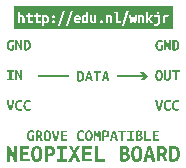
<source format=gbr>
G04 This is an RS-274x file exported by *
G04 gerbv version 2.8.2 *
G04 More information is available about gerbv at *
G04 https://gerbv.github.io/ *
G04 --End of header info--*
%MOIN*%
%FSLAX36Y36*%
%IPPOS*%
G04 --Define apertures--*
%ADD10C,0.0139*%
G04 --Start main section--*
G54D10*
G36*
G01X0328550Y0067099D02*
G01X0327350Y0069899D01*
G01X0326150Y0072799D01*
G01X0324850Y0075599D01*
G01X0323550Y0078499D01*
G01X0322250Y0081299D01*
G01X0320850Y0084199D01*
G01X0319450Y0086999D01*
G01X0318050Y0089899D01*
G01X0316550Y0092699D01*
G01X0315150Y0095599D01*
G01X0313550Y0098399D01*
G01X0311950Y0101299D01*
G01X0311950Y0066899D01*
G01X0302650Y0066899D01*
G01X0302650Y0118599D01*
G01X0310850Y0118599D01*
G01X0311650Y0117399D01*
G01X0312450Y0116099D01*
G01X0313150Y0114799D01*
G01X0313950Y0113399D01*
G01X0314750Y0112099D01*
G01X0315650Y0110699D01*
G01X0316450Y0109299D01*
G01X0317150Y0107899D01*
G01X0317950Y0106399D01*
G01X0318650Y0104999D01*
G01X0319450Y0103499D01*
G01X0320150Y0102099D01*
G01X0320950Y0100699D01*
G01X0321650Y0099299D01*
G01X0322350Y0097899D01*
G01X0322950Y0096599D01*
G01X0323550Y0095199D01*
G01X0324250Y0093899D01*
G01X0324850Y0092599D01*
G01X0325450Y0091299D01*
G01X0325950Y0090199D01*
G01X0326550Y0088999D01*
G01X0326950Y0087899D01*
G01X0327450Y0086899D01*
G01X0327450Y0118599D01*
G01X0336750Y0118599D01*
G01X0336750Y0067099D01*
G01X0328550Y0067099D01*
G01X0328550Y0067099D01*
G37*
G36*
G01X0345750Y0067099D02*
G01X0345750Y0118599D01*
G01X0376950Y0118599D01*
G01X0376950Y0110099D01*
G01X0356050Y0110099D01*
G01X0356050Y0098599D01*
G01X0374250Y0098599D01*
G01X0374250Y0090099D01*
G01X0356050Y0090099D01*
G01X0356050Y0075699D01*
G01X0378750Y0075699D01*
G01X0378750Y0067199D01*
G01X0345750Y0067199D01*
G01X0345750Y0067099D01*
G37*
G36*
G01X0384450Y0092799D02*
G01X0384450Y0097199D01*
G01X0384950Y0101099D01*
G01X0385750Y0104499D01*
G01X0386550Y0107799D01*
G01X0387750Y0110599D01*
G01X0389350Y0112899D01*
G01X0391050Y0115199D01*
G01X0392950Y0116899D01*
G01X0395250Y0117999D01*
G01X0397450Y0119199D01*
G01X0400050Y0119699D01*
G01X0402950Y0119699D01*
G01X0406050Y0119699D01*
G01X0408650Y0119199D01*
G01X0411050Y0117999D01*
G01X0413350Y0116899D01*
G01X0415250Y0115199D01*
G01X0416850Y0112899D01*
G01X0418450Y0110599D01*
G01X0419650Y0107799D01*
G01X0420450Y0104499D01*
G01X0421150Y0101099D01*
G01X0421550Y0097199D01*
G01X0421550Y0092799D01*
G01X0421550Y0088299D01*
G01X0421150Y0084399D01*
G01X0420350Y0081099D01*
G01X0419550Y0077699D01*
G01X0418350Y0074899D01*
G01X0416750Y0072599D01*
G01X0415150Y0070299D01*
G01X0413150Y0068599D01*
G01X0410850Y0067499D01*
G01X0408650Y0066399D01*
G01X0406050Y0065799D01*
G01X0403150Y0065799D01*
G01X0400050Y0065799D01*
G01X0397350Y0066399D01*
G01X0395050Y0067499D01*
G01X0392750Y0068599D01*
G01X0390850Y0070299D01*
G01X0389250Y0072599D01*
G01X0387650Y0074899D01*
G01X0386450Y0077799D01*
G01X0385650Y0081099D01*
G01X0384850Y0084499D01*
G01X0384450Y0088399D01*
G01X0384450Y0092799D01*
G01X0384450Y0092799D01*
G37*
%LPC*%
G36*
G01X0394950Y0092799D02*
G01X0394950Y0091499D01*
G01X0394950Y0090299D01*
G01X0394950Y0089099D01*
G01X0395050Y0087999D01*
G01X0395150Y0086799D01*
G01X0395150Y0085699D01*
G01X0395250Y0084599D01*
G01X0395350Y0083599D01*
G01X0395550Y0082599D01*
G01X0395750Y0081699D01*
G01X0396050Y0080799D01*
G01X0396250Y0079999D01*
G01X0396550Y0079199D01*
G01X0396950Y0078399D01*
G01X0397350Y0077799D01*
G01X0397750Y0077199D01*
G01X0398250Y0076599D01*
G01X0398750Y0076099D01*
G01X0399350Y0075599D01*
G01X0399950Y0075299D01*
G01X0400650Y0075099D01*
G01X0401350Y0074799D01*
G01X0402150Y0074699D01*
G01X0403150Y0074699D01*
G01X0403950Y0074699D01*
G01X0404650Y0074799D01*
G01X0405350Y0075099D01*
G01X0406050Y0075299D01*
G01X0406750Y0075599D01*
G01X0407250Y0076099D01*
G01X0407850Y0076599D01*
G01X0408350Y0077199D01*
G01X0408750Y0077799D01*
G01X0409150Y0078399D01*
G01X0409450Y0079199D01*
G01X0409750Y0079999D01*
G01X0410050Y0080799D01*
G01X0410250Y0081699D01*
G01X0410450Y0082699D01*
G01X0410650Y0083599D01*
G01X0410850Y0084699D01*
G01X0410850Y0085699D01*
G01X0410950Y0086799D01*
G01X0411050Y0087899D01*
G01X0411050Y0089099D01*
G01X0411150Y0090199D01*
G01X0411150Y0091399D01*
G01X0411150Y0092599D01*
G01X0411150Y0093899D01*
G01X0411150Y0095099D01*
G01X0411050Y0096299D01*
G01X0411050Y0097499D01*
G01X0410950Y0098599D01*
G01X0410850Y0099699D01*
G01X0410850Y0100799D01*
G01X0410650Y0101799D01*
G01X0410450Y0102799D01*
G01X0410250Y0103699D01*
G01X0410050Y0104599D01*
G01X0409750Y0105399D01*
G01X0409450Y0106299D01*
G01X0409150Y0106999D01*
G01X0408750Y0107599D01*
G01X0408350Y0108299D01*
G01X0407850Y0108799D01*
G01X0407250Y0109299D01*
G01X0406750Y0109799D01*
G01X0406050Y0110099D01*
G01X0405350Y0110399D01*
G01X0404650Y0110599D01*
G01X0403850Y0110699D01*
G01X0402950Y0110699D01*
G01X0402050Y0110699D01*
G01X0401250Y0110599D01*
G01X0400550Y0110399D01*
G01X0399850Y0110099D01*
G01X0399250Y0109799D01*
G01X0398650Y0109299D01*
G01X0398150Y0108799D01*
G01X0397650Y0108299D01*
G01X0397150Y0107599D01*
G01X0396750Y0106999D01*
G01X0396450Y0106299D01*
G01X0396150Y0105399D01*
G01X0395850Y0104599D01*
G01X0395650Y0103699D01*
G01X0395450Y0102799D01*
G01X0395250Y0101799D01*
G01X0395150Y0100799D01*
G01X0395050Y0099699D01*
G01X0395050Y0098699D01*
G01X0395050Y0097599D01*
G01X0394950Y0096499D01*
G01X0394950Y0095299D01*
G01X0394950Y0094099D01*
G01X0394950Y0092799D01*
G01X0394950Y0092799D01*
G37*
%LPD*%
G36*
G01X0442550Y0119199D02*
G01X0445850Y0119199D01*
G01X0448750Y0118799D01*
G01X0451250Y0118099D01*
G01X0453850Y0117499D01*
G01X0456050Y0116499D01*
G01X0457850Y0115099D01*
G01X0459650Y0113799D01*
G01X0460950Y0111999D01*
G01X0461850Y0109799D01*
G01X0462750Y0107599D01*
G01X0463250Y0104999D01*
G01X0463250Y0101899D01*
G01X0463250Y0098899D01*
G01X0462750Y0096299D01*
G01X0461850Y0093999D01*
G01X0460950Y0091799D01*
G01X0459650Y0089999D01*
G01X0457850Y0088599D01*
G01X0456050Y0087199D01*
G01X0453850Y0086199D01*
G01X0451250Y0085499D01*
G01X0448650Y0084799D01*
G01X0445750Y0084399D01*
G01X0442450Y0084399D01*
G01X0438750Y0084399D01*
G01X0438750Y0067099D01*
G01X0428550Y0067099D01*
G01X0428550Y0118099D01*
G01X0429050Y0118199D01*
G01X0429550Y0118299D01*
G01X0430050Y0118399D01*
G01X0430650Y0118499D01*
G01X0431250Y0118499D01*
G01X0431850Y0118599D01*
G01X0432450Y0118699D01*
G01X0433150Y0118799D01*
G01X0433750Y0118799D01*
G01X0434350Y0118899D01*
G01X0434950Y0118999D01*
G01X0435650Y0118999D01*
G01X0436250Y0119099D01*
G01X0436850Y0119099D01*
G01X0437450Y0119199D01*
G01X0438150Y0119199D01*
G01X0438750Y0119199D01*
G01X0439350Y0119299D01*
G01X0439950Y0119199D01*
G01X0440450Y0119199D01*
G01X0441050Y0119199D01*
G01X0441550Y0119199D01*
G01X0442050Y0119199D01*
G01X0442550Y0119199D01*
G01X0442550Y0119199D01*
G37*
%LPC*%
G36*
G01X0443650Y0110299D02*
G01X0443350Y0110299D01*
G01X0443050Y0110299D01*
G01X0442650Y0110299D01*
G01X0442150Y0110299D01*
G01X0441750Y0110299D01*
G01X0441150Y0110299D01*
G01X0440650Y0110299D01*
G01X0440150Y0110199D01*
G01X0439650Y0110199D01*
G01X0439250Y0110199D01*
G01X0438950Y0110099D01*
G01X0438650Y0110099D01*
G01X0438650Y0093499D01*
G01X0442850Y0093499D01*
G01X0444450Y0093499D01*
G01X0445950Y0093599D01*
G01X0447150Y0093999D01*
G01X0448350Y0094299D01*
G01X0449350Y0094799D01*
G01X0450150Y0095399D01*
G01X0451050Y0095999D01*
G01X0451650Y0096899D01*
G01X0452050Y0097999D01*
G01X0452450Y0099099D01*
G01X0452650Y0100499D01*
G01X0452650Y0102099D01*
G01X0452650Y0103599D01*
G01X0452450Y0104899D01*
G01X0452050Y0105999D01*
G01X0451650Y0106999D01*
G01X0451050Y0107799D01*
G01X0450150Y0108499D01*
G01X0449450Y0108999D01*
G01X0448450Y0109499D01*
G01X0447350Y0109799D01*
G01X0446250Y0110099D01*
G01X0445050Y0110299D01*
G01X0443650Y0110299D01*
G01X0443650Y0110299D01*
G37*
%LPD*%
G36*
G01X0470050Y0067099D02*
G01X0470050Y0075599D01*
G01X0481250Y0075599D01*
G01X0481250Y0110099D01*
G01X0470050Y0110099D01*
G01X0470050Y0118599D01*
G01X0502850Y0118599D01*
G01X0502850Y0110099D01*
G01X0491750Y0110099D01*
G01X0491750Y0075599D01*
G01X0502850Y0075599D01*
G01X0502850Y0067099D01*
G01X0470050Y0067099D01*
G01X0470050Y0067099D01*
G37*
G36*
G01X0536850Y0067099D02*
G01X0536250Y0068499D01*
G01X0535750Y0069999D01*
G01X0535050Y0071499D01*
G01X0534450Y0073099D01*
G01X0533750Y0074799D01*
G01X0532950Y0076499D01*
G01X0532150Y0078299D01*
G01X0531350Y0079999D01*
G01X0530550Y0081699D01*
G01X0529750Y0083399D01*
G01X0528950Y0085099D01*
G01X0528150Y0086799D01*
G01X0527250Y0085099D01*
G01X0526450Y0083499D01*
G01X0525650Y0081799D01*
G01X0524850Y0080099D01*
G01X0524050Y0078299D01*
G01X0523250Y0076499D01*
G01X0522450Y0074699D01*
G01X0521650Y0073099D01*
G01X0520950Y0071499D01*
G01X0520250Y0069899D01*
G01X0519650Y0068399D01*
G01X0519050Y0066899D01*
G01X0507950Y0066899D01*
G01X0508250Y0067699D01*
G01X0508550Y0068499D01*
G01X0509050Y0069399D01*
G01X0509450Y0070299D01*
G01X0509950Y0071299D01*
G01X0510450Y0072399D01*
G01X0511050Y0073399D01*
G01X0511550Y0074499D01*
G01X0512150Y0075699D01*
G01X0512750Y0076799D01*
G01X0513350Y0077999D01*
G01X0514050Y0079199D01*
G01X0514750Y0080299D01*
G01X0515450Y0081599D01*
G01X0516150Y0082899D01*
G01X0516750Y0084099D01*
G01X0517450Y0085399D01*
G01X0518250Y0086699D01*
G01X0518950Y0087999D01*
G01X0519650Y0089299D01*
G01X0520350Y0090499D01*
G01X0521050Y0091799D01*
G01X0521750Y0092999D01*
G01X0522450Y0094199D01*
G01X0508950Y0118499D01*
G01X0520050Y0118499D01*
G01X0528250Y0101899D01*
G01X0536850Y0118499D01*
G01X0547150Y0118499D01*
G01X0533950Y0094399D01*
G01X0534650Y0093299D01*
G01X0535450Y0091999D01*
G01X0536150Y0090799D01*
G01X0536850Y0089499D01*
G01X0537650Y0088299D01*
G01X0538350Y0086899D01*
G01X0539050Y0085599D01*
G01X0539750Y0084299D01*
G01X0540450Y0083099D01*
G01X0541150Y0081799D01*
G01X0541750Y0080599D01*
G01X0542450Y0079299D01*
G01X0543050Y0078099D01*
G01X0543650Y0076899D01*
G01X0544150Y0075699D01*
G01X0544750Y0074599D01*
G01X0545250Y0073499D01*
G01X0545750Y0072399D01*
G01X0546250Y0071299D01*
G01X0546650Y0070299D01*
G01X0547050Y0069399D01*
G01X0547350Y0068499D01*
G01X0547650Y0067599D01*
G01X0547950Y0066899D01*
G01X0536850Y0066899D01*
G01X0536850Y0067099D01*
G37*
G36*
G01X0554050Y0067099D02*
G01X0554050Y0118599D01*
G01X0585350Y0118599D01*
G01X0585350Y0110099D01*
G01X0564350Y0110099D01*
G01X0564350Y0098599D01*
G01X0582550Y0098599D01*
G01X0582550Y0090099D01*
G01X0564350Y0090099D01*
G01X0564350Y0075699D01*
G01X0587150Y0075699D01*
G01X0587150Y0067199D01*
G01X0554050Y0067199D01*
G01X0554050Y0067099D01*
G37*
G36*
G01X0628950Y0067099D02*
G01X0596550Y0067099D01*
G01X0596550Y0118599D01*
G01X0606850Y0118599D01*
G01X0606850Y0075599D01*
G01X0628950Y0075599D01*
G01X0628950Y0067099D01*
G01X0628950Y0067099D01*
G37*
G36*
G01X0712950Y0082599D02*
G01X0712950Y0081099D01*
G01X0712850Y0079699D01*
G01X0712550Y0078399D01*
G01X0712350Y0077099D01*
G01X0711950Y0075899D01*
G01X0711450Y0074899D01*
G01X0710850Y0073799D01*
G01X0710250Y0072899D01*
G01X0709550Y0071999D01*
G01X0708850Y0071199D01*
G01X0708050Y0070499D01*
G01X0707150Y0069899D01*
G01X0706250Y0069199D01*
G01X0705250Y0068699D01*
G01X0704150Y0068299D01*
G01X0703150Y0067799D01*
G01X0701950Y0067499D01*
G01X0700750Y0067199D01*
G01X0699450Y0066899D01*
G01X0698250Y0066699D01*
G01X0696850Y0066599D01*
G01X0695550Y0066499D01*
G01X0694250Y0066399D01*
G01X0692850Y0066399D01*
G01X0691750Y0066399D01*
G01X0690550Y0066399D01*
G01X0689350Y0066499D01*
G01X0688250Y0066599D01*
G01X0686950Y0066699D01*
G01X0685750Y0066799D01*
G01X0684450Y0066899D01*
G01X0683250Y0067099D01*
G01X0682050Y0067299D01*
G01X0680850Y0067399D01*
G01X0679650Y0067599D01*
G01X0678550Y0067899D01*
G01X0678550Y0118099D01*
G01X0679450Y0118199D01*
G01X0680450Y0118299D01*
G01X0681550Y0118499D01*
G01X0682650Y0118599D01*
G01X0683750Y0118799D01*
G01X0684950Y0118899D01*
G01X0686050Y0118999D01*
G01X0687250Y0119099D01*
G01X0688350Y0119199D01*
G01X0689550Y0119299D01*
G01X0690650Y0119299D01*
G01X0691850Y0119299D01*
G01X0693750Y0119299D01*
G01X0695550Y0119199D01*
G01X0697150Y0118999D01*
G01X0698750Y0118799D01*
G01X0700150Y0118499D01*
G01X0701250Y0118099D01*
G01X0702550Y0117599D01*
G01X0703650Y0117199D01*
G01X0704550Y0116699D01*
G01X0705450Y0116099D01*
G01X0706250Y0115599D01*
G01X0706950Y0114899D01*
G01X0707650Y0114199D01*
G01X0708250Y0113499D01*
G01X0708750Y0112799D01*
G01X0709250Y0112099D01*
G01X0709550Y0111299D01*
G01X0709750Y0110599D01*
G01X0709950Y0109799D01*
G01X0710150Y0108999D01*
G01X0710250Y0108199D01*
G01X0710350Y0107399D01*
G01X0710450Y0106499D01*
G01X0710450Y0105699D01*
G01X0710450Y0104399D01*
G01X0710350Y0103299D01*
G01X0710050Y0102199D01*
G01X0709750Y0101099D01*
G01X0709250Y0100099D01*
G01X0708650Y0099199D01*
G01X0708050Y0098199D01*
G01X0707350Y0097399D01*
G01X0706550Y0096599D01*
G01X0705750Y0095899D01*
G01X0704950Y0095299D01*
G01X0703950Y0094699D01*
G01X0705650Y0094099D01*
G01X0707150Y0093299D01*
G01X0708350Y0092499D01*
G01X0709450Y0091599D01*
G01X0710350Y0090599D01*
G01X0711050Y0089599D01*
G01X0711750Y0088399D01*
G01X0712150Y0087299D01*
G01X0712550Y0086099D01*
G01X0712850Y0084999D01*
G01X0712950Y0083799D01*
G01X0712950Y0082599D01*
G01X0712950Y0082599D01*
G37*
%LPC*%
G36*
G01X0692650Y0098099D02*
G01X0694050Y0098099D01*
G01X0695150Y0098199D01*
G01X0696150Y0098499D01*
G01X0697150Y0098799D01*
G01X0697950Y0099199D01*
G01X0698650Y0099699D01*
G01X0699350Y0100299D01*
G01X0699850Y0100999D01*
G01X0700150Y0101799D01*
G01X0700450Y0102599D01*
G01X0700650Y0103499D01*
G01X0700650Y0104399D01*
G01X0700650Y0105099D01*
G01X0700550Y0105599D01*
G01X0700450Y0106099D01*
G01X0700350Y0106599D01*
G01X0700250Y0106999D01*
G01X0700050Y0107399D01*
G01X0699850Y0107699D01*
G01X0699550Y0108099D01*
G01X0699350Y0108399D01*
G01X0699050Y0108699D01*
G01X0698750Y0108999D01*
G01X0698550Y0109199D01*
G01X0698150Y0109399D01*
G01X0697850Y0109499D01*
G01X0697450Y0109699D01*
G01X0697050Y0109799D01*
G01X0696650Y0109899D01*
G01X0696150Y0109999D01*
G01X0695750Y0110099D01*
G01X0695250Y0110099D01*
G01X0694850Y0110099D01*
G01X0694350Y0110099D01*
G01X0693850Y0110099D01*
G01X0693350Y0110099D01*
G01X0692950Y0110099D01*
G01X0692550Y0110099D01*
G01X0692150Y0110099D01*
G01X0691850Y0110099D01*
G01X0691450Y0110099D01*
G01X0691050Y0109999D01*
G01X0690650Y0109999D01*
G01X0690250Y0109999D01*
G01X0689850Y0109899D01*
G01X0689450Y0109899D01*
G01X0689150Y0109799D01*
G01X0688750Y0109699D01*
G01X0688750Y0097899D01*
G01X0692650Y0097899D01*
G01X0692650Y0098099D01*
G37*
G36*
G01X0688650Y0089599D02*
G01X0688650Y0075599D01*
G01X0689050Y0075499D01*
G01X0689350Y0075499D01*
G01X0689750Y0075399D01*
G01X0690150Y0075399D01*
G01X0690650Y0075299D01*
G01X0691050Y0075299D01*
G01X0691450Y0075299D01*
G01X0691850Y0075199D01*
G01X0692250Y0075199D01*
G01X0692650Y0075199D01*
G01X0693150Y0075099D01*
G01X0693550Y0075099D01*
G01X0694050Y0075099D01*
G01X0694650Y0075199D01*
G01X0695250Y0075199D01*
G01X0695850Y0075299D01*
G01X0696450Y0075299D01*
G01X0696950Y0075399D01*
G01X0697550Y0075499D01*
G01X0698050Y0075599D01*
G01X0698550Y0075799D01*
G01X0699050Y0075999D01*
G01X0699450Y0076299D01*
G01X0699950Y0076499D01*
G01X0700350Y0076799D01*
G01X0700750Y0077099D01*
G01X0701050Y0077499D01*
G01X0701350Y0077799D01*
G01X0701750Y0078299D01*
G01X0701950Y0078799D01*
G01X0702250Y0079199D01*
G01X0702450Y0079799D01*
G01X0702650Y0080399D01*
G01X0702750Y0080999D01*
G01X0702850Y0081699D01*
G01X0702850Y0082499D01*
G01X0702850Y0083799D01*
G01X0702650Y0084799D01*
G01X0702250Y0085699D01*
G01X0701850Y0086599D01*
G01X0701250Y0087399D01*
G01X0700450Y0087899D01*
G01X0699650Y0088499D01*
G01X0698750Y0088899D01*
G01X0697750Y0089199D01*
G01X0696650Y0089399D01*
G01X0695450Y0089599D01*
G01X0694050Y0089599D01*
G01X0688650Y0089599D01*
G01X0688650Y0089599D01*
G37*
%LPD*%
G36*
G01X0717850Y0092799D02*
G01X0717850Y0097199D01*
G01X0718250Y0101099D01*
G01X0719050Y0104499D01*
G01X0719850Y0107799D01*
G01X0721050Y0110599D01*
G01X0722650Y0112899D01*
G01X0724350Y0115199D01*
G01X0726250Y0116899D01*
G01X0728550Y0117999D01*
G01X0730850Y0119199D01*
G01X0733350Y0119699D01*
G01X0736250Y0119699D01*
G01X0739350Y0119699D01*
G01X0742050Y0119199D01*
G01X0744350Y0117999D01*
G01X0746650Y0116899D01*
G01X0748550Y0115199D01*
G01X0750150Y0112899D01*
G01X0751750Y0110599D01*
G01X0752950Y0107799D01*
G01X0753750Y0104499D01*
G01X0754550Y0101099D01*
G01X0754950Y0097199D01*
G01X0754950Y0092799D01*
G01X0754950Y0088299D01*
G01X0754450Y0084399D01*
G01X0753650Y0081099D01*
G01X0752850Y0077699D01*
G01X0751650Y0074899D01*
G01X0750050Y0072599D01*
G01X0748450Y0070299D01*
G01X0746550Y0068599D01*
G01X0744250Y0067499D01*
G01X0741950Y0066399D01*
G01X0739350Y0065799D01*
G01X0736450Y0065799D01*
G01X0733350Y0065799D01*
G01X0730750Y0066399D01*
G01X0728350Y0067499D01*
G01X0726050Y0068599D01*
G01X0724150Y0070299D01*
G01X0722550Y0072599D01*
G01X0720950Y0074899D01*
G01X0719750Y0077799D01*
G01X0718950Y0081099D01*
G01X0718250Y0084499D01*
G01X0717850Y0088399D01*
G01X0717850Y0092799D01*
G01X0717850Y0092799D01*
G37*
%LPC*%
G36*
G01X0728250Y0092799D02*
G01X0728250Y0091499D01*
G01X0728250Y0090299D01*
G01X0728350Y0089099D01*
G01X0728350Y0087999D01*
G01X0728450Y0086799D01*
G01X0728550Y0085699D01*
G01X0728550Y0084599D01*
G01X0728750Y0083599D01*
G01X0728950Y0082599D01*
G01X0729150Y0081699D01*
G01X0729350Y0080799D01*
G01X0729650Y0079999D01*
G01X0729950Y0079199D01*
G01X0730250Y0078399D01*
G01X0730650Y0077799D01*
G01X0731050Y0077199D01*
G01X0731550Y0076599D01*
G01X0732150Y0076099D01*
G01X0732650Y0075599D01*
G01X0733350Y0075299D01*
G01X0734050Y0075099D01*
G01X0734750Y0074799D01*
G01X0735550Y0074699D01*
G01X0736450Y0074699D01*
G01X0737250Y0074699D01*
G01X0738050Y0074799D01*
G01X0738750Y0075099D01*
G01X0739450Y0075299D01*
G01X0740050Y0075599D01*
G01X0740650Y0076099D01*
G01X0741150Y0076599D01*
G01X0741650Y0077199D01*
G01X0742050Y0077799D01*
G01X0742450Y0078399D01*
G01X0742850Y0079199D01*
G01X0743150Y0079999D01*
G01X0743350Y0080799D01*
G01X0743650Y0081699D01*
G01X0743850Y0082699D01*
G01X0744050Y0083599D01*
G01X0744150Y0084699D01*
G01X0744250Y0085699D01*
G01X0744250Y0086799D01*
G01X0744350Y0087899D01*
G01X0744450Y0089099D01*
G01X0744450Y0090199D01*
G01X0744450Y0091399D01*
G01X0744450Y0092599D01*
G01X0744450Y0093899D01*
G01X0744450Y0095099D01*
G01X0744450Y0096299D01*
G01X0744350Y0097499D01*
G01X0744250Y0098599D01*
G01X0744250Y0099699D01*
G01X0744150Y0100799D01*
G01X0744050Y0101799D01*
G01X0743850Y0102799D01*
G01X0743650Y0103699D01*
G01X0743350Y0104599D01*
G01X0743150Y0105399D01*
G01X0742850Y0106299D01*
G01X0742450Y0106999D01*
G01X0742050Y0107599D01*
G01X0741650Y0108299D01*
G01X0741150Y0108799D01*
G01X0740650Y0109299D01*
G01X0740050Y0109799D01*
G01X0739450Y0110099D01*
G01X0738750Y0110399D01*
G01X0737950Y0110599D01*
G01X0737150Y0110699D01*
G01X0736250Y0110699D01*
G01X0735350Y0110699D01*
G01X0734550Y0110599D01*
G01X0733850Y0110399D01*
G01X0733150Y0110099D01*
G01X0732550Y0109799D01*
G01X0731950Y0109299D01*
G01X0731450Y0108799D01*
G01X0730950Y0108299D01*
G01X0730550Y0107599D01*
G01X0730150Y0106999D01*
G01X0729750Y0106299D01*
G01X0729450Y0105399D01*
G01X0729250Y0104599D01*
G01X0728950Y0103699D01*
G01X0728750Y0102799D01*
G01X0728550Y0101799D01*
G01X0728450Y0100799D01*
G01X0728350Y0099699D01*
G01X0728350Y0098699D01*
G01X0728350Y0097599D01*
G01X0728350Y0096499D01*
G01X0728250Y0095299D01*
G01X0728250Y0094099D01*
G01X0728250Y0092799D01*
G01X0728250Y0092799D01*
G37*
%LPD*%
G36*
G01X0787150Y0067099D02*
G01X0784750Y0078999D01*
G01X0771050Y0078999D01*
G01X0768650Y0067099D01*
G01X0757950Y0067099D01*
G01X0759250Y0072199D01*
G01X0760450Y0076999D01*
G01X0761650Y0081699D01*
G01X0762850Y0086299D01*
G01X0764050Y0090699D01*
G01X0765350Y0094899D01*
G01X0766550Y0098999D01*
G01X0767750Y0103099D01*
G01X0768950Y0106999D01*
G01X0770150Y0110999D01*
G01X0771350Y0114899D01*
G01X0772550Y0118599D01*
G01X0783650Y0118599D01*
G01X0784950Y0114899D01*
G01X0786150Y0110999D01*
G01X0787350Y0106999D01*
G01X0788550Y0102999D01*
G01X0789750Y0098799D01*
G01X0791050Y0094599D01*
G01X0792150Y0090299D01*
G01X0793350Y0085899D01*
G01X0794550Y0081399D01*
G01X0795750Y0076799D01*
G01X0796950Y0071999D01*
G01X0798150Y0067099D01*
G01X0787150Y0067099D01*
G01X0787150Y0067099D01*
G37*
%LPC*%
G36*
G01X0777950Y0108599D02*
G01X0777650Y0107599D01*
G01X0777450Y0106699D01*
G01X0777150Y0105799D01*
G01X0776850Y0104899D01*
G01X0776650Y0103999D01*
G01X0776450Y0103099D01*
G01X0776250Y0102199D01*
G01X0775950Y0101299D01*
G01X0775750Y0100399D01*
G01X0775450Y0099599D01*
G01X0775250Y0098799D01*
G01X0775050Y0097899D01*
G01X0774850Y0097099D01*
G01X0774650Y0096199D01*
G01X0774450Y0095299D01*
G01X0774250Y0094499D01*
G01X0774050Y0093599D01*
G01X0773950Y0092799D01*
G01X0773750Y0091899D01*
G01X0773550Y0091099D01*
G01X0773350Y0090199D01*
G01X0773250Y0089299D01*
G01X0773050Y0088399D01*
G01X0772850Y0087499D01*
G01X0782950Y0087499D01*
G01X0782850Y0088399D01*
G01X0782650Y0089299D01*
G01X0782450Y0090199D01*
G01X0782350Y0091099D01*
G01X0782150Y0091899D01*
G01X0781950Y0092799D01*
G01X0781850Y0093599D01*
G01X0781650Y0094499D01*
G01X0781450Y0095299D01*
G01X0781250Y0096199D01*
G01X0781050Y0097099D01*
G01X0780850Y0097899D01*
G01X0780650Y0098799D01*
G01X0780450Y0099599D01*
G01X0780250Y0100499D01*
G01X0780050Y0101399D01*
G01X0779750Y0102199D01*
G01X0779450Y0103099D01*
G01X0779250Y0103999D01*
G01X0779050Y0104899D01*
G01X0778750Y0105799D01*
G01X0778550Y0106699D01*
G01X0778250Y0107599D01*
G01X0777950Y0108599D01*
G01X0777950Y0108599D01*
G37*
%LPD*%
G36*
G01X0816750Y0119199D02*
G01X0818150Y0119199D01*
G01X0819550Y0119099D01*
G01X0820850Y0118899D01*
G01X0822250Y0118799D01*
G01X0823550Y0118499D01*
G01X0824750Y0118199D01*
G01X0825950Y0117799D01*
G01X0827050Y0117399D01*
G01X0828050Y0116899D01*
G01X0829150Y0116399D01*
G01X0830050Y0115799D01*
G01X0830850Y0115099D01*
G01X0831750Y0114399D01*
G01X0832450Y0113599D01*
G01X0833150Y0112799D01*
G01X0833850Y0111899D01*
G01X0834450Y0110899D01*
G01X0834950Y0109899D01*
G01X0835350Y0108799D01*
G01X0835750Y0107699D01*
G01X0835950Y0106399D01*
G01X0836150Y0105199D01*
G01X0836250Y0103799D01*
G01X0836250Y0102399D01*
G01X0836250Y0100799D01*
G01X0836150Y0099399D01*
G01X0835850Y0098099D01*
G01X0835550Y0096699D01*
G01X0835150Y0095399D01*
G01X0834450Y0094199D01*
G01X0833850Y0092899D01*
G01X0833050Y0091799D01*
G01X0832050Y0090899D01*
G01X0831050Y0089999D01*
G01X0829850Y0089199D01*
G01X0828350Y0088599D01*
G01X0828850Y0087899D01*
G01X0829350Y0087199D01*
G01X0829850Y0086399D01*
G01X0830350Y0085599D01*
G01X0830850Y0084699D01*
G01X0831450Y0083899D01*
G01X0831950Y0083099D01*
G01X0832550Y0082199D01*
G01X0833050Y0081199D01*
G01X0833550Y0080299D01*
G01X0834050Y0079299D01*
G01X0834450Y0078299D01*
G01X0834950Y0077399D01*
G01X0835450Y0076399D01*
G01X0835950Y0075399D01*
G01X0836450Y0074499D01*
G01X0836950Y0073499D01*
G01X0837450Y0072599D01*
G01X0837850Y0071699D01*
G01X0838350Y0070699D01*
G01X0838650Y0069799D01*
G01X0839050Y0068899D01*
G01X0839450Y0068099D01*
G01X0839750Y0067199D01*
G01X0829050Y0067199D01*
G01X0828450Y0068899D01*
G01X0827750Y0070499D01*
G01X0827050Y0072099D01*
G01X0826250Y0073699D01*
G01X0825450Y0075299D01*
G01X0824650Y0076799D01*
G01X0823750Y0078299D01*
G01X0822950Y0079899D01*
G01X0822050Y0081499D01*
G01X0821150Y0083099D01*
G01X0820150Y0084699D01*
G01X0819250Y0086299D01*
G01X0813950Y0086299D01*
G01X0813950Y0067199D01*
G01X0803650Y0067199D01*
G01X0803650Y0118099D01*
G01X0804150Y0118199D01*
G01X0804650Y0118299D01*
G01X0805250Y0118399D01*
G01X0805750Y0118499D01*
G01X0806350Y0118499D01*
G01X0806950Y0118599D01*
G01X0807650Y0118699D01*
G01X0808250Y0118799D01*
G01X0808750Y0118799D01*
G01X0809350Y0118899D01*
G01X0809950Y0118999D01*
G01X0810650Y0118999D01*
G01X0811250Y0119099D01*
G01X0811850Y0119099D01*
G01X0812350Y0119199D01*
G01X0812950Y0119199D01*
G01X0813550Y0119199D01*
G01X0814050Y0119299D01*
G01X0814650Y0119399D01*
G01X0815050Y0119299D01*
G01X0815450Y0119299D01*
G01X0815950Y0119199D01*
G01X0816250Y0119199D01*
G01X0816750Y0119199D01*
G01X0816750Y0119199D01*
G37*
%LPC*%
G36*
G01X0825750Y0102399D02*
G01X0825750Y0103799D01*
G01X0825550Y0104899D01*
G01X0825150Y0105899D01*
G01X0824650Y0106899D01*
G01X0824050Y0107699D01*
G01X0823250Y0108299D01*
G01X0822450Y0108999D01*
G01X0821450Y0109399D01*
G01X0820350Y0109799D01*
G01X0819250Y0110099D01*
G01X0818050Y0110299D01*
G01X0816750Y0110299D01*
G01X0816550Y0110299D01*
G01X0816250Y0110299D01*
G01X0816050Y0110299D01*
G01X0815850Y0110299D01*
G01X0815650Y0110299D01*
G01X0815350Y0110299D01*
G01X0815050Y0110299D01*
G01X0814750Y0110199D01*
G01X0814450Y0110199D01*
G01X0814250Y0110199D01*
G01X0813950Y0110099D01*
G01X0813650Y0110099D01*
G01X0813650Y0094599D01*
G01X0815850Y0094599D01*
G01X0817650Y0094599D01*
G01X0819150Y0094799D01*
G01X0820350Y0095099D01*
G01X0821650Y0095499D01*
G01X0822650Y0095999D01*
G01X0823550Y0096699D01*
G01X0824250Y0097299D01*
G01X0824850Y0098099D01*
G01X0825250Y0098999D01*
G01X0825550Y0099999D01*
G01X0825750Y0101099D01*
G01X0825750Y0102399D01*
G01X0825750Y0102399D01*
G37*
%LPD*%
G36*
G01X0879950Y0092799D02*
G01X0879950Y0090399D01*
G01X0879750Y0088199D01*
G01X0879450Y0086099D01*
G01X0879150Y0084099D01*
G01X0878750Y0082199D01*
G01X0878150Y0080599D01*
G01X0877450Y0078899D01*
G01X0876750Y0077399D01*
G01X0875950Y0075999D01*
G01X0875050Y0074599D01*
G01X0874150Y0073399D01*
G01X0873150Y0072399D01*
G01X0872050Y0071299D01*
G01X0870950Y0070399D01*
G01X0869650Y0069699D01*
G01X0868450Y0068899D01*
G01X0867050Y0068299D01*
G01X0865650Y0067799D01*
G01X0864150Y0067299D01*
G01X0862650Y0066899D01*
G01X0861050Y0066699D01*
G01X0859450Y0066499D01*
G01X0857750Y0066399D01*
G01X0856050Y0066399D01*
G01X0855150Y0066399D01*
G01X0854250Y0066399D01*
G01X0853350Y0066499D01*
G01X0852450Y0066499D01*
G01X0851550Y0066599D01*
G01X0850650Y0066699D01*
G01X0849650Y0066699D01*
G01X0848750Y0066899D01*
G01X0847850Y0066999D01*
G01X0846950Y0067199D01*
G01X0846050Y0067399D01*
G01X0845050Y0067599D01*
G01X0845050Y0117899D01*
G01X0846250Y0118199D01*
G01X0847350Y0118399D01*
G01X0848450Y0118599D01*
G01X0849550Y0118699D01*
G01X0850650Y0118799D01*
G01X0851550Y0118899D01*
G01X0852650Y0118999D01*
G01X0853650Y0118999D01*
G01X0854550Y0119099D01*
G01X0855550Y0119099D01*
G01X0856450Y0119199D01*
G01X0857250Y0119199D01*
G01X0858950Y0119199D01*
G01X0860550Y0118999D01*
G01X0862150Y0118799D01*
G01X0863650Y0118499D01*
G01X0865150Y0118099D01*
G01X0866550Y0117599D01*
G01X0867950Y0117199D01*
G01X0869250Y0116499D01*
G01X0870450Y0115699D01*
G01X0871650Y0114999D01*
G01X0872650Y0113999D01*
G01X0873650Y0112899D01*
G01X0874650Y0111899D01*
G01X0875450Y0110699D01*
G01X0876250Y0109299D01*
G01X0877050Y0107899D01*
G01X0877650Y0106399D01*
G01X0878250Y0104699D01*
G01X0878750Y0103099D01*
G01X0879250Y0101299D01*
G01X0879450Y0099299D01*
G01X0879750Y0097299D01*
G01X0879950Y0095099D01*
G01X0879950Y0092799D01*
G01X0879950Y0092799D01*
G37*
%LPC*%
G36*
G01X0855350Y0075399D02*
G01X0855450Y0075399D01*
G01X0855650Y0075399D01*
G01X0855750Y0075299D01*
G01X0855950Y0075299D01*
G01X0856050Y0075299D01*
G01X0856250Y0075299D01*
G01X0856550Y0075299D01*
G01X0856650Y0075299D01*
G01X0856850Y0075299D01*
G01X0856950Y0075299D01*
G01X0857150Y0075299D01*
G01X0857250Y0075299D01*
G01X0858450Y0075299D01*
G01X0859550Y0075399D01*
G01X0860450Y0075599D01*
G01X0861450Y0075799D01*
G01X0862350Y0076199D01*
G01X0863150Y0076699D01*
G01X0863850Y0077099D01*
G01X0864550Y0077599D01*
G01X0865250Y0078199D01*
G01X0865950Y0078799D01*
G01X0866550Y0079499D01*
G01X0866950Y0080299D01*
G01X0867450Y0080999D01*
G01X0867850Y0081899D01*
G01X0868250Y0082799D01*
G01X0868550Y0083699D01*
G01X0868850Y0084699D01*
G01X0869050Y0085799D01*
G01X0869250Y0086899D01*
G01X0869450Y0088099D01*
G01X0869550Y0089199D01*
G01X0869550Y0090399D01*
G01X0869650Y0091599D01*
G01X0869650Y0092899D01*
G01X0869650Y0093999D01*
G01X0869550Y0095099D01*
G01X0869550Y0096199D01*
G01X0869450Y0097299D01*
G01X0869250Y0098399D01*
G01X0869050Y0099399D01*
G01X0868950Y0100499D01*
G01X0868650Y0101499D01*
G01X0868350Y0102399D01*
G01X0868050Y0103399D01*
G01X0867650Y0104199D01*
G01X0867250Y0104999D01*
G01X0866850Y0105799D01*
G01X0866350Y0106599D01*
G01X0865750Y0107199D01*
G01X0865250Y0107799D01*
G01X0864550Y0108399D01*
G01X0863750Y0108899D01*
G01X0863150Y0109399D01*
G01X0862250Y0109699D01*
G01X0861350Y0109899D01*
G01X0860350Y0110199D01*
G01X0859350Y0110299D01*
G01X0858250Y0110299D01*
G01X0858050Y0110299D01*
G01X0857750Y0110299D01*
G01X0857550Y0110299D01*
G01X0857250Y0110299D01*
G01X0856950Y0110299D01*
G01X0856750Y0110299D01*
G01X0856450Y0110299D01*
G01X0856150Y0110199D01*
G01X0855850Y0110199D01*
G01X0855650Y0110199D01*
G01X0855350Y0110099D01*
G01X0855150Y0110099D01*
G01X0855150Y0075399D01*
G01X0855350Y0075399D01*
G37*
%LPD*%
G36*
G01X0385750Y0165099D02*
G01X0384950Y0165099D01*
G01X0384150Y0165099D01*
G01X0383450Y0164899D01*
G01X0382750Y0164799D01*
G01X0382150Y0164599D01*
G01X0381550Y0164299D01*
G01X0381050Y0163999D01*
G01X0380450Y0163699D01*
G01X0380050Y0163299D01*
G01X0379550Y0162799D01*
G01X0379150Y0162399D01*
G01X0378750Y0161799D01*
G01X0378450Y0161299D01*
G01X0378150Y0160699D01*
G01X0377850Y0159999D01*
G01X0377650Y0159399D01*
G01X0377450Y0158799D01*
G01X0377250Y0158099D01*
G01X0377150Y0157299D01*
G01X0377050Y0156499D01*
G01X0376950Y0155699D01*
G01X0376850Y0154899D01*
G01X0376850Y0154099D01*
G01X0376850Y0153199D01*
G01X0376850Y0151099D01*
G01X0377050Y0149299D01*
G01X0377350Y0147799D01*
G01X0377650Y0146399D01*
G01X0378150Y0145099D01*
G01X0378750Y0144199D01*
G01X0379450Y0143199D01*
G01X0380250Y0142499D01*
G01X0381150Y0141999D01*
G01X0382150Y0141499D01*
G01X0383250Y0141299D01*
G01X0384450Y0141299D01*
G01X0384650Y0141299D01*
G01X0384950Y0141299D01*
G01X0385150Y0141299D01*
G01X0385350Y0141299D01*
G01X0385650Y0141299D01*
G01X0385850Y0141299D01*
G01X0386050Y0141299D01*
G01X0386350Y0141299D01*
G01X0386550Y0141299D01*
G01X0386850Y0141399D01*
G01X0387050Y0141399D01*
G01X0387250Y0141399D01*
G01X0387250Y0153899D01*
G01X0394050Y0153899D01*
G01X0394050Y0136699D01*
G01X0393650Y0136499D01*
G01X0393150Y0136399D01*
G01X0392550Y0136199D01*
G01X0391850Y0135999D01*
G01X0391150Y0135799D01*
G01X0390350Y0135699D01*
G01X0389450Y0135599D01*
G01X0388550Y0135399D01*
G01X0387550Y0135299D01*
G01X0386450Y0135199D01*
G01X0385350Y0135099D01*
G01X0384050Y0135099D01*
G01X0382950Y0135099D01*
G01X0381950Y0135199D01*
G01X0381050Y0135399D01*
G01X0380050Y0135599D01*
G01X0379150Y0135899D01*
G01X0378250Y0136299D01*
G01X0377350Y0136599D01*
G01X0376550Y0137099D01*
G01X0375850Y0137699D01*
G01X0375050Y0138199D01*
G01X0374450Y0138899D01*
G01X0373750Y0139599D01*
G01X0373150Y0140299D01*
G01X0372650Y0141199D01*
G01X0372150Y0142099D01*
G01X0371650Y0142999D01*
G01X0371250Y0143999D01*
G01X0371050Y0145099D01*
G01X0370650Y0146299D01*
G01X0370450Y0147499D01*
G01X0370250Y0148799D01*
G01X0370150Y0150099D01*
G01X0370050Y0151499D01*
G01X0370050Y0152899D01*
G01X0370050Y0154399D01*
G01X0370150Y0155799D01*
G01X0370350Y0157099D01*
G01X0370550Y0158399D01*
G01X0370850Y0159599D01*
G01X0371150Y0160699D01*
G01X0371550Y0161799D01*
G01X0372050Y0162799D01*
G01X0372550Y0163799D01*
G01X0373050Y0164799D01*
G01X0373650Y0165599D01*
G01X0374350Y0166399D01*
G01X0375050Y0167199D01*
G01X0375750Y0167799D01*
G01X0376550Y0168399D01*
G01X0377350Y0168999D01*
G01X0378150Y0169399D01*
G01X0379050Y0169899D01*
G01X0379950Y0170299D01*
G01X0380950Y0170599D01*
G01X0381850Y0170699D01*
G01X0382850Y0170899D01*
G01X0383850Y0170999D01*
G01X0384950Y0170999D01*
G01X0385650Y0170999D01*
G01X0386250Y0170899D01*
G01X0386850Y0170899D01*
G01X0387450Y0170799D01*
G01X0387950Y0170799D01*
G01X0388550Y0170699D01*
G01X0389050Y0170599D01*
G01X0389550Y0170499D01*
G01X0390050Y0170399D01*
G01X0390450Y0170299D01*
G01X0390850Y0170099D01*
G01X0391250Y0169999D01*
G01X0391750Y0169899D01*
G01X0392050Y0169699D01*
G01X0392350Y0169599D01*
G01X0392650Y0169399D01*
G01X0392950Y0169299D01*
G01X0393250Y0169199D01*
G01X0393550Y0168999D01*
G01X0393750Y0168899D01*
G01X0393850Y0168799D01*
G01X0394050Y0168599D01*
G01X0394250Y0168499D01*
G01X0394350Y0168499D01*
G01X0392550Y0163099D01*
G01X0392150Y0163299D01*
G01X0391650Y0163599D01*
G01X0391150Y0163799D01*
G01X0390650Y0163999D01*
G01X0390150Y0164199D01*
G01X0389450Y0164399D01*
G01X0388750Y0164699D01*
G01X0388150Y0164899D01*
G01X0387550Y0164999D01*
G01X0386950Y0165099D01*
G01X0386350Y0165099D01*
G01X0385750Y0165099D01*
G01X0385750Y0165099D01*
G37*
G36*
G01X0407950Y0170699D02*
G01X0408950Y0170699D01*
G01X0409850Y0170599D01*
G01X0410750Y0170499D01*
G01X0411650Y0170399D01*
G01X0412450Y0170199D01*
G01X0413250Y0169999D01*
G01X0414050Y0169799D01*
G01X0414750Y0169499D01*
G01X0415450Y0169199D01*
G01X0416150Y0168799D01*
G01X0416750Y0168399D01*
G01X0417450Y0167899D01*
G01X0417950Y0167399D01*
G01X0418450Y0166899D01*
G01X0418950Y0166299D01*
G01X0419350Y0165799D01*
G01X0419750Y0165099D01*
G01X0420050Y0164399D01*
G01X0420350Y0163799D01*
G01X0420550Y0162999D01*
G01X0420750Y0162199D01*
G01X0420950Y0161299D01*
G01X0421050Y0160399D01*
G01X0421050Y0159399D01*
G01X0421050Y0158499D01*
G01X0420950Y0157499D01*
G01X0420750Y0156599D01*
G01X0420450Y0155699D01*
G01X0420150Y0154799D01*
G01X0419750Y0153999D01*
G01X0419350Y0153199D01*
G01X0418750Y0152499D01*
G01X0418150Y0151799D01*
G01X0417450Y0151199D01*
G01X0416650Y0150699D01*
G01X0415750Y0150299D01*
G01X0416050Y0149799D01*
G01X0416350Y0149299D01*
G01X0416650Y0148699D01*
G01X0416950Y0148199D01*
G01X0417350Y0147599D01*
G01X0417650Y0147099D01*
G01X0418050Y0146499D01*
G01X0418350Y0145899D01*
G01X0418750Y0145299D01*
G01X0419050Y0144699D01*
G01X0419450Y0144099D01*
G01X0419750Y0143499D01*
G01X0420150Y0142799D01*
G01X0420450Y0142199D01*
G01X0420750Y0141599D01*
G01X0421050Y0140899D01*
G01X0421350Y0140299D01*
G01X0421750Y0139599D01*
G01X0421950Y0138999D01*
G01X0422250Y0138299D01*
G01X0422550Y0137699D01*
G01X0422750Y0137099D01*
G01X0423050Y0136499D01*
G01X0423250Y0135999D01*
G01X0416050Y0135999D01*
G01X0415650Y0137099D01*
G01X0415150Y0138199D01*
G01X0414650Y0139199D01*
G01X0414150Y0140299D01*
G01X0413650Y0141299D01*
G01X0413150Y0142399D01*
G01X0412550Y0143399D01*
G01X0411950Y0144399D01*
G01X0411350Y0145499D01*
G01X0410750Y0146499D01*
G01X0410150Y0147599D01*
G01X0409450Y0148599D01*
G01X0405850Y0148599D01*
G01X0405850Y0135999D01*
G01X0399050Y0135999D01*
G01X0399050Y0169899D01*
G01X0399450Y0169899D01*
G01X0399750Y0169999D01*
G01X0400150Y0170099D01*
G01X0400450Y0170099D01*
G01X0400850Y0170199D01*
G01X0401250Y0170299D01*
G01X0401750Y0170299D01*
G01X0402150Y0170399D01*
G01X0402550Y0170499D01*
G01X0402950Y0170499D01*
G01X0403350Y0170599D01*
G01X0403650Y0170599D01*
G01X0404050Y0170599D01*
G01X0404350Y0170599D01*
G01X0404750Y0170599D01*
G01X0405150Y0170699D01*
G01X0405650Y0170699D01*
G01X0406050Y0170699D01*
G01X0406450Y0170699D01*
G01X0406750Y0170699D01*
G01X0407050Y0170699D01*
G01X0407450Y0170699D01*
G01X0407650Y0170699D01*
G01X0407950Y0170699D01*
G01X0407950Y0170699D01*
G37*
%LPC*%
G36*
G01X0414050Y0159399D02*
G01X0414050Y0160299D01*
G01X0413950Y0161099D01*
G01X0413650Y0161799D01*
G01X0413350Y0162499D01*
G01X0412950Y0163099D01*
G01X0412450Y0163499D01*
G01X0411850Y0163899D01*
G01X0411150Y0164199D01*
G01X0410450Y0164399D01*
G01X0409650Y0164599D01*
G01X0408850Y0164699D01*
G01X0407950Y0164699D01*
G01X0407850Y0164699D01*
G01X0407650Y0164699D01*
G01X0407550Y0164699D01*
G01X0407350Y0164699D01*
G01X0407150Y0164699D01*
G01X0406950Y0164699D01*
G01X0406750Y0164699D01*
G01X0406650Y0164699D01*
G01X0406450Y0164699D01*
G01X0406250Y0164699D01*
G01X0406050Y0164699D01*
G01X0405850Y0164599D01*
G01X0405850Y0154299D01*
G01X0407450Y0154299D01*
G01X0408550Y0154299D01*
G01X0409550Y0154399D01*
G01X0410450Y0154599D01*
G01X0411250Y0154899D01*
G01X0411950Y0155199D01*
G01X0412450Y0155699D01*
G01X0412950Y0156099D01*
G01X0413350Y0156599D01*
G01X0413650Y0157299D01*
G01X0413950Y0157899D01*
G01X0414050Y0158599D01*
G01X0414050Y0159399D01*
G01X0414050Y0159399D01*
G37*
%LPD*%
G36*
G01X0425450Y0153199D02*
G01X0425450Y0156199D01*
G01X0425750Y0158799D01*
G01X0426250Y0160999D01*
G01X0426850Y0163299D01*
G01X0427650Y0165099D01*
G01X0428750Y0166699D01*
G01X0429950Y0168199D01*
G01X0431250Y0169299D01*
G01X0432750Y0170099D01*
G01X0434250Y0170899D01*
G01X0436050Y0171299D01*
G01X0437950Y0171299D01*
G01X0439950Y0171299D01*
G01X0441750Y0170899D01*
G01X0443250Y0170099D01*
G01X0444850Y0169299D01*
G01X0446050Y0168199D01*
G01X0447150Y0166699D01*
G01X0448150Y0165099D01*
G01X0448950Y0163299D01*
G01X0449550Y0160999D01*
G01X0450050Y0158799D01*
G01X0450350Y0156199D01*
G01X0450350Y0153199D01*
G01X0450350Y0150199D01*
G01X0450050Y0147599D01*
G01X0449550Y0145399D01*
G01X0448950Y0143099D01*
G01X0448150Y0141299D01*
G01X0447150Y0139699D01*
G01X0446050Y0138199D01*
G01X0444750Y0136999D01*
G01X0443250Y0136299D01*
G01X0441750Y0135499D01*
G01X0439950Y0135099D01*
G01X0437950Y0135099D01*
G01X0435950Y0135099D01*
G01X0434150Y0135499D01*
G01X0432650Y0136299D01*
G01X0431050Y0136999D01*
G01X0429750Y0138199D01*
G01X0428650Y0139699D01*
G01X0427550Y0141299D01*
G01X0426750Y0143099D01*
G01X0426250Y0145399D01*
G01X0425750Y0147599D01*
G01X0425450Y0150199D01*
G01X0425450Y0153199D01*
G01X0425450Y0153199D01*
G37*
%LPC*%
G36*
G01X0432450Y0153199D02*
G01X0432450Y0152399D01*
G01X0432450Y0151599D01*
G01X0432450Y0150799D01*
G01X0432450Y0149999D01*
G01X0432450Y0149199D01*
G01X0432550Y0148499D01*
G01X0432650Y0147699D01*
G01X0432750Y0146999D01*
G01X0432850Y0146399D01*
G01X0432950Y0145799D01*
G01X0433150Y0145199D01*
G01X0433350Y0144699D01*
G01X0433550Y0144199D01*
G01X0433850Y0143699D01*
G01X0434150Y0143299D01*
G01X0434350Y0142799D01*
G01X0434650Y0142499D01*
G01X0435050Y0142199D01*
G01X0435350Y0141899D01*
G01X0435850Y0141599D01*
G01X0436250Y0141499D01*
G01X0436750Y0141299D01*
G01X0437250Y0141299D01*
G01X0437850Y0141299D01*
G01X0438350Y0141299D01*
G01X0438850Y0141299D01*
G01X0439350Y0141499D01*
G01X0439850Y0141599D01*
G01X0440250Y0141899D01*
G01X0440650Y0142199D01*
G01X0440950Y0142499D01*
G01X0441250Y0142899D01*
G01X0441550Y0143299D01*
G01X0441850Y0143799D01*
G01X0442050Y0144299D01*
G01X0442250Y0144899D01*
G01X0442450Y0145399D01*
G01X0442650Y0145999D01*
G01X0442750Y0146599D01*
G01X0442950Y0147299D01*
G01X0443050Y0147899D01*
G01X0443150Y0148599D01*
G01X0443150Y0149299D01*
G01X0443250Y0150099D01*
G01X0443250Y0150899D01*
G01X0443250Y0151699D01*
G01X0443250Y0152499D01*
G01X0443250Y0153299D01*
G01X0443250Y0154199D01*
G01X0443250Y0154999D01*
G01X0443250Y0155699D01*
G01X0443250Y0156499D01*
G01X0443150Y0157299D01*
G01X0443150Y0158099D01*
G01X0443050Y0158799D01*
G01X0442950Y0159499D01*
G01X0442750Y0160099D01*
G01X0442650Y0160799D01*
G01X0442450Y0161299D01*
G01X0442250Y0161799D01*
G01X0442050Y0162399D01*
G01X0441850Y0162799D01*
G01X0441550Y0163299D01*
G01X0441250Y0163699D01*
G01X0440950Y0163999D01*
G01X0440650Y0164299D01*
G01X0440250Y0164599D01*
G01X0439850Y0164799D01*
G01X0439350Y0164999D01*
G01X0438850Y0165199D01*
G01X0438350Y0165299D01*
G01X0437850Y0165299D01*
G01X0437250Y0165299D01*
G01X0436750Y0165199D01*
G01X0436250Y0165099D01*
G01X0435850Y0164899D01*
G01X0435350Y0164699D01*
G01X0435050Y0164299D01*
G01X0434650Y0163999D01*
G01X0434350Y0163599D01*
G01X0434150Y0163099D01*
G01X0433850Y0162699D01*
G01X0433550Y0162199D01*
G01X0433350Y0161699D01*
G01X0433150Y0161099D01*
G01X0432950Y0160499D01*
G01X0432850Y0159899D01*
G01X0432750Y0159299D01*
G01X0432650Y0158599D01*
G01X0432550Y0157899D01*
G01X0432450Y0157199D01*
G01X0432450Y0156399D01*
G01X0432450Y0155599D01*
G01X0432450Y0154799D01*
G01X0432450Y0153999D01*
G01X0432450Y0153199D01*
G01X0432450Y0153199D01*
G37*
%LPD*%
G36*
G01X0461950Y0135999D02*
G01X0461550Y0137199D01*
G01X0461150Y0138599D01*
G01X0460650Y0139999D01*
G01X0460150Y0141499D01*
G01X0459650Y0142999D01*
G01X0459250Y0144599D01*
G01X0458750Y0146199D01*
G01X0458250Y0147799D01*
G01X0457750Y0149399D01*
G01X0457350Y0150999D01*
G01X0456850Y0152599D01*
G01X0456450Y0154199D01*
G01X0456050Y0155799D01*
G01X0455650Y0157299D01*
G01X0455250Y0158799D01*
G01X0454850Y0160299D01*
G01X0454450Y0161799D01*
G01X0454050Y0163199D01*
G01X0453750Y0164699D01*
G01X0453450Y0165899D01*
G01X0453150Y0167099D01*
G01X0452850Y0168199D01*
G01X0452650Y0169199D01*
G01X0452550Y0170099D01*
G01X0459750Y0170099D01*
G01X0459950Y0169199D01*
G01X0460050Y0168299D01*
G01X0460250Y0167199D01*
G01X0460350Y0166199D01*
G01X0460550Y0165099D01*
G01X0460750Y0163899D01*
G01X0460950Y0162699D01*
G01X0461150Y0161499D01*
G01X0461450Y0160299D01*
G01X0461750Y0159099D01*
G01X0461950Y0157899D01*
G01X0462250Y0156699D01*
G01X0462550Y0155399D01*
G01X0462850Y0154199D01*
G01X0463150Y0152899D01*
G01X0463350Y0151699D01*
G01X0463650Y0150499D01*
G01X0463950Y0149299D01*
G01X0464250Y0148099D01*
G01X0464550Y0146999D01*
G01X0464850Y0145899D01*
G01X0465150Y0144799D01*
G01X0465450Y0143799D01*
G01X0465750Y0142799D01*
G01X0466050Y0143799D01*
G01X0466250Y0144799D01*
G01X0466550Y0145799D01*
G01X0466850Y0146899D01*
G01X0467150Y0148099D01*
G01X0467550Y0149299D01*
G01X0467850Y0150499D01*
G01X0468150Y0151699D01*
G01X0468350Y0152899D01*
G01X0468650Y0154199D01*
G01X0468950Y0155399D01*
G01X0469250Y0156699D01*
G01X0469450Y0157899D01*
G01X0469750Y0159199D01*
G01X0469950Y0160399D01*
G01X0470150Y0161599D01*
G01X0470350Y0162799D01*
G01X0470650Y0163999D01*
G01X0470850Y0165199D01*
G01X0471050Y0166299D01*
G01X0471250Y0167399D01*
G01X0471350Y0168399D01*
G01X0471550Y0169399D01*
G01X0471750Y0170299D01*
G01X0478950Y0170299D01*
G01X0478750Y0169199D01*
G01X0478450Y0167999D01*
G01X0478250Y0166699D01*
G01X0477950Y0165499D01*
G01X0477650Y0164199D01*
G01X0477250Y0162799D01*
G01X0476950Y0161399D01*
G01X0476550Y0159999D01*
G01X0476250Y0158499D01*
G01X0475850Y0157099D01*
G01X0475450Y0155599D01*
G01X0475050Y0154199D01*
G01X0474650Y0152599D01*
G01X0474150Y0151099D01*
G01X0473750Y0149599D01*
G01X0473250Y0148099D01*
G01X0472750Y0146499D01*
G01X0472250Y0144999D01*
G01X0471750Y0143399D01*
G01X0471250Y0141899D01*
G01X0470750Y0140399D01*
G01X0470250Y0138899D01*
G01X0469650Y0137399D01*
G01X0469250Y0135999D01*
G01X0461950Y0135999D01*
G01X0461950Y0135999D01*
G37*
G36*
G01X0482950Y0135999D02*
G01X0482950Y0170399D01*
G01X0503750Y0170399D01*
G01X0503750Y0164699D01*
G01X0489750Y0164699D01*
G01X0489750Y0156899D01*
G01X0501950Y0156899D01*
G01X0501950Y0151299D01*
G01X0489750Y0151299D01*
G01X0489750Y0141499D01*
G01X0505050Y0141499D01*
G01X0505050Y0135799D01*
G01X0482950Y0135799D01*
G01X0482950Y0135999D01*
G37*
G36*
G01X0551450Y0135099D02*
G01X0549050Y0135099D01*
G01X0546850Y0135499D01*
G01X0544950Y0136299D01*
G01X0543150Y0137099D01*
G01X0541550Y0138299D01*
G01X0540350Y0139899D01*
G01X0539050Y0141399D01*
G01X0538150Y0143299D01*
G01X0537450Y0145499D01*
G01X0536750Y0147699D01*
G01X0536450Y0150299D01*
G01X0536450Y0153199D01*
G01X0536450Y0154699D01*
G01X0536550Y0155999D01*
G01X0536750Y0157299D01*
G01X0536950Y0158499D01*
G01X0537150Y0159699D01*
G01X0537550Y0160799D01*
G01X0537950Y0161899D01*
G01X0538450Y0162999D01*
G01X0538950Y0163899D01*
G01X0539450Y0164799D01*
G01X0540050Y0165699D01*
G01X0540750Y0166499D01*
G01X0541450Y0167299D01*
G01X0542150Y0167999D01*
G01X0543050Y0168499D01*
G01X0543850Y0169099D01*
G01X0544750Y0169599D01*
G01X0545750Y0169999D01*
G01X0546750Y0170399D01*
G01X0547750Y0170699D01*
G01X0548750Y0170899D01*
G01X0549850Y0171099D01*
G01X0550850Y0171299D01*
G01X0551950Y0171299D01*
G01X0552650Y0171299D01*
G01X0553250Y0171199D01*
G01X0553750Y0171199D01*
G01X0554350Y0171099D01*
G01X0554850Y0170999D01*
G01X0555350Y0170999D01*
G01X0555850Y0170899D01*
G01X0556250Y0170799D01*
G01X0556650Y0170699D01*
G01X0557150Y0170599D01*
G01X0557550Y0170399D01*
G01X0557950Y0170299D01*
G01X0558350Y0170099D01*
G01X0558650Y0169999D01*
G01X0558950Y0169899D01*
G01X0559250Y0169699D01*
G01X0559550Y0169599D01*
G01X0559750Y0169399D01*
G01X0560050Y0169299D01*
G01X0560250Y0169199D01*
G01X0560450Y0168999D01*
G01X0560650Y0168899D01*
G01X0560750Y0168799D01*
G01X0560850Y0168799D01*
G01X0559050Y0163299D01*
G01X0558650Y0163599D01*
G01X0558150Y0163899D01*
G01X0557650Y0164099D01*
G01X0557150Y0164299D01*
G01X0556550Y0164499D01*
G01X0556050Y0164699D01*
G01X0555350Y0164899D01*
G01X0554750Y0165099D01*
G01X0554050Y0165199D01*
G01X0553350Y0165199D01*
G01X0552650Y0165299D01*
G01X0551850Y0165299D01*
G01X0551250Y0165299D01*
G01X0550750Y0165199D01*
G01X0550250Y0165199D01*
G01X0549750Y0165099D01*
G01X0549250Y0164899D01*
G01X0548650Y0164699D01*
G01X0548150Y0164499D01*
G01X0547650Y0164199D01*
G01X0547250Y0163899D01*
G01X0546750Y0163599D01*
G01X0546250Y0163199D01*
G01X0545850Y0162799D01*
G01X0545450Y0162399D01*
G01X0545150Y0161799D01*
G01X0544850Y0161199D01*
G01X0544450Y0160599D01*
G01X0544250Y0159899D01*
G01X0543950Y0159199D01*
G01X0543650Y0158399D01*
G01X0543450Y0157499D01*
G01X0543350Y0156599D01*
G01X0543250Y0155599D01*
G01X0543250Y0154599D01*
G01X0543250Y0153499D01*
G01X0543250Y0151499D01*
G01X0543450Y0149799D01*
G01X0543750Y0148299D01*
G01X0544150Y0146799D01*
G01X0544650Y0145499D01*
G01X0545350Y0144399D01*
G01X0546050Y0143399D01*
G01X0546950Y0142599D01*
G01X0548050Y0142099D01*
G01X0549150Y0141499D01*
G01X0550450Y0141299D01*
G01X0551950Y0141299D01*
G01X0552850Y0141299D01*
G01X0553650Y0141299D01*
G01X0554450Y0141399D01*
G01X0555150Y0141499D01*
G01X0555850Y0141599D01*
G01X0556450Y0141799D01*
G01X0557050Y0141999D01*
G01X0557550Y0142199D01*
G01X0558050Y0142399D01*
G01X0558450Y0142599D01*
G01X0558850Y0142799D01*
G01X0559250Y0143099D01*
G01X0560850Y0137599D01*
G01X0560350Y0137399D01*
G01X0559850Y0137099D01*
G01X0559150Y0136799D01*
G01X0558550Y0136499D01*
G01X0557850Y0136299D01*
G01X0556950Y0135999D01*
G01X0556250Y0135699D01*
G01X0555350Y0135499D01*
G01X0554450Y0135299D01*
G01X0553550Y0135199D01*
G01X0552550Y0135099D01*
G01X0551450Y0135099D01*
G01X0551450Y0135099D01*
G37*
G36*
G01X0564250Y0153199D02*
G01X0564250Y0156199D01*
G01X0564450Y0158799D01*
G01X0565050Y0160999D01*
G01X0565650Y0163299D01*
G01X0566450Y0165099D01*
G01X0567550Y0166699D01*
G01X0568650Y0168199D01*
G01X0569950Y0169299D01*
G01X0571550Y0170099D01*
G01X0573050Y0170899D01*
G01X0574750Y0171299D01*
G01X0576750Y0171299D01*
G01X0578750Y0171299D01*
G01X0580450Y0170899D01*
G01X0582050Y0170099D01*
G01X0583550Y0169299D01*
G01X0584850Y0168199D01*
G01X0585850Y0166699D01*
G01X0586950Y0165099D01*
G01X0587750Y0163299D01*
G01X0588250Y0160999D01*
G01X0588750Y0158799D01*
G01X0589050Y0156199D01*
G01X0589050Y0153199D01*
G01X0589050Y0150199D01*
G01X0588750Y0147599D01*
G01X0588250Y0145399D01*
G01X0587750Y0143099D01*
G01X0586950Y0141299D01*
G01X0585850Y0139699D01*
G01X0584750Y0138199D01*
G01X0583450Y0136999D01*
G01X0581950Y0136299D01*
G01X0580450Y0135499D01*
G01X0578750Y0135099D01*
G01X0576750Y0135099D01*
G01X0574650Y0135099D01*
G01X0572950Y0135499D01*
G01X0571350Y0136299D01*
G01X0569850Y0136999D01*
G01X0568550Y0138199D01*
G01X0567450Y0139699D01*
G01X0566350Y0141299D01*
G01X0565550Y0143099D01*
G01X0565050Y0145399D01*
G01X0564450Y0147599D01*
G01X0564250Y0150199D01*
G01X0564250Y0153199D01*
G01X0564250Y0153199D01*
G37*
%LPC*%
G36*
G01X0571150Y0153199D02*
G01X0571150Y0152399D01*
G01X0571150Y0151599D01*
G01X0571150Y0150799D01*
G01X0571150Y0149999D01*
G01X0571250Y0149199D01*
G01X0571250Y0148499D01*
G01X0571350Y0147699D01*
G01X0571450Y0146999D01*
G01X0571650Y0146399D01*
G01X0571750Y0145799D01*
G01X0571950Y0145199D01*
G01X0572150Y0144699D01*
G01X0572350Y0144199D01*
G01X0572550Y0143699D01*
G01X0572850Y0143299D01*
G01X0573150Y0142799D01*
G01X0573450Y0142499D01*
G01X0573750Y0142199D01*
G01X0574150Y0141899D01*
G01X0574550Y0141599D01*
G01X0575050Y0141499D01*
G01X0575450Y0141299D01*
G01X0576050Y0141299D01*
G01X0576550Y0141299D01*
G01X0577150Y0141299D01*
G01X0577650Y0141299D01*
G01X0578150Y0141499D01*
G01X0578550Y0141599D01*
G01X0579050Y0141899D01*
G01X0579350Y0142199D01*
G01X0579650Y0142499D01*
G01X0580050Y0142899D01*
G01X0580250Y0143299D01*
G01X0580550Y0143799D01*
G01X0580850Y0144299D01*
G01X0581050Y0144899D01*
G01X0581250Y0145399D01*
G01X0581350Y0145999D01*
G01X0581550Y0146599D01*
G01X0581650Y0147299D01*
G01X0581750Y0147899D01*
G01X0581850Y0148599D01*
G01X0581950Y0149299D01*
G01X0581950Y0150099D01*
G01X0581950Y0150899D01*
G01X0581950Y0151699D01*
G01X0581950Y0152499D01*
G01X0581950Y0153299D01*
G01X0581950Y0154199D01*
G01X0581950Y0154999D01*
G01X0581950Y0155699D01*
G01X0581950Y0156499D01*
G01X0581950Y0157299D01*
G01X0581850Y0158099D01*
G01X0581750Y0158799D01*
G01X0581650Y0159499D01*
G01X0581550Y0160099D01*
G01X0581350Y0160799D01*
G01X0581250Y0161299D01*
G01X0581050Y0161799D01*
G01X0580850Y0162399D01*
G01X0580550Y0162799D01*
G01X0580250Y0163299D01*
G01X0580050Y0163699D01*
G01X0579650Y0163999D01*
G01X0579350Y0164299D01*
G01X0579050Y0164599D01*
G01X0578550Y0164799D01*
G01X0578150Y0164999D01*
G01X0577650Y0165199D01*
G01X0577150Y0165299D01*
G01X0576550Y0165299D01*
G01X0576050Y0165299D01*
G01X0575450Y0165199D01*
G01X0575050Y0165099D01*
G01X0574550Y0164899D01*
G01X0574150Y0164699D01*
G01X0573750Y0164299D01*
G01X0573450Y0163999D01*
G01X0573150Y0163599D01*
G01X0572850Y0163099D01*
G01X0572550Y0162699D01*
G01X0572350Y0162199D01*
G01X0572150Y0161699D01*
G01X0571950Y0161099D01*
G01X0571750Y0160499D01*
G01X0571650Y0159899D01*
G01X0571450Y0159299D01*
G01X0571350Y0158599D01*
G01X0571250Y0157899D01*
G01X0571250Y0157199D01*
G01X0571250Y0156399D01*
G01X0571250Y0155599D01*
G01X0571150Y0154799D01*
G01X0571150Y0153999D01*
G01X0571150Y0153199D01*
G01X0571150Y0153199D01*
G37*
%LPD*%
G36*
G01X0599450Y0170299D02*
G01X0599650Y0169899D01*
G01X0599750Y0169399D01*
G01X0599950Y0168899D01*
G01X0600050Y0168399D01*
G01X0600250Y0167799D01*
G01X0600450Y0167199D01*
G01X0600650Y0166599D01*
G01X0600850Y0165999D01*
G01X0601050Y0165299D01*
G01X0601250Y0164699D01*
G01X0601550Y0163999D01*
G01X0601750Y0163299D01*
G01X0601950Y0162599D01*
G01X0602150Y0161899D01*
G01X0602350Y0161199D01*
G01X0602550Y0160499D01*
G01X0602850Y0159799D01*
G01X0603150Y0158999D01*
G01X0603350Y0158299D01*
G01X0603550Y0157599D01*
G01X0603750Y0156999D01*
G01X0603950Y0156299D01*
G01X0604150Y0155599D01*
G01X0604350Y0154999D01*
G01X0604550Y0155699D01*
G01X0604850Y0156399D01*
G01X0605050Y0157099D01*
G01X0605250Y0157799D01*
G01X0605550Y0158499D01*
G01X0605750Y0159299D01*
G01X0606050Y0159999D01*
G01X0606250Y0160699D01*
G01X0606450Y0161399D01*
G01X0606750Y0162199D01*
G01X0606950Y0162799D01*
G01X0607150Y0163499D01*
G01X0607350Y0164199D01*
G01X0607550Y0164799D01*
G01X0607750Y0165499D01*
G01X0607950Y0166099D01*
G01X0608150Y0166699D01*
G01X0608350Y0167199D01*
G01X0608550Y0167799D01*
G01X0608750Y0168399D01*
G01X0608950Y0168899D01*
G01X0609050Y0169399D01*
G01X0609250Y0169799D01*
G01X0609350Y0170099D01*
G01X0615050Y0170099D01*
G01X0615150Y0168599D01*
G01X0615350Y0167099D01*
G01X0615450Y0165699D01*
G01X0615550Y0164199D01*
G01X0615650Y0162799D01*
G01X0615750Y0161399D01*
G01X0615850Y0159899D01*
G01X0615950Y0158499D01*
G01X0616050Y0157099D01*
G01X0616150Y0155699D01*
G01X0616250Y0154299D01*
G01X0616250Y0152899D01*
G01X0616350Y0151499D01*
G01X0616450Y0150099D01*
G01X0616550Y0148699D01*
G01X0616550Y0147299D01*
G01X0616650Y0145899D01*
G01X0616750Y0144399D01*
G01X0616750Y0142999D01*
G01X0616850Y0141599D01*
G01X0616850Y0140099D01*
G01X0616850Y0138699D01*
G01X0616950Y0137199D01*
G01X0616950Y0135699D01*
G01X0610750Y0135699D01*
G01X0611050Y0162399D01*
G01X0606850Y0147799D01*
G01X0601850Y0147799D01*
G01X0597850Y0162399D01*
G01X0598150Y0135699D01*
G01X0591850Y0135699D01*
G01X0591950Y0137099D01*
G01X0591950Y0138499D01*
G01X0592050Y0139999D01*
G01X0592150Y0141399D01*
G01X0592150Y0142899D01*
G01X0592250Y0144399D01*
G01X0592350Y0145999D01*
G01X0592450Y0147499D01*
G01X0592450Y0148999D01*
G01X0592550Y0150499D01*
G01X0592650Y0151999D01*
G01X0592650Y0153499D01*
G01X0592750Y0154999D01*
G01X0592850Y0156499D01*
G01X0592950Y0157899D01*
G01X0592950Y0159299D01*
G01X0593150Y0160799D01*
G01X0593250Y0162199D01*
G01X0593350Y0163599D01*
G01X0593450Y0164999D01*
G01X0593550Y0166299D01*
G01X0593650Y0167599D01*
G01X0593750Y0168799D01*
G01X0593950Y0169999D01*
G01X0599450Y0169999D01*
G01X0599450Y0170299D01*
G37*
G36*
G01X0630750Y0170699D02*
G01X0632950Y0170699D01*
G01X0634950Y0170499D01*
G01X0636550Y0170099D01*
G01X0638250Y0169599D01*
G01X0639650Y0168999D01*
G01X0640850Y0168099D01*
G01X0642050Y0167199D01*
G01X0642950Y0165999D01*
G01X0643550Y0164499D01*
G01X0644150Y0163099D01*
G01X0644450Y0161299D01*
G01X0644450Y0159299D01*
G01X0644450Y0157199D01*
G01X0644150Y0155499D01*
G01X0643550Y0153999D01*
G01X0642950Y0152499D01*
G01X0642050Y0151299D01*
G01X0640850Y0150399D01*
G01X0639650Y0149499D01*
G01X0638250Y0148799D01*
G01X0636550Y0148399D01*
G01X0634850Y0147899D01*
G01X0632850Y0147599D01*
G01X0630650Y0147599D01*
G01X0628150Y0147599D01*
G01X0628150Y0135999D01*
G01X0621250Y0135999D01*
G01X0621250Y0169899D01*
G01X0621650Y0169899D01*
G01X0621950Y0169999D01*
G01X0622350Y0170099D01*
G01X0622750Y0170099D01*
G01X0623150Y0170199D01*
G01X0623550Y0170299D01*
G01X0623950Y0170299D01*
G01X0624350Y0170399D01*
G01X0624750Y0170399D01*
G01X0625150Y0170499D01*
G01X0625650Y0170499D01*
G01X0626050Y0170599D01*
G01X0626450Y0170599D01*
G01X0626850Y0170599D01*
G01X0627250Y0170599D01*
G01X0627650Y0170699D01*
G01X0628150Y0170699D01*
G01X0628550Y0170699D01*
G01X0628950Y0170699D01*
G01X0629350Y0170699D01*
G01X0629750Y0170699D01*
G01X0630150Y0170699D01*
G01X0630450Y0170699D01*
G01X0630750Y0170699D01*
G01X0630750Y0170699D01*
G37*
%LPC*%
G36*
G01X0631550Y0164699D02*
G01X0631350Y0164699D01*
G01X0631150Y0164699D01*
G01X0630850Y0164699D01*
G01X0630550Y0164699D01*
G01X0630250Y0164699D01*
G01X0629950Y0164699D01*
G01X0629550Y0164699D01*
G01X0629250Y0164699D01*
G01X0628950Y0164699D01*
G01X0628650Y0164699D01*
G01X0628450Y0164699D01*
G01X0628250Y0164599D01*
G01X0628250Y0153499D01*
G01X0631050Y0153499D01*
G01X0632150Y0153499D01*
G01X0633150Y0153599D01*
G01X0633950Y0153799D01*
G01X0634750Y0153999D01*
G01X0635450Y0154299D01*
G01X0636050Y0154699D01*
G01X0636550Y0155099D01*
G01X0636950Y0155699D01*
G01X0637250Y0156499D01*
G01X0637550Y0157199D01*
G01X0637650Y0158099D01*
G01X0637650Y0159199D01*
G01X0637650Y0160099D01*
G01X0637550Y0160999D01*
G01X0637250Y0161699D01*
G01X0636950Y0162499D01*
G01X0636550Y0163099D01*
G01X0636050Y0163499D01*
G01X0635350Y0163899D01*
G01X0634750Y0164199D01*
G01X0634050Y0164399D01*
G01X0633250Y0164599D01*
G01X0632450Y0164699D01*
G01X0631550Y0164699D01*
G01X0631550Y0164699D01*
G37*
%LPD*%
G36*
G01X0666050Y0135999D02*
G01X0664350Y0143899D01*
G01X0655150Y0143899D01*
G01X0653650Y0135999D01*
G01X0646550Y0135999D01*
G01X0647450Y0139399D01*
G01X0648250Y0142599D01*
G01X0649050Y0145699D01*
G01X0649950Y0148799D01*
G01X0650750Y0151699D01*
G01X0651550Y0154399D01*
G01X0652450Y0157199D01*
G01X0653250Y0159899D01*
G01X0654050Y0162599D01*
G01X0654850Y0165199D01*
G01X0655650Y0167799D01*
G01X0656450Y0170299D01*
G01X0663950Y0170299D01*
G01X0664750Y0167799D01*
G01X0665550Y0165199D01*
G01X0666350Y0162499D01*
G01X0667150Y0159799D01*
G01X0667950Y0157099D01*
G01X0668750Y0154299D01*
G01X0669650Y0151499D01*
G01X0670450Y0148499D01*
G01X0671250Y0145499D01*
G01X0671950Y0142399D01*
G01X0672750Y0139199D01*
G01X0673550Y0135999D01*
G01X0666050Y0135999D01*
G01X0666050Y0135999D01*
G37*
%LPC*%
G36*
G01X0659950Y0163599D02*
G01X0659650Y0162999D01*
G01X0659550Y0162399D01*
G01X0659350Y0161699D01*
G01X0659250Y0161099D01*
G01X0659050Y0160499D01*
G01X0658950Y0159899D01*
G01X0658750Y0159199D01*
G01X0658650Y0158599D01*
G01X0658550Y0158099D01*
G01X0658350Y0157499D01*
G01X0658250Y0156899D01*
G01X0658150Y0156399D01*
G01X0657950Y0155799D01*
G01X0657850Y0155299D01*
G01X0657650Y0154699D01*
G01X0657550Y0154099D01*
G01X0657450Y0153499D01*
G01X0657250Y0152899D01*
G01X0657150Y0152399D01*
G01X0657050Y0151799D01*
G01X0656950Y0151199D01*
G01X0656850Y0150599D01*
G01X0656750Y0149899D01*
G01X0656550Y0149299D01*
G01X0663250Y0149299D01*
G01X0663150Y0149899D01*
G01X0662950Y0150499D01*
G01X0662850Y0151099D01*
G01X0662750Y0151699D01*
G01X0662650Y0152299D01*
G01X0662550Y0152899D01*
G01X0662450Y0153499D01*
G01X0662350Y0153999D01*
G01X0662150Y0154599D01*
G01X0662050Y0155199D01*
G01X0661950Y0155799D01*
G01X0661850Y0156399D01*
G01X0661750Y0156899D01*
G01X0661550Y0157499D01*
G01X0661450Y0158099D01*
G01X0661250Y0158599D01*
G01X0661150Y0159199D01*
G01X0661050Y0159899D01*
G01X0660850Y0160499D01*
G01X0660650Y0161099D01*
G01X0660450Y0161699D01*
G01X0660250Y0162399D01*
G01X0660150Y0162999D01*
G01X0659950Y0163599D01*
G01X0659950Y0163599D01*
G37*
%LPD*%
G36*
G01X0700150Y0170299D02*
G01X0700150Y0164599D01*
G01X0691150Y0164599D01*
G01X0691150Y0135799D01*
G01X0684250Y0135799D01*
G01X0684250Y0164599D01*
G01X0675150Y0164599D01*
G01X0675150Y0170299D01*
G01X0700150Y0170299D01*
G01X0700150Y0170299D01*
G37*
G36*
G01X0704650Y0135999D02*
G01X0704650Y0141699D01*
G01X0712150Y0141699D01*
G01X0712150Y0164699D01*
G01X0704650Y0164699D01*
G01X0704650Y0170399D01*
G01X0726450Y0170399D01*
G01X0726450Y0164699D01*
G01X0719050Y0164699D01*
G01X0719050Y0141699D01*
G01X0726550Y0141699D01*
G01X0726550Y0135999D01*
G01X0704650Y0135999D01*
G01X0704650Y0135999D01*
G37*
G36*
G01X0755450Y0146299D02*
G01X0755450Y0145199D01*
G01X0755350Y0144299D01*
G01X0755150Y0143399D01*
G01X0754950Y0142599D01*
G01X0754650Y0141799D01*
G01X0754350Y0141099D01*
G01X0754050Y0140399D01*
G01X0753550Y0139799D01*
G01X0753150Y0139199D01*
G01X0752650Y0138699D01*
G01X0752050Y0138199D01*
G01X0751450Y0137799D01*
G01X0750850Y0137399D01*
G01X0750150Y0136999D01*
G01X0749450Y0136699D01*
G01X0748750Y0136399D01*
G01X0747950Y0136199D01*
G01X0747150Y0135999D01*
G01X0746250Y0135799D01*
G01X0745450Y0135599D01*
G01X0744550Y0135499D01*
G01X0743650Y0135499D01*
G01X0742750Y0135399D01*
G01X0741850Y0135399D01*
G01X0741050Y0135399D01*
G01X0740350Y0135499D01*
G01X0739550Y0135499D01*
G01X0738750Y0135599D01*
G01X0737950Y0135599D01*
G01X0737150Y0135699D01*
G01X0736250Y0135799D01*
G01X0735450Y0135899D01*
G01X0734650Y0135999D01*
G01X0733850Y0136099D01*
G01X0733150Y0136299D01*
G01X0732250Y0136399D01*
G01X0732250Y0169699D01*
G01X0732850Y0169899D01*
G01X0733550Y0169999D01*
G01X0734350Y0170099D01*
G01X0735050Y0170099D01*
G01X0735850Y0170199D01*
G01X0736550Y0170299D01*
G01X0737350Y0170299D01*
G01X0738150Y0170399D01*
G01X0738850Y0170499D01*
G01X0739650Y0170499D01*
G01X0740350Y0170599D01*
G01X0741150Y0170599D01*
G01X0742450Y0170599D01*
G01X0743650Y0170499D01*
G01X0744750Y0170299D01*
G01X0745750Y0170199D01*
G01X0746750Y0169999D01*
G01X0747550Y0169699D01*
G01X0748350Y0169399D01*
G01X0749150Y0169099D01*
G01X0749750Y0168799D01*
G01X0750350Y0168399D01*
G01X0750950Y0168099D01*
G01X0751450Y0167599D01*
G01X0751950Y0167199D01*
G01X0752350Y0166799D01*
G01X0752650Y0166299D01*
G01X0752950Y0165799D01*
G01X0753150Y0165299D01*
G01X0753350Y0164699D01*
G01X0753550Y0164199D01*
G01X0753650Y0163599D01*
G01X0753750Y0163099D01*
G01X0753850Y0162599D01*
G01X0753950Y0162099D01*
G01X0753950Y0161499D01*
G01X0753950Y0160699D01*
G01X0753850Y0159899D01*
G01X0753650Y0159199D01*
G01X0753450Y0158499D01*
G01X0753150Y0157799D01*
G01X0752650Y0157199D01*
G01X0752250Y0156599D01*
G01X0751850Y0155999D01*
G01X0751250Y0155499D01*
G01X0750750Y0154999D01*
G01X0750150Y0154599D01*
G01X0749450Y0154199D01*
G01X0750650Y0153799D01*
G01X0751650Y0153299D01*
G01X0752450Y0152699D01*
G01X0753250Y0152099D01*
G01X0753750Y0151499D01*
G01X0754250Y0150699D01*
G01X0754650Y0150099D01*
G01X0754950Y0149399D01*
G01X0755150Y0148599D01*
G01X0755350Y0147899D01*
G01X0755450Y0147099D01*
G01X0755450Y0146299D01*
G01X0755450Y0146299D01*
G37*
%LPC*%
G36*
G01X0741950Y0156699D02*
G01X0742850Y0156699D01*
G01X0743550Y0156799D01*
G01X0744250Y0156999D01*
G01X0744950Y0157199D01*
G01X0745450Y0157399D01*
G01X0745850Y0157799D01*
G01X0746250Y0158099D01*
G01X0746650Y0158599D01*
G01X0746850Y0159099D01*
G01X0747150Y0159699D01*
G01X0747250Y0160299D01*
G01X0747250Y0160999D01*
G01X0747250Y0161399D01*
G01X0747250Y0161799D01*
G01X0747150Y0162099D01*
G01X0747050Y0162399D01*
G01X0746950Y0162699D01*
G01X0746850Y0162899D01*
G01X0746750Y0163099D01*
G01X0746550Y0163299D01*
G01X0746350Y0163499D01*
G01X0746250Y0163699D01*
G01X0746050Y0163899D01*
G01X0745750Y0163999D01*
G01X0745550Y0164199D01*
G01X0745250Y0164299D01*
G01X0745050Y0164399D01*
G01X0744750Y0164399D01*
G01X0744450Y0164499D01*
G01X0744250Y0164599D01*
G01X0743950Y0164699D01*
G01X0743650Y0164699D01*
G01X0743350Y0164699D01*
G01X0742950Y0164699D01*
G01X0742650Y0164699D01*
G01X0742450Y0164699D01*
G01X0742150Y0164699D01*
G01X0741850Y0164699D01*
G01X0741550Y0164699D01*
G01X0741250Y0164699D01*
G01X0741050Y0164699D01*
G01X0740750Y0164699D01*
G01X0740450Y0164699D01*
G01X0740150Y0164699D01*
G01X0739950Y0164699D01*
G01X0739650Y0164599D01*
G01X0739450Y0164599D01*
G01X0739250Y0164599D01*
G01X0739250Y0156699D01*
G01X0741950Y0156699D01*
G01X0741950Y0156699D01*
G37*
G36*
G01X0739250Y0150999D02*
G01X0739250Y0141699D01*
G01X0739450Y0141699D01*
G01X0739650Y0141599D01*
G01X0739950Y0141599D01*
G01X0740150Y0141599D01*
G01X0740450Y0141499D01*
G01X0740750Y0141499D01*
G01X0741050Y0141499D01*
G01X0741250Y0141499D01*
G01X0741550Y0141499D01*
G01X0741850Y0141499D01*
G01X0742150Y0141499D01*
G01X0742450Y0141499D01*
G01X0742850Y0141499D01*
G01X0743250Y0141499D01*
G01X0743550Y0141499D01*
G01X0743950Y0141599D01*
G01X0744250Y0141599D01*
G01X0744650Y0141699D01*
G01X0744950Y0141699D01*
G01X0745350Y0141799D01*
G01X0745650Y0141999D01*
G01X0745950Y0142099D01*
G01X0746250Y0142199D01*
G01X0746550Y0142399D01*
G01X0746850Y0142499D01*
G01X0747150Y0142699D01*
G01X0747350Y0142999D01*
G01X0747650Y0143199D01*
G01X0747850Y0143499D01*
G01X0747950Y0143899D01*
G01X0748150Y0144199D01*
G01X0748350Y0144599D01*
G01X0748350Y0144999D01*
G01X0748450Y0145499D01*
G01X0748550Y0145899D01*
G01X0748550Y0146399D01*
G01X0748550Y0147199D01*
G01X0748350Y0147999D01*
G01X0748150Y0148599D01*
G01X0747850Y0149199D01*
G01X0747450Y0149699D01*
G01X0746950Y0149999D01*
G01X0746450Y0150299D01*
G01X0745850Y0150599D01*
G01X0745050Y0150799D01*
G01X0744350Y0150999D01*
G01X0743550Y0151099D01*
G01X0742650Y0151099D01*
G01X0739250Y0151099D01*
G01X0739250Y0150999D01*
G37*
%LPD*%
G36*
G01X0782850Y0135999D02*
G01X0761150Y0135999D01*
G01X0761150Y0170399D01*
G01X0768150Y0170399D01*
G01X0768150Y0141699D01*
G01X0782850Y0141699D01*
G01X0782850Y0135999D01*
G01X0782850Y0135999D01*
G37*
G36*
G01X0788550Y0135999D02*
G01X0788550Y0170399D01*
G01X0809350Y0170399D01*
G01X0809350Y0164699D01*
G01X0795350Y0164699D01*
G01X0795350Y0156899D01*
G01X0807550Y0156899D01*
G01X0807550Y0151299D01*
G01X0795350Y0151299D01*
G01X0795350Y0141499D01*
G01X0810650Y0141499D01*
G01X0810650Y0135799D01*
G01X0788550Y0135799D01*
G01X0788550Y0135999D01*
G37*
G36*
G01X0311550Y0237099D02*
G01X0311150Y0238299D01*
G01X0310750Y0239699D01*
G01X0310250Y0241099D01*
G01X0309750Y0242599D01*
G01X0309250Y0244099D01*
G01X0308750Y0245699D01*
G01X0308350Y0247299D01*
G01X0307850Y0248899D01*
G01X0307350Y0250499D01*
G01X0306850Y0252099D01*
G01X0306450Y0253699D01*
G01X0306050Y0255299D01*
G01X0305650Y0256899D01*
G01X0305150Y0258399D01*
G01X0304750Y0259999D01*
G01X0304250Y0261499D01*
G01X0303850Y0262999D01*
G01X0303550Y0264399D01*
G01X0303150Y0265899D01*
G01X0302850Y0267199D01*
G01X0302550Y0268299D01*
G01X0302350Y0269499D01*
G01X0302150Y0270499D01*
G01X0301950Y0271399D01*
G01X0309250Y0271399D01*
G01X0309350Y0270499D01*
G01X0309450Y0269499D01*
G01X0309650Y0268499D01*
G01X0309850Y0267399D01*
G01X0309950Y0266299D01*
G01X0310150Y0265099D01*
G01X0310350Y0263999D01*
G01X0310650Y0262799D01*
G01X0310850Y0261599D01*
G01X0311150Y0260399D01*
G01X0311450Y0259199D01*
G01X0311750Y0257899D01*
G01X0311950Y0256699D01*
G01X0312150Y0255499D01*
G01X0312450Y0254199D01*
G01X0312750Y0252999D01*
G01X0313050Y0251799D01*
G01X0313350Y0250599D01*
G01X0313750Y0249299D01*
G01X0314050Y0248199D01*
G01X0314350Y0247099D01*
G01X0314650Y0245999D01*
G01X0314950Y0244999D01*
G01X0315150Y0243999D01*
G01X0315450Y0244999D01*
G01X0315750Y0245999D01*
G01X0316050Y0247099D01*
G01X0316250Y0248199D01*
G01X0316550Y0249299D01*
G01X0316850Y0250599D01*
G01X0317150Y0251799D01*
G01X0317450Y0252999D01*
G01X0317650Y0254199D01*
G01X0317950Y0255499D01*
G01X0318250Y0256699D01*
G01X0318550Y0257899D01*
G01X0318750Y0259199D01*
G01X0319050Y0260399D01*
G01X0319250Y0261599D01*
G01X0319450Y0262799D01*
G01X0319650Y0263999D01*
G01X0319950Y0265299D01*
G01X0320150Y0266499D01*
G01X0320350Y0267599D01*
G01X0320550Y0268599D01*
G01X0320750Y0269699D01*
G01X0320850Y0270599D01*
G01X0321050Y0271499D01*
G01X0328250Y0271499D01*
G01X0328050Y0270399D01*
G01X0327750Y0269199D01*
G01X0327550Y0267999D01*
G01X0327250Y0266699D01*
G01X0326950Y0265399D01*
G01X0326550Y0263999D01*
G01X0326250Y0262599D01*
G01X0325850Y0261299D01*
G01X0325550Y0259799D01*
G01X0325150Y0258399D01*
G01X0324750Y0256899D01*
G01X0324350Y0255399D01*
G01X0323950Y0253899D01*
G01X0323450Y0252399D01*
G01X0323050Y0250799D01*
G01X0322550Y0249299D01*
G01X0322050Y0247799D01*
G01X0321550Y0246299D01*
G01X0321050Y0244699D01*
G01X0320550Y0243199D01*
G01X0320050Y0241699D01*
G01X0319550Y0240199D01*
G01X0319050Y0238699D01*
G01X0318550Y0237199D01*
G01X0311550Y0237199D01*
G01X0311550Y0237099D01*
G37*
G36*
G01X0345450Y0236299D02*
G01X0343050Y0236299D01*
G01X0340850Y0236599D01*
G01X0339050Y0237399D01*
G01X0337150Y0238199D01*
G01X0335650Y0239399D01*
G01X0334350Y0240999D01*
G01X0333150Y0242499D01*
G01X0332150Y0244399D01*
G01X0331450Y0246599D01*
G01X0330850Y0248799D01*
G01X0330450Y0251399D01*
G01X0330450Y0254299D01*
G01X0330450Y0255799D01*
G01X0330550Y0257099D01*
G01X0330750Y0258399D01*
G01X0330950Y0259699D01*
G01X0331250Y0260799D01*
G01X0331550Y0261899D01*
G01X0331950Y0263099D01*
G01X0332450Y0264099D01*
G01X0332950Y0264999D01*
G01X0333450Y0265899D01*
G01X0334050Y0266799D01*
G01X0334750Y0267599D01*
G01X0335450Y0268399D01*
G01X0336250Y0269099D01*
G01X0337050Y0269699D01*
G01X0337850Y0270299D01*
G01X0338750Y0270799D01*
G01X0339750Y0271099D01*
G01X0340750Y0271499D01*
G01X0341750Y0271799D01*
G01X0342750Y0271999D01*
G01X0343850Y0272299D01*
G01X0344950Y0272399D01*
G01X0346050Y0272399D01*
G01X0346650Y0272399D01*
G01X0347250Y0272299D01*
G01X0347750Y0272299D01*
G01X0348350Y0272199D01*
G01X0348850Y0272199D01*
G01X0349350Y0272099D01*
G01X0349850Y0271999D01*
G01X0350250Y0271899D01*
G01X0350750Y0271799D01*
G01X0351150Y0271699D01*
G01X0351550Y0271499D01*
G01X0351950Y0271399D01*
G01X0352350Y0271299D01*
G01X0352650Y0271099D01*
G01X0352950Y0270999D01*
G01X0353350Y0270799D01*
G01X0353550Y0270699D01*
G01X0353750Y0270599D01*
G01X0354050Y0270399D01*
G01X0354250Y0270299D01*
G01X0354450Y0270199D01*
G01X0354650Y0269999D01*
G01X0354750Y0269899D01*
G01X0354950Y0269899D01*
G01X0353150Y0264399D01*
G01X0352650Y0264699D01*
G01X0352150Y0264999D01*
G01X0351650Y0265199D01*
G01X0351150Y0265399D01*
G01X0350650Y0265599D01*
G01X0350050Y0265799D01*
G01X0349450Y0265999D01*
G01X0348750Y0266199D01*
G01X0348050Y0266299D01*
G01X0347350Y0266399D01*
G01X0346650Y0266399D01*
G01X0345850Y0266399D01*
G01X0345350Y0266399D01*
G01X0344850Y0266399D01*
G01X0344250Y0266299D01*
G01X0343750Y0266199D01*
G01X0343250Y0265999D01*
G01X0342650Y0265799D01*
G01X0342150Y0265599D01*
G01X0341750Y0265399D01*
G01X0341250Y0265099D01*
G01X0340750Y0264799D01*
G01X0340350Y0264399D01*
G01X0339950Y0263899D01*
G01X0339450Y0263399D01*
G01X0339150Y0262899D01*
G01X0338850Y0262299D01*
G01X0338550Y0261699D01*
G01X0338250Y0260999D01*
G01X0337950Y0260299D01*
G01X0337650Y0259499D01*
G01X0337550Y0258599D01*
G01X0337450Y0257699D01*
G01X0337350Y0256699D01*
G01X0337250Y0255699D01*
G01X0337250Y0254599D01*
G01X0337250Y0252599D01*
G01X0337450Y0250899D01*
G01X0337750Y0249399D01*
G01X0338150Y0247899D01*
G01X0338650Y0246599D01*
G01X0339350Y0245599D01*
G01X0340050Y0244499D01*
G01X0340950Y0243699D01*
G01X0342050Y0243199D01*
G01X0343150Y0242599D01*
G01X0344450Y0242399D01*
G01X0346050Y0242399D01*
G01X0346950Y0242399D01*
G01X0347750Y0242399D01*
G01X0348450Y0242499D01*
G01X0349150Y0242599D01*
G01X0349850Y0242699D01*
G01X0350450Y0242899D01*
G01X0351050Y0243099D01*
G01X0351650Y0243299D01*
G01X0352050Y0243499D01*
G01X0352550Y0243799D01*
G01X0352850Y0243999D01*
G01X0353250Y0244199D01*
G01X0354950Y0238799D01*
G01X0354450Y0238499D01*
G01X0353850Y0238199D01*
G01X0353250Y0237899D01*
G01X0352550Y0237599D01*
G01X0351850Y0237399D01*
G01X0351050Y0237099D01*
G01X0350150Y0236799D01*
G01X0349350Y0236599D01*
G01X0348350Y0236499D01*
G01X0347450Y0236299D01*
G01X0346550Y0236299D01*
G01X0345450Y0236299D01*
G01X0345450Y0236299D01*
G37*
G36*
G01X0373250Y0236299D02*
G01X0370850Y0236299D01*
G01X0368650Y0236599D01*
G01X0366750Y0237399D01*
G01X0364950Y0238199D01*
G01X0363350Y0239399D01*
G01X0362150Y0240999D01*
G01X0360850Y0242499D01*
G01X0359950Y0244399D01*
G01X0359250Y0246599D01*
G01X0358550Y0248799D01*
G01X0358250Y0251399D01*
G01X0358250Y0254299D01*
G01X0358250Y0255799D01*
G01X0358350Y0257099D01*
G01X0358550Y0258399D01*
G01X0358750Y0259699D01*
G01X0359050Y0260799D01*
G01X0359350Y0261899D01*
G01X0359750Y0263099D01*
G01X0360250Y0264099D01*
G01X0360750Y0264999D01*
G01X0361250Y0265899D01*
G01X0361850Y0266799D01*
G01X0362550Y0267599D01*
G01X0363250Y0268399D01*
G01X0364050Y0269099D01*
G01X0364850Y0269699D01*
G01X0365650Y0270299D01*
G01X0366550Y0270799D01*
G01X0367550Y0271099D01*
G01X0368550Y0271499D01*
G01X0369550Y0271799D01*
G01X0370550Y0271999D01*
G01X0371650Y0272299D01*
G01X0372650Y0272399D01*
G01X0373750Y0272399D01*
G01X0374450Y0272399D01*
G01X0375050Y0272299D01*
G01X0375550Y0272299D01*
G01X0376150Y0272199D01*
G01X0376650Y0272199D01*
G01X0377150Y0272099D01*
G01X0377650Y0271999D01*
G01X0378050Y0271899D01*
G01X0378550Y0271799D01*
G01X0378950Y0271699D01*
G01X0379350Y0271499D01*
G01X0379750Y0271399D01*
G01X0380150Y0271299D01*
G01X0380450Y0271099D01*
G01X0380750Y0270999D01*
G01X0381050Y0270799D01*
G01X0381350Y0270699D01*
G01X0381550Y0270599D01*
G01X0381850Y0270399D01*
G01X0382050Y0270299D01*
G01X0382250Y0270199D01*
G01X0382450Y0269999D01*
G01X0382550Y0269899D01*
G01X0382650Y0269899D01*
G01X0380850Y0264399D01*
G01X0380450Y0264699D01*
G01X0379950Y0264999D01*
G01X0379450Y0265199D01*
G01X0378950Y0265399D01*
G01X0378350Y0265599D01*
G01X0377850Y0265799D01*
G01X0377150Y0265999D01*
G01X0376550Y0266199D01*
G01X0375850Y0266299D01*
G01X0375150Y0266399D01*
G01X0374450Y0266399D01*
G01X0373650Y0266399D01*
G01X0373150Y0266399D01*
G01X0372550Y0266399D01*
G01X0372050Y0266299D01*
G01X0371550Y0266199D01*
G01X0371050Y0265999D01*
G01X0370450Y0265799D01*
G01X0369950Y0265599D01*
G01X0369450Y0265399D01*
G01X0369050Y0265099D01*
G01X0368550Y0264799D01*
G01X0368150Y0264399D01*
G01X0367650Y0263899D01*
G01X0367250Y0263399D01*
G01X0366950Y0262899D01*
G01X0366650Y0262299D01*
G01X0366250Y0261699D01*
G01X0366050Y0260999D01*
G01X0365750Y0260299D01*
G01X0365450Y0259499D01*
G01X0365250Y0258599D01*
G01X0365150Y0257699D01*
G01X0365050Y0256699D01*
G01X0365050Y0255699D01*
G01X0365050Y0254599D01*
G01X0365050Y0252599D01*
G01X0365250Y0250899D01*
G01X0365550Y0249399D01*
G01X0365950Y0247899D01*
G01X0366450Y0246599D01*
G01X0367150Y0245599D01*
G01X0367850Y0244499D01*
G01X0368750Y0243699D01*
G01X0369850Y0243199D01*
G01X0370950Y0242599D01*
G01X0372250Y0242399D01*
G01X0373750Y0242399D01*
G01X0374650Y0242399D01*
G01X0375450Y0242399D01*
G01X0376250Y0242499D01*
G01X0376950Y0242599D01*
G01X0377650Y0242699D01*
G01X0378250Y0242899D01*
G01X0378850Y0243099D01*
G01X0379350Y0243299D01*
G01X0379850Y0243499D01*
G01X0380250Y0243799D01*
G01X0380650Y0243999D01*
G01X0381050Y0244199D01*
G01X0382650Y0238799D01*
G01X0382150Y0238499D01*
G01X0381650Y0238199D01*
G01X0381050Y0237899D01*
G01X0380350Y0237599D01*
G01X0379650Y0237399D01*
G01X0378750Y0237099D01*
G01X0377950Y0236799D01*
G01X0377050Y0236599D01*
G01X0376150Y0236499D01*
G01X0375250Y0236299D01*
G01X0374250Y0236299D01*
G01X0373250Y0236299D01*
G01X0373250Y0236299D01*
G37*
G36*
G01X0318550Y0466499D02*
G01X0317650Y0466499D01*
G01X0316950Y0466499D01*
G01X0316250Y0466299D01*
G01X0315550Y0466199D01*
G01X0314950Y0465999D01*
G01X0314350Y0465699D01*
G01X0313750Y0465399D01*
G01X0313250Y0465099D01*
G01X0312850Y0464699D01*
G01X0312350Y0464199D01*
G01X0311950Y0463799D01*
G01X0311550Y0463199D01*
G01X0311250Y0462599D01*
G01X0310950Y0461999D01*
G01X0310650Y0461399D01*
G01X0310350Y0460799D01*
G01X0310150Y0460099D01*
G01X0310050Y0459399D01*
G01X0309950Y0458699D01*
G01X0309850Y0457899D01*
G01X0309750Y0457099D01*
G01X0309650Y0456299D01*
G01X0309650Y0455499D01*
G01X0309650Y0454599D01*
G01X0309650Y0452499D01*
G01X0309850Y0450699D01*
G01X0310150Y0449199D01*
G01X0310450Y0447699D01*
G01X0310950Y0446499D01*
G01X0311550Y0445599D01*
G01X0312150Y0444599D01*
G01X0312950Y0443899D01*
G01X0313950Y0443399D01*
G01X0314950Y0442899D01*
G01X0316050Y0442599D01*
G01X0317250Y0442599D01*
G01X0317450Y0442599D01*
G01X0317650Y0442599D01*
G01X0317950Y0442599D01*
G01X0318150Y0442599D01*
G01X0318350Y0442599D01*
G01X0318650Y0442599D01*
G01X0318850Y0442599D01*
G01X0319150Y0442699D01*
G01X0319350Y0442699D01*
G01X0319550Y0442699D01*
G01X0319850Y0442799D01*
G01X0320050Y0442799D01*
G01X0320050Y0455299D01*
G01X0326850Y0455299D01*
G01X0326850Y0438099D01*
G01X0326450Y0437899D01*
G01X0325950Y0437699D01*
G01X0325250Y0437599D01*
G01X0324650Y0437399D01*
G01X0323950Y0437199D01*
G01X0323150Y0437099D01*
G01X0322250Y0436899D01*
G01X0321250Y0436799D01*
G01X0320250Y0436799D01*
G01X0319150Y0436699D01*
G01X0317950Y0436699D01*
G01X0316750Y0436699D01*
G01X0315650Y0436699D01*
G01X0314650Y0436799D01*
G01X0313650Y0436999D01*
G01X0312750Y0437199D01*
G01X0311750Y0437399D01*
G01X0310850Y0437799D01*
G01X0309950Y0438099D01*
G01X0309150Y0438599D01*
G01X0308450Y0439199D01*
G01X0307750Y0439799D01*
G01X0307050Y0440399D01*
G01X0306450Y0441099D01*
G01X0305850Y0441899D01*
G01X0305250Y0442699D01*
G01X0304750Y0443599D01*
G01X0304350Y0444499D01*
G01X0303950Y0445599D01*
G01X0303650Y0446699D01*
G01X0303350Y0447799D01*
G01X0303050Y0448999D01*
G01X0302950Y0450299D01*
G01X0302750Y0451599D01*
G01X0302650Y0452999D01*
G01X0302650Y0454399D01*
G01X0302650Y0455899D01*
G01X0302750Y0457299D01*
G01X0302950Y0458599D01*
G01X0303150Y0459899D01*
G01X0303450Y0461099D01*
G01X0303750Y0462199D01*
G01X0304250Y0463299D01*
G01X0304650Y0464399D01*
G01X0305150Y0465299D01*
G01X0305750Y0466299D01*
G01X0306250Y0467199D01*
G01X0306950Y0467899D01*
G01X0307650Y0468699D01*
G01X0308450Y0469299D01*
G01X0309150Y0469899D01*
G01X0309950Y0470499D01*
G01X0310850Y0470999D01*
G01X0311750Y0471399D01*
G01X0312650Y0471699D01*
G01X0313550Y0471999D01*
G01X0314550Y0472199D01*
G01X0315450Y0472399D01*
G01X0316550Y0472499D01*
G01X0317550Y0472499D01*
G01X0318250Y0472499D01*
G01X0318850Y0472499D01*
G01X0319450Y0472399D01*
G01X0320050Y0472399D01*
G01X0320650Y0472299D01*
G01X0321150Y0472199D01*
G01X0321750Y0472199D01*
G01X0322150Y0471999D01*
G01X0322650Y0471899D01*
G01X0323150Y0471799D01*
G01X0323550Y0471699D01*
G01X0323950Y0471499D01*
G01X0324350Y0471399D01*
G01X0324650Y0471299D01*
G01X0325050Y0471099D01*
G01X0325350Y0470999D01*
G01X0325650Y0470799D01*
G01X0325850Y0470699D01*
G01X0326150Y0470599D01*
G01X0326350Y0470399D01*
G01X0326550Y0470299D01*
G01X0326750Y0470199D01*
G01X0326850Y0470099D01*
G01X0326950Y0469999D01*
G01X0325150Y0464599D01*
G01X0324750Y0464899D01*
G01X0324350Y0465099D01*
G01X0323850Y0465299D01*
G01X0323350Y0465599D01*
G01X0322750Y0465799D01*
G01X0322150Y0465999D01*
G01X0321550Y0466199D01*
G01X0320950Y0466299D01*
G01X0320350Y0466399D01*
G01X0319750Y0466499D01*
G01X0319150Y0466499D01*
G01X0318550Y0466499D01*
G01X0318550Y0466499D01*
G37*
G36*
G01X0348650Y0437399D02*
G01X0347850Y0439199D01*
G01X0347050Y0441099D01*
G01X0346250Y0443099D01*
G01X0345350Y0444999D01*
G01X0344450Y0446899D01*
G01X0343550Y0448799D01*
G01X0342650Y0450599D01*
G01X0341650Y0452499D01*
G01X0340650Y0454399D01*
G01X0339650Y0456399D01*
G01X0338650Y0458299D01*
G01X0337550Y0460099D01*
G01X0337550Y0437399D01*
G01X0331550Y0437399D01*
G01X0331550Y0471799D01*
G01X0337150Y0471799D01*
G01X0337650Y0470999D01*
G01X0338150Y0470099D01*
G01X0338650Y0469299D01*
G01X0339150Y0468399D01*
G01X0339650Y0467499D01*
G01X0340150Y0466499D01*
G01X0340650Y0465599D01*
G01X0341150Y0464599D01*
G01X0341750Y0463699D01*
G01X0342250Y0462699D01*
G01X0342750Y0461799D01*
G01X0343250Y0460799D01*
G01X0343750Y0459899D01*
G01X0344250Y0458899D01*
G01X0344650Y0457999D01*
G01X0345150Y0457099D01*
G01X0345650Y0456199D01*
G01X0346050Y0455299D01*
G01X0346450Y0454399D01*
G01X0346850Y0453499D01*
G01X0347150Y0452799D01*
G01X0347550Y0451999D01*
G01X0347850Y0451299D01*
G01X0348150Y0450599D01*
G01X0348150Y0471699D01*
G01X0354250Y0471699D01*
G01X0354250Y0437199D01*
G01X0348650Y0437199D01*
G01X0348650Y0437399D01*
G37*
G36*
G01X0382950Y0454599D02*
G01X0382950Y0452999D01*
G01X0382850Y0451499D01*
G01X0382650Y0450199D01*
G01X0382450Y0448799D01*
G01X0382150Y0447599D01*
G01X0381750Y0446399D01*
G01X0381250Y0445299D01*
G01X0380850Y0444299D01*
G01X0380250Y0443399D01*
G01X0379650Y0442499D01*
G01X0379050Y0441699D01*
G01X0378350Y0440999D01*
G01X0377650Y0440299D01*
G01X0376950Y0439699D01*
G01X0376050Y0439199D01*
G01X0375250Y0438699D01*
G01X0374350Y0438299D01*
G01X0373350Y0437899D01*
G01X0372450Y0437599D01*
G01X0371350Y0437299D01*
G01X0370350Y0437199D01*
G01X0369250Y0436999D01*
G01X0368150Y0436899D01*
G01X0366950Y0436899D01*
G01X0366350Y0436899D01*
G01X0365750Y0436899D01*
G01X0365150Y0436999D01*
G01X0364550Y0436999D01*
G01X0364050Y0436999D01*
G01X0363350Y0437099D01*
G01X0362850Y0437199D01*
G01X0362250Y0437199D01*
G01X0361650Y0437299D01*
G01X0360950Y0437399D01*
G01X0360350Y0437599D01*
G01X0359650Y0437799D01*
G01X0359650Y0471399D01*
G01X0360350Y0471499D01*
G01X0361150Y0471699D01*
G01X0361950Y0471799D01*
G01X0362650Y0471899D01*
G01X0363350Y0471999D01*
G01X0364050Y0472099D01*
G01X0364750Y0472199D01*
G01X0365450Y0472199D01*
G01X0366050Y0472199D01*
G01X0366750Y0472199D01*
G01X0367350Y0472199D01*
G01X0367950Y0472199D01*
G01X0369050Y0472199D01*
G01X0370150Y0472199D01*
G01X0371150Y0471999D01*
G01X0372250Y0471799D01*
G01X0373250Y0471599D01*
G01X0374250Y0471299D01*
G01X0375150Y0470899D01*
G01X0375950Y0470499D01*
G01X0376750Y0469999D01*
G01X0377550Y0469399D01*
G01X0378350Y0468799D01*
G01X0378950Y0468099D01*
G01X0379550Y0467299D01*
G01X0380150Y0466499D01*
G01X0380650Y0465599D01*
G01X0381150Y0464699D01*
G01X0381650Y0463799D01*
G01X0381950Y0462599D01*
G01X0382350Y0461499D01*
G01X0382550Y0460199D01*
G01X0382750Y0458899D01*
G01X0382850Y0457499D01*
G01X0382950Y0456099D01*
G01X0382950Y0454599D01*
G01X0382950Y0454599D01*
G37*
%LPC*%
G36*
G01X0366550Y0442899D02*
G01X0366650Y0442899D01*
G01X0366750Y0442899D01*
G01X0366850Y0442899D01*
G01X0366950Y0442899D01*
G01X0367050Y0442899D01*
G01X0367150Y0442899D01*
G01X0367150Y0442899D01*
G01X0367350Y0442899D01*
G01X0367450Y0442899D01*
G01X0367550Y0442899D01*
G01X0367650Y0442899D01*
G01X0367650Y0442899D01*
G01X0368450Y0442899D01*
G01X0369150Y0442999D01*
G01X0369850Y0443099D01*
G01X0370450Y0443299D01*
G01X0371050Y0443499D01*
G01X0371550Y0443799D01*
G01X0372150Y0443999D01*
G01X0372650Y0444399D01*
G01X0373050Y0444799D01*
G01X0373450Y0445199D01*
G01X0373750Y0445699D01*
G01X0374050Y0446299D01*
G01X0374450Y0446799D01*
G01X0374650Y0447399D01*
G01X0374950Y0447999D01*
G01X0375150Y0448599D01*
G01X0375350Y0449199D01*
G01X0375450Y0449999D01*
G01X0375650Y0450799D01*
G01X0375750Y0451499D01*
G01X0375750Y0452299D01*
G01X0375850Y0452999D01*
G01X0375850Y0453799D01*
G01X0375850Y0454699D01*
G01X0375850Y0455499D01*
G01X0375850Y0456199D01*
G01X0375750Y0456899D01*
G01X0375750Y0457599D01*
G01X0375650Y0458299D01*
G01X0375650Y0458999D01*
G01X0375450Y0459699D01*
G01X0375350Y0460399D01*
G01X0375150Y0460999D01*
G01X0374950Y0461599D01*
G01X0374750Y0462199D01*
G01X0374450Y0462799D01*
G01X0374250Y0463299D01*
G01X0373850Y0463799D01*
G01X0373550Y0464299D01*
G01X0373150Y0464699D01*
G01X0372750Y0465099D01*
G01X0372250Y0465399D01*
G01X0371750Y0465799D01*
G01X0371250Y0465999D01*
G01X0370650Y0466199D01*
G01X0369950Y0466299D01*
G01X0369250Y0466399D01*
G01X0368550Y0466399D01*
G01X0368350Y0466399D01*
G01X0368250Y0466399D01*
G01X0368050Y0466399D01*
G01X0367850Y0466399D01*
G01X0367650Y0466399D01*
G01X0367550Y0466399D01*
G01X0367350Y0466399D01*
G01X0367150Y0466399D01*
G01X0367050Y0466399D01*
G01X0366850Y0466399D01*
G01X0366750Y0466299D01*
G01X0366550Y0466299D01*
G01X0366550Y0442899D01*
G01X0366550Y0442899D01*
G37*
%LPD*%
G36*
G01X0806850Y0237099D02*
G01X0806450Y0238299D01*
G01X0805950Y0239699D01*
G01X0805550Y0241099D01*
G01X0805050Y0242599D01*
G01X0804550Y0244099D01*
G01X0804050Y0245699D01*
G01X0803550Y0247299D01*
G01X0803150Y0248899D01*
G01X0802650Y0250499D01*
G01X0802150Y0252099D01*
G01X0801750Y0253699D01*
G01X0801250Y0255299D01*
G01X0800850Y0256899D01*
G01X0800450Y0258399D01*
G01X0800050Y0259899D01*
G01X0799650Y0261499D01*
G01X0799250Y0262899D01*
G01X0798950Y0264299D01*
G01X0798550Y0265699D01*
G01X0798250Y0266999D01*
G01X0798050Y0268099D01*
G01X0797750Y0269299D01*
G01X0797550Y0270299D01*
G01X0797450Y0271299D01*
G01X0804650Y0271299D01*
G01X0804750Y0270299D01*
G01X0804950Y0269399D01*
G01X0805050Y0268299D01*
G01X0805250Y0267299D01*
G01X0805350Y0266199D01*
G01X0805650Y0264999D01*
G01X0805850Y0263799D01*
G01X0806050Y0262599D01*
G01X0806350Y0261399D01*
G01X0806550Y0260199D01*
G01X0806850Y0258999D01*
G01X0807150Y0257799D01*
G01X0807450Y0256499D01*
G01X0807650Y0255299D01*
G01X0807950Y0253999D01*
G01X0808250Y0252799D01*
G01X0808550Y0251599D01*
G01X0808750Y0250399D01*
G01X0809050Y0249199D01*
G01X0809350Y0248099D01*
G01X0809650Y0246999D01*
G01X0810050Y0245899D01*
G01X0810350Y0244899D01*
G01X0810650Y0243899D01*
G01X0810850Y0244899D01*
G01X0811150Y0245899D01*
G01X0811550Y0246899D01*
G01X0811850Y0247999D01*
G01X0812150Y0249199D01*
G01X0812450Y0250399D01*
G01X0812650Y0251699D01*
G01X0812950Y0252899D01*
G01X0813250Y0254099D01*
G01X0813550Y0255299D01*
G01X0813750Y0256499D01*
G01X0814050Y0257799D01*
G01X0814350Y0258999D01*
G01X0814550Y0260199D01*
G01X0814850Y0261499D01*
G01X0815050Y0262699D01*
G01X0815250Y0263899D01*
G01X0815450Y0265099D01*
G01X0815650Y0266299D01*
G01X0815850Y0267399D01*
G01X0816050Y0268499D01*
G01X0816250Y0269499D01*
G01X0816450Y0270499D01*
G01X0816550Y0271399D01*
G01X0823750Y0271399D01*
G01X0823550Y0270299D01*
G01X0823350Y0269099D01*
G01X0823050Y0267799D01*
G01X0822750Y0266599D01*
G01X0822450Y0265299D01*
G01X0822150Y0263899D01*
G01X0821750Y0262499D01*
G01X0821450Y0261099D01*
G01X0821050Y0259699D01*
G01X0820750Y0258299D01*
G01X0820350Y0256799D01*
G01X0819950Y0255299D01*
G01X0819450Y0253799D01*
G01X0819050Y0252199D01*
G01X0818550Y0250699D01*
G01X0818150Y0249199D01*
G01X0817650Y0247599D01*
G01X0817150Y0246099D01*
G01X0816650Y0244599D01*
G01X0816150Y0243099D01*
G01X0815650Y0241499D01*
G01X0815050Y0239999D01*
G01X0814550Y0238499D01*
G01X0814050Y0237099D01*
G01X0806850Y0237099D01*
G01X0806850Y0237099D01*
G37*
G36*
G01X0840750Y0236299D02*
G01X0838350Y0236299D01*
G01X0836150Y0236599D01*
G01X0834250Y0237399D01*
G01X0832450Y0238199D01*
G01X0830850Y0239399D01*
G01X0829650Y0240999D01*
G01X0828350Y0242499D01*
G01X0827450Y0244399D01*
G01X0826750Y0246599D01*
G01X0826050Y0248799D01*
G01X0825750Y0251399D01*
G01X0825750Y0254299D01*
G01X0825750Y0255799D01*
G01X0825850Y0257099D01*
G01X0826050Y0258399D01*
G01X0826250Y0259699D01*
G01X0826550Y0260799D01*
G01X0826850Y0261899D01*
G01X0827250Y0263099D01*
G01X0827750Y0264099D01*
G01X0828250Y0264999D01*
G01X0828750Y0265899D01*
G01X0829350Y0266799D01*
G01X0830050Y0267599D01*
G01X0830750Y0268399D01*
G01X0831550Y0269099D01*
G01X0832350Y0269699D01*
G01X0833150Y0270299D01*
G01X0834050Y0270799D01*
G01X0835050Y0271099D01*
G01X0836050Y0271499D01*
G01X0837050Y0271799D01*
G01X0838050Y0271999D01*
G01X0839150Y0272299D01*
G01X0840150Y0272399D01*
G01X0841250Y0272399D01*
G01X0841950Y0272399D01*
G01X0842550Y0272299D01*
G01X0843050Y0272299D01*
G01X0843650Y0272199D01*
G01X0844150Y0272199D01*
G01X0844650Y0272099D01*
G01X0845150Y0271999D01*
G01X0845550Y0271899D01*
G01X0846050Y0271799D01*
G01X0846450Y0271699D01*
G01X0846850Y0271499D01*
G01X0847250Y0271399D01*
G01X0847650Y0271299D01*
G01X0847950Y0271099D01*
G01X0848250Y0270999D01*
G01X0848550Y0270799D01*
G01X0848850Y0270699D01*
G01X0849050Y0270599D01*
G01X0849350Y0270399D01*
G01X0849550Y0270299D01*
G01X0849750Y0270199D01*
G01X0849950Y0269999D01*
G01X0850050Y0269899D01*
G01X0850150Y0269899D01*
G01X0848350Y0264399D01*
G01X0847950Y0264699D01*
G01X0847450Y0264999D01*
G01X0846950Y0265199D01*
G01X0846450Y0265399D01*
G01X0845850Y0265599D01*
G01X0845350Y0265799D01*
G01X0844650Y0265999D01*
G01X0844050Y0266199D01*
G01X0843350Y0266299D01*
G01X0842650Y0266399D01*
G01X0841950Y0266399D01*
G01X0841150Y0266399D01*
G01X0840650Y0266399D01*
G01X0840050Y0266399D01*
G01X0839550Y0266299D01*
G01X0839050Y0266199D01*
G01X0838550Y0265999D01*
G01X0837950Y0265799D01*
G01X0837450Y0265599D01*
G01X0836950Y0265399D01*
G01X0836550Y0265099D01*
G01X0836050Y0264799D01*
G01X0835650Y0264399D01*
G01X0835150Y0263899D01*
G01X0834750Y0263399D01*
G01X0834450Y0262899D01*
G01X0834150Y0262299D01*
G01X0833750Y0261699D01*
G01X0833550Y0260999D01*
G01X0833250Y0260299D01*
G01X0832950Y0259499D01*
G01X0832750Y0258599D01*
G01X0832650Y0257699D01*
G01X0832550Y0256699D01*
G01X0832550Y0255699D01*
G01X0832550Y0254599D01*
G01X0832550Y0252599D01*
G01X0832750Y0250899D01*
G01X0833050Y0249399D01*
G01X0833450Y0247899D01*
G01X0833950Y0246599D01*
G01X0834650Y0245599D01*
G01X0835350Y0244499D01*
G01X0836250Y0243699D01*
G01X0837350Y0243199D01*
G01X0838450Y0242599D01*
G01X0839750Y0242399D01*
G01X0841250Y0242399D01*
G01X0842150Y0242399D01*
G01X0842950Y0242399D01*
G01X0843750Y0242499D01*
G01X0844450Y0242599D01*
G01X0845150Y0242699D01*
G01X0845750Y0242899D01*
G01X0846350Y0243099D01*
G01X0846850Y0243299D01*
G01X0847350Y0243499D01*
G01X0847750Y0243799D01*
G01X0848150Y0243999D01*
G01X0848550Y0244199D01*
G01X0850150Y0238799D01*
G01X0849650Y0238499D01*
G01X0849150Y0238199D01*
G01X0848550Y0237899D01*
G01X0847850Y0237599D01*
G01X0847150Y0237399D01*
G01X0846250Y0237099D01*
G01X0845450Y0236799D01*
G01X0844650Y0236599D01*
G01X0843750Y0236499D01*
G01X0842850Y0236299D01*
G01X0841850Y0236299D01*
G01X0840750Y0236299D01*
G01X0840750Y0236299D01*
G37*
G36*
G01X0868550Y0236299D02*
G01X0866050Y0236299D01*
G01X0863950Y0236599D01*
G01X0862050Y0237399D01*
G01X0860250Y0238199D01*
G01X0858650Y0239399D01*
G01X0857450Y0240999D01*
G01X0856150Y0242499D01*
G01X0855150Y0244399D01*
G01X0854550Y0246599D01*
G01X0853850Y0248799D01*
G01X0853550Y0251399D01*
G01X0853550Y0254299D01*
G01X0853550Y0255799D01*
G01X0853650Y0257099D01*
G01X0853850Y0258399D01*
G01X0854050Y0259699D01*
G01X0854250Y0260799D01*
G01X0854650Y0261899D01*
G01X0855050Y0263099D01*
G01X0855450Y0264099D01*
G01X0856050Y0264999D01*
G01X0856550Y0265899D01*
G01X0857150Y0266799D01*
G01X0857850Y0267599D01*
G01X0858550Y0268399D01*
G01X0859250Y0269099D01*
G01X0860150Y0269699D01*
G01X0860950Y0270299D01*
G01X0861850Y0270799D01*
G01X0862850Y0271099D01*
G01X0863750Y0271499D01*
G01X0864850Y0271799D01*
G01X0865850Y0271999D01*
G01X0866850Y0272299D01*
G01X0867950Y0272399D01*
G01X0869050Y0272399D01*
G01X0869650Y0272399D01*
G01X0870250Y0272299D01*
G01X0870850Y0272299D01*
G01X0871350Y0272199D01*
G01X0871950Y0272199D01*
G01X0872450Y0272099D01*
G01X0872850Y0271999D01*
G01X0873350Y0271899D01*
G01X0873750Y0271799D01*
G01X0874250Y0271699D01*
G01X0874650Y0271499D01*
G01X0875050Y0271399D01*
G01X0875350Y0271299D01*
G01X0875750Y0271099D01*
G01X0876050Y0270999D01*
G01X0876350Y0270799D01*
G01X0876650Y0270699D01*
G01X0876850Y0270599D01*
G01X0877150Y0270399D01*
G01X0877350Y0270299D01*
G01X0877550Y0270199D01*
G01X0877650Y0269999D01*
G01X0877850Y0269899D01*
G01X0877950Y0269899D01*
G01X0876150Y0264399D01*
G01X0875750Y0264699D01*
G01X0875250Y0264999D01*
G01X0874750Y0265199D01*
G01X0874250Y0265399D01*
G01X0873650Y0265599D01*
G01X0873150Y0265799D01*
G01X0872450Y0265999D01*
G01X0871850Y0266199D01*
G01X0871150Y0266299D01*
G01X0870450Y0266399D01*
G01X0869650Y0266399D01*
G01X0868950Y0266399D01*
G01X0868350Y0266399D01*
G01X0867850Y0266399D01*
G01X0867350Y0266299D01*
G01X0866850Y0266199D01*
G01X0866250Y0265999D01*
G01X0865750Y0265799D01*
G01X0865250Y0265599D01*
G01X0864750Y0265399D01*
G01X0864250Y0265099D01*
G01X0863850Y0264799D01*
G01X0863350Y0264399D01*
G01X0862950Y0263899D01*
G01X0862550Y0263399D01*
G01X0862150Y0262899D01*
G01X0861850Y0262299D01*
G01X0861550Y0261699D01*
G01X0861250Y0260999D01*
G01X0861050Y0260299D01*
G01X0860750Y0259499D01*
G01X0860550Y0258599D01*
G01X0860450Y0257699D01*
G01X0860350Y0256699D01*
G01X0860350Y0255699D01*
G01X0860350Y0254599D01*
G01X0860350Y0252599D01*
G01X0860450Y0250899D01*
G01X0860850Y0249399D01*
G01X0861150Y0247899D01*
G01X0861750Y0246599D01*
G01X0862450Y0245599D01*
G01X0863150Y0244499D01*
G01X0864050Y0243699D01*
G01X0865150Y0243199D01*
G01X0866250Y0242599D01*
G01X0867550Y0242399D01*
G01X0869050Y0242399D01*
G01X0869950Y0242399D01*
G01X0870750Y0242399D01*
G01X0871550Y0242499D01*
G01X0872250Y0242599D01*
G01X0872850Y0242699D01*
G01X0873550Y0242899D01*
G01X0874150Y0243099D01*
G01X0874650Y0243299D01*
G01X0875150Y0243499D01*
G01X0875550Y0243799D01*
G01X0875950Y0243999D01*
G01X0876250Y0244199D01*
G01X0877950Y0238799D01*
G01X0877450Y0238499D01*
G01X0876950Y0238199D01*
G01X0876250Y0237899D01*
G01X0875650Y0237599D01*
G01X0874950Y0237399D01*
G01X0874050Y0237099D01*
G01X0873250Y0236799D01*
G01X0872450Y0236599D01*
G01X0871550Y0236499D01*
G01X0870650Y0236299D01*
G01X0869650Y0236299D01*
G01X0868550Y0236299D01*
G01X0868550Y0236299D01*
G37*
G36*
G01X0813950Y0466499D02*
G01X0813150Y0466499D01*
G01X0812350Y0466499D01*
G01X0811650Y0466299D01*
G01X0810950Y0466199D01*
G01X0810350Y0465999D01*
G01X0809750Y0465699D01*
G01X0809250Y0465399D01*
G01X0808650Y0465099D01*
G01X0808250Y0464699D01*
G01X0807750Y0464199D01*
G01X0807350Y0463799D01*
G01X0806950Y0463199D01*
G01X0806650Y0462599D01*
G01X0806350Y0461999D01*
G01X0806050Y0461399D01*
G01X0805850Y0460799D01*
G01X0805650Y0460099D01*
G01X0805450Y0459399D01*
G01X0805350Y0458699D01*
G01X0805250Y0457899D01*
G01X0805150Y0457099D01*
G01X0805050Y0456299D01*
G01X0805050Y0455499D01*
G01X0805050Y0454599D01*
G01X0805050Y0452499D01*
G01X0805250Y0450699D01*
G01X0805550Y0449199D01*
G01X0805850Y0447699D01*
G01X0806350Y0446499D01*
G01X0806950Y0445599D01*
G01X0807650Y0444599D01*
G01X0808450Y0443899D01*
G01X0809350Y0443399D01*
G01X0810350Y0442899D01*
G01X0811450Y0442599D01*
G01X0812650Y0442599D01*
G01X0812850Y0442599D01*
G01X0813150Y0442599D01*
G01X0813350Y0442599D01*
G01X0813550Y0442599D01*
G01X0813750Y0442599D01*
G01X0814050Y0442599D01*
G01X0814250Y0442599D01*
G01X0814550Y0442699D01*
G01X0814750Y0442699D01*
G01X0815050Y0442699D01*
G01X0815250Y0442799D01*
G01X0815450Y0442799D01*
G01X0815450Y0455299D01*
G01X0822250Y0455299D01*
G01X0822250Y0438099D01*
G01X0821850Y0437899D01*
G01X0821350Y0437699D01*
G01X0820750Y0437599D01*
G01X0820050Y0437399D01*
G01X0819350Y0437199D01*
G01X0818550Y0437099D01*
G01X0817650Y0436899D01*
G01X0816750Y0436799D01*
G01X0815750Y0436699D01*
G01X0814650Y0436599D01*
G01X0813550Y0436499D01*
G01X0812250Y0436499D01*
G01X0811250Y0436499D01*
G01X0810250Y0436599D01*
G01X0809250Y0436799D01*
G01X0808250Y0436999D01*
G01X0807350Y0437299D01*
G01X0806450Y0437599D01*
G01X0805550Y0437999D01*
G01X0804750Y0438499D01*
G01X0804050Y0438999D01*
G01X0803250Y0439599D01*
G01X0802650Y0440299D01*
G01X0801950Y0440999D01*
G01X0801350Y0441699D01*
G01X0800850Y0442599D01*
G01X0800350Y0443499D01*
G01X0799850Y0444399D01*
G01X0799450Y0445399D01*
G01X0799250Y0446499D01*
G01X0798850Y0447599D01*
G01X0798650Y0448899D01*
G01X0798450Y0450199D01*
G01X0798350Y0451499D01*
G01X0798250Y0452799D01*
G01X0798250Y0454299D01*
G01X0798250Y0455799D01*
G01X0798350Y0457199D01*
G01X0798550Y0458499D01*
G01X0798750Y0459799D01*
G01X0799050Y0460999D01*
G01X0799350Y0462099D01*
G01X0799750Y0463199D01*
G01X0800250Y0464199D01*
G01X0800750Y0465199D01*
G01X0801250Y0466099D01*
G01X0801850Y0466999D01*
G01X0802550Y0467799D01*
G01X0803250Y0468499D01*
G01X0803950Y0469199D01*
G01X0804750Y0469799D01*
G01X0805550Y0470299D01*
G01X0806350Y0470799D01*
G01X0807250Y0471299D01*
G01X0808150Y0471599D01*
G01X0809150Y0471899D01*
G01X0810050Y0472099D01*
G01X0811050Y0472299D01*
G01X0812050Y0472399D01*
G01X0813150Y0472399D01*
G01X0813750Y0472399D01*
G01X0814450Y0472299D01*
G01X0815050Y0472299D01*
G01X0815650Y0472199D01*
G01X0816150Y0472199D01*
G01X0816750Y0472099D01*
G01X0817250Y0471999D01*
G01X0817750Y0471899D01*
G01X0818250Y0471799D01*
G01X0818650Y0471699D01*
G01X0819050Y0471499D01*
G01X0819450Y0471399D01*
G01X0819950Y0471299D01*
G01X0820250Y0471099D01*
G01X0820550Y0470999D01*
G01X0820850Y0470799D01*
G01X0821150Y0470699D01*
G01X0821450Y0470599D01*
G01X0821750Y0470399D01*
G01X0821950Y0470299D01*
G01X0822050Y0470199D01*
G01X0822250Y0469999D01*
G01X0822450Y0469899D01*
G01X0822550Y0469899D01*
G01X0820750Y0464399D01*
G01X0820350Y0464699D01*
G01X0819850Y0464999D01*
G01X0819350Y0465199D01*
G01X0818850Y0465399D01*
G01X0818350Y0465599D01*
G01X0817650Y0465799D01*
G01X0817050Y0466099D01*
G01X0816450Y0466299D01*
G01X0815850Y0466399D01*
G01X0815150Y0466499D01*
G01X0814550Y0466499D01*
G01X0813950Y0466499D01*
G01X0813950Y0466499D01*
G37*
G36*
G01X0844050Y0437399D02*
G01X0843350Y0439199D01*
G01X0842550Y0441099D01*
G01X0841650Y0443099D01*
G01X0840850Y0444999D01*
G01X0839950Y0446899D01*
G01X0838950Y0448799D01*
G01X0838050Y0450599D01*
G01X0837050Y0452499D01*
G01X0836150Y0454399D01*
G01X0835150Y0456399D01*
G01X0834050Y0458299D01*
G01X0832950Y0460099D01*
G01X0832950Y0437399D01*
G01X0826850Y0437399D01*
G01X0826850Y0471799D01*
G01X0832450Y0471799D01*
G01X0832850Y0470999D01*
G01X0833450Y0470099D01*
G01X0833950Y0469299D01*
G01X0834450Y0468399D01*
G01X0834950Y0467499D01*
G01X0835450Y0466499D01*
G01X0835950Y0465599D01*
G01X0836450Y0464599D01*
G01X0836950Y0463699D01*
G01X0837550Y0462699D01*
G01X0838050Y0461799D01*
G01X0838550Y0460799D01*
G01X0839050Y0459899D01*
G01X0839450Y0458899D01*
G01X0839950Y0457999D01*
G01X0840450Y0457099D01*
G01X0840850Y0456199D01*
G01X0841250Y0455299D01*
G01X0841750Y0454399D01*
G01X0842050Y0453499D01*
G01X0842450Y0452799D01*
G01X0842750Y0451999D01*
G01X0843150Y0451299D01*
G01X0843350Y0450599D01*
G01X0843350Y0471699D01*
G01X0849650Y0471699D01*
G01X0849650Y0437199D01*
G01X0844050Y0437199D01*
G01X0844050Y0437399D01*
G37*
G36*
G01X0878350Y0454599D02*
G01X0878350Y0452999D01*
G01X0878250Y0451499D01*
G01X0878050Y0450199D01*
G01X0877850Y0448799D01*
G01X0877550Y0447599D01*
G01X0877150Y0446399D01*
G01X0876750Y0445299D01*
G01X0876250Y0444299D01*
G01X0875650Y0443399D01*
G01X0875150Y0442499D01*
G01X0874450Y0441699D01*
G01X0873750Y0440999D01*
G01X0873150Y0440299D01*
G01X0872350Y0439699D01*
G01X0871550Y0439199D01*
G01X0870650Y0438699D01*
G01X0869750Y0438299D01*
G01X0868750Y0437899D01*
G01X0867850Y0437599D01*
G01X0866850Y0437299D01*
G01X0865750Y0437199D01*
G01X0864650Y0436999D01*
G01X0863550Y0436899D01*
G01X0862450Y0436899D01*
G01X0861750Y0436899D01*
G01X0861150Y0436899D01*
G01X0860650Y0436999D01*
G01X0860050Y0436999D01*
G01X0859450Y0436999D01*
G01X0858750Y0437099D01*
G01X0858250Y0437199D01*
G01X0857650Y0437199D01*
G01X0857050Y0437299D01*
G01X0856350Y0437399D01*
G01X0855750Y0437599D01*
G01X0855050Y0437799D01*
G01X0855050Y0471399D01*
G01X0855850Y0471499D01*
G01X0856550Y0471699D01*
G01X0857350Y0471799D01*
G01X0858050Y0471899D01*
G01X0858750Y0471999D01*
G01X0859450Y0472099D01*
G01X0860150Y0472199D01*
G01X0860850Y0472199D01*
G01X0861450Y0472199D01*
G01X0862150Y0472199D01*
G01X0862750Y0472199D01*
G01X0863350Y0472199D01*
G01X0864450Y0472199D01*
G01X0865550Y0472199D01*
G01X0866650Y0471999D01*
G01X0867650Y0471799D01*
G01X0868650Y0471599D01*
G01X0869650Y0471299D01*
G01X0870550Y0470899D01*
G01X0871350Y0470499D01*
G01X0872150Y0469999D01*
G01X0872950Y0469399D01*
G01X0873750Y0468799D01*
G01X0874350Y0468099D01*
G01X0874950Y0467299D01*
G01X0875550Y0466499D01*
G01X0876050Y0465599D01*
G01X0876650Y0464699D01*
G01X0877050Y0463799D01*
G01X0877450Y0462599D01*
G01X0877750Y0461499D01*
G01X0877950Y0460199D01*
G01X0878150Y0458899D01*
G01X0878350Y0457499D01*
G01X0878350Y0456099D01*
G01X0878350Y0454599D01*
G01X0878350Y0454599D01*
G37*
%LPC*%
G36*
G01X0861950Y0442899D02*
G01X0862050Y0442899D01*
G01X0862150Y0442899D01*
G01X0862250Y0442899D01*
G01X0862350Y0442899D01*
G01X0862450Y0442899D01*
G01X0862550Y0442899D01*
G01X0862650Y0442899D01*
G01X0862750Y0442899D01*
G01X0862850Y0442899D01*
G01X0862950Y0442899D01*
G01X0863050Y0442899D01*
G01X0863150Y0442899D01*
G01X0863850Y0442899D01*
G01X0864550Y0442999D01*
G01X0865250Y0443099D01*
G01X0865950Y0443299D01*
G01X0866550Y0443499D01*
G01X0866950Y0443799D01*
G01X0867550Y0443999D01*
G01X0868050Y0444399D01*
G01X0868450Y0444799D01*
G01X0868850Y0445199D01*
G01X0869250Y0445699D01*
G01X0869450Y0446299D01*
G01X0869850Y0446799D01*
G01X0870150Y0447399D01*
G01X0870350Y0447999D01*
G01X0870550Y0448599D01*
G01X0870750Y0449199D01*
G01X0870850Y0449999D01*
G01X0871050Y0450799D01*
G01X0871150Y0451499D01*
G01X0871150Y0452299D01*
G01X0871250Y0452999D01*
G01X0871250Y0453799D01*
G01X0871250Y0454699D01*
G01X0871250Y0455499D01*
G01X0871250Y0456199D01*
G01X0871250Y0456899D01*
G01X0871150Y0457599D01*
G01X0871050Y0458299D01*
G01X0871050Y0458999D01*
G01X0870850Y0459699D01*
G01X0870750Y0460399D01*
G01X0870550Y0460999D01*
G01X0870350Y0461599D01*
G01X0870150Y0462199D01*
G01X0869950Y0462799D01*
G01X0869650Y0463299D01*
G01X0869350Y0463799D01*
G01X0868950Y0464299D01*
G01X0868550Y0464699D01*
G01X0868150Y0465099D01*
G01X0867650Y0465399D01*
G01X0867150Y0465799D01*
G01X0866650Y0465999D01*
G01X0866050Y0466199D01*
G01X0865350Y0466299D01*
G01X0864650Y0466399D01*
G01X0863950Y0466399D01*
G01X0863750Y0466399D01*
G01X0863650Y0466399D01*
G01X0863450Y0466399D01*
G01X0863250Y0466399D01*
G01X0863150Y0466399D01*
G01X0862950Y0466399D01*
G01X0862750Y0466399D01*
G01X0862550Y0466399D01*
G01X0862450Y0466399D01*
G01X0862250Y0466399D01*
G01X0862150Y0466299D01*
G01X0861950Y0466299D01*
G01X0861950Y0442899D01*
G01X0861950Y0442899D01*
G37*
%LPD*%
G36*
G01X0855750Y0586699D02*
G01X0325350Y0586699D01*
G01X0325350Y0507899D01*
G01X0855750Y0507899D01*
G01X0855750Y0586699D01*
G01X0855750Y0586699D01*
G37*
%LPC*%
G36*
G01X0804050Y0565299D02*
G01X0804450Y0565699D01*
G01X0804950Y0565999D01*
G01X0805450Y0566099D01*
G01X0805950Y0566299D01*
G01X0806550Y0566399D01*
G01X0807150Y0566399D01*
G01X0807650Y0566399D01*
G01X0808250Y0566299D01*
G01X0808750Y0566099D01*
G01X0809250Y0565899D01*
G01X0809750Y0565599D01*
G01X0810150Y0565299D01*
G01X0810650Y0564899D01*
G01X0810950Y0564399D01*
G01X0811150Y0563899D01*
G01X0811350Y0563399D01*
G01X0811450Y0562799D01*
G01X0811450Y0562099D01*
G01X0811450Y0561399D01*
G01X0811350Y0560799D01*
G01X0811150Y0560299D01*
G01X0810950Y0559799D01*
G01X0810650Y0559299D01*
G01X0810150Y0558899D01*
G01X0809750Y0558499D01*
G01X0809350Y0558199D01*
G01X0808850Y0557999D01*
G01X0808350Y0557799D01*
G01X0807750Y0557799D01*
G01X0807150Y0557799D01*
G01X0806550Y0557799D01*
G01X0806050Y0557899D01*
G01X0805450Y0558099D01*
G01X0804950Y0558299D01*
G01X0804450Y0558499D01*
G01X0804050Y0558899D01*
G01X0803650Y0559299D01*
G01X0803350Y0559799D01*
G01X0803150Y0560299D01*
G01X0802950Y0560799D01*
G01X0802850Y0561399D01*
G01X0802850Y0562099D01*
G01X0802850Y0562699D01*
G01X0802950Y0563299D01*
G01X0803150Y0563799D01*
G01X0803350Y0564399D01*
G01X0803650Y0564899D01*
G01X0804050Y0565299D01*
G01X0804050Y0565299D01*
G37*
G36*
G01X0361850Y0528299D02*
G01X0355050Y0528299D01*
G01X0355050Y0542199D01*
G01X0355050Y0543499D01*
G01X0354950Y0544499D01*
G01X0354850Y0545399D01*
G01X0354650Y0546299D01*
G01X0354450Y0546899D01*
G01X0354250Y0547499D01*
G01X0353950Y0548099D01*
G01X0353550Y0548499D01*
G01X0353050Y0548799D01*
G01X0352550Y0548999D01*
G01X0351850Y0549199D01*
G01X0351050Y0549199D01*
G01X0350750Y0549199D01*
G01X0350450Y0549099D01*
G01X0350150Y0549099D01*
G01X0349850Y0548999D01*
G01X0349450Y0548999D01*
G01X0349250Y0548899D01*
G01X0348950Y0548799D01*
G01X0348650Y0548799D01*
G01X0348450Y0548699D01*
G01X0348150Y0548599D01*
G01X0347950Y0548499D01*
G01X0347850Y0548499D01*
G01X0347850Y0528299D01*
G01X0341050Y0528299D01*
G01X0341050Y0565799D01*
G01X0347850Y0566899D01*
G01X0347850Y0554299D01*
G01X0348150Y0554399D01*
G01X0348450Y0554499D01*
G01X0348750Y0554599D01*
G01X0349050Y0554699D01*
G01X0349450Y0554799D01*
G01X0349750Y0554899D01*
G01X0350150Y0554899D01*
G01X0350550Y0554999D01*
G01X0350850Y0555099D01*
G01X0351150Y0555099D01*
G01X0351550Y0555099D01*
G01X0351850Y0555099D01*
G01X0352850Y0555099D01*
G01X0353650Y0555099D01*
G01X0354450Y0554899D01*
G01X0355250Y0554799D01*
G01X0355950Y0554599D01*
G01X0356550Y0554299D01*
G01X0357150Y0553999D01*
G01X0357750Y0553699D01*
G01X0358350Y0553299D01*
G01X0358850Y0552799D01*
G01X0359250Y0552399D01*
G01X0359650Y0551799D01*
G01X0360050Y0551299D01*
G01X0360350Y0550699D01*
G01X0360650Y0549999D01*
G01X0360950Y0549399D01*
G01X0361150Y0548799D01*
G01X0361250Y0548099D01*
G01X0361450Y0547299D01*
G01X0361550Y0546499D01*
G01X0361650Y0545699D01*
G01X0361750Y0544899D01*
G01X0361850Y0544099D01*
G01X0361850Y0543199D01*
G01X0361850Y0528299D01*
G01X0361850Y0528299D01*
G37*
G36*
G01X0386150Y0528099D02*
G01X0385450Y0527899D01*
G01X0384750Y0527799D01*
G01X0384050Y0527799D01*
G01X0383350Y0527799D01*
G01X0382650Y0527799D01*
G01X0381950Y0527799D01*
G01X0381250Y0527799D01*
G01X0380450Y0527799D01*
G01X0379850Y0527899D01*
G01X0379150Y0527999D01*
G01X0378450Y0528099D01*
G01X0377850Y0528199D01*
G01X0377150Y0528299D01*
G01X0376650Y0528499D01*
G01X0376150Y0528799D01*
G01X0375650Y0528999D01*
G01X0375150Y0529299D01*
G01X0374750Y0529699D01*
G01X0374350Y0530099D01*
G01X0373950Y0530499D01*
G01X0373650Y0531099D01*
G01X0373350Y0531599D01*
G01X0373050Y0532199D01*
G01X0372850Y0532899D01*
G01X0372650Y0533599D01*
G01X0372450Y0534399D01*
G01X0372350Y0535199D01*
G01X0372150Y0536099D01*
G01X0372150Y0537099D01*
G01X0372150Y0538199D01*
G01X0372150Y0548899D01*
G01X0366250Y0548899D01*
G01X0366250Y0554599D01*
G01X0372150Y0554599D01*
G01X0372150Y0561099D01*
G01X0378950Y0562199D01*
G01X0378950Y0554599D01*
G01X0389750Y0554599D01*
G01X0389750Y0548899D01*
G01X0378750Y0548899D01*
G01X0378750Y0538299D01*
G01X0378750Y0537799D01*
G01X0378850Y0537399D01*
G01X0378850Y0536999D01*
G01X0378950Y0536699D01*
G01X0379050Y0536299D01*
G01X0379050Y0535999D01*
G01X0379150Y0535599D01*
G01X0379250Y0535299D01*
G01X0379350Y0535099D01*
G01X0379550Y0534899D01*
G01X0379650Y0534699D01*
G01X0379950Y0534599D01*
G01X0380050Y0534399D01*
G01X0380250Y0534299D01*
G01X0380450Y0534199D01*
G01X0380650Y0534099D01*
G01X0380850Y0533999D01*
G01X0381150Y0533899D01*
G01X0381350Y0533799D01*
G01X0381650Y0533799D01*
G01X0381850Y0533799D01*
G01X0382150Y0533799D01*
G01X0382450Y0533799D01*
G01X0382650Y0533799D01*
G01X0382950Y0533799D01*
G01X0383250Y0533799D01*
G01X0383550Y0533799D01*
G01X0383850Y0533799D01*
G01X0384150Y0533799D01*
G01X0384350Y0533799D01*
G01X0384650Y0533799D01*
G01X0384950Y0533799D01*
G01X0385150Y0533799D01*
G01X0385450Y0533899D01*
G01X0385650Y0533899D01*
G01X0385850Y0533899D01*
G01X0386150Y0533999D01*
G01X0386350Y0533999D01*
G01X0386650Y0534099D01*
G01X0386850Y0534199D01*
G01X0387150Y0534199D01*
G01X0387450Y0534299D01*
G01X0387650Y0534399D01*
G01X0387950Y0534499D01*
G01X0388250Y0534599D01*
G01X0388550Y0534699D01*
G01X0388750Y0534899D01*
G01X0389050Y0534999D01*
G01X0390050Y0529199D01*
G01X0389450Y0528999D01*
G01X0388850Y0528799D01*
G01X0388250Y0528599D01*
G01X0387550Y0528399D01*
G01X0386850Y0528199D01*
G01X0386150Y0528099D01*
G01X0386150Y0528099D01*
G37*
G36*
G01X0412650Y0528099D02*
G01X0411950Y0527899D01*
G01X0411250Y0527799D01*
G01X0410550Y0527799D01*
G01X0409850Y0527799D01*
G01X0409150Y0527799D01*
G01X0408550Y0527799D01*
G01X0407750Y0527799D01*
G01X0407050Y0527799D01*
G01X0406350Y0527899D01*
G01X0405650Y0527999D01*
G01X0404950Y0528099D01*
G01X0404350Y0528199D01*
G01X0403750Y0528299D01*
G01X0403150Y0528499D01*
G01X0402650Y0528799D01*
G01X0402150Y0528999D01*
G01X0401750Y0529299D01*
G01X0401250Y0529699D01*
G01X0400850Y0530099D01*
G01X0400450Y0530499D01*
G01X0400150Y0531099D01*
G01X0399850Y0531599D01*
G01X0399550Y0532199D01*
G01X0399350Y0532899D01*
G01X0399150Y0533599D01*
G01X0398950Y0534399D01*
G01X0398850Y0535199D01*
G01X0398750Y0536099D01*
G01X0398650Y0537099D01*
G01X0398650Y0538199D01*
G01X0398650Y0548899D01*
G01X0392850Y0548899D01*
G01X0392850Y0554599D01*
G01X0398650Y0554599D01*
G01X0398650Y0561099D01*
G01X0405450Y0562199D01*
G01X0405450Y0554599D01*
G01X0416250Y0554599D01*
G01X0416250Y0548899D01*
G01X0405450Y0548899D01*
G01X0405450Y0538299D01*
G01X0405450Y0537799D01*
G01X0405450Y0537399D01*
G01X0405550Y0536999D01*
G01X0405650Y0536699D01*
G01X0405650Y0536299D01*
G01X0405750Y0535999D01*
G01X0405850Y0535599D01*
G01X0405950Y0535299D01*
G01X0406050Y0535099D01*
G01X0406150Y0534899D01*
G01X0406350Y0534699D01*
G01X0406550Y0534599D01*
G01X0406750Y0534399D01*
G01X0406850Y0534299D01*
G01X0407050Y0534199D01*
G01X0407350Y0534099D01*
G01X0407550Y0533999D01*
G01X0407850Y0533899D01*
G01X0408050Y0533799D01*
G01X0408250Y0533799D01*
G01X0408550Y0533799D01*
G01X0408750Y0533799D01*
G01X0409050Y0533799D01*
G01X0409350Y0533799D01*
G01X0409650Y0533799D01*
G01X0409950Y0533799D01*
G01X0410250Y0533799D01*
G01X0410550Y0533799D01*
G01X0410850Y0533799D01*
G01X0411050Y0533799D01*
G01X0411250Y0533799D01*
G01X0411550Y0533799D01*
G01X0411850Y0533799D01*
G01X0412050Y0533899D01*
G01X0412350Y0533899D01*
G01X0412550Y0533899D01*
G01X0412850Y0533999D01*
G01X0413050Y0533999D01*
G01X0413350Y0534099D01*
G01X0413550Y0534199D01*
G01X0413750Y0534199D01*
G01X0414050Y0534299D01*
G01X0414350Y0534399D01*
G01X0414650Y0534499D01*
G01X0414950Y0534599D01*
G01X0415150Y0534699D01*
G01X0415450Y0534899D01*
G01X0415750Y0534999D01*
G01X0416750Y0529199D01*
G01X0416050Y0528999D01*
G01X0415450Y0528799D01*
G01X0414850Y0528599D01*
G01X0414150Y0528399D01*
G01X0413450Y0528199D01*
G01X0412650Y0528099D01*
G01X0412650Y0528099D01*
G37*
G36*
G01X0442550Y0535999D02*
G01X0442350Y0535099D01*
G01X0442050Y0534299D01*
G01X0441750Y0533599D01*
G01X0441350Y0532899D01*
G01X0441050Y0532199D01*
G01X0440650Y0531699D01*
G01X0440150Y0530999D01*
G01X0439650Y0530499D01*
G01X0439150Y0530099D01*
G01X0438650Y0529599D01*
G01X0438050Y0529199D01*
G01X0437450Y0528899D01*
G01X0436750Y0528499D01*
G01X0436050Y0528299D01*
G01X0435350Y0528099D01*
G01X0434550Y0527999D01*
G01X0433750Y0527899D01*
G01X0432950Y0527899D01*
G01X0432150Y0527899D01*
G01X0431250Y0527999D01*
G01X0430350Y0528199D01*
G01X0429450Y0528399D01*
G01X0428550Y0528799D01*
G01X0427650Y0529199D01*
G01X0427650Y0519299D01*
G01X0420850Y0519299D01*
G01X0420850Y0553799D01*
G01X0421550Y0553999D01*
G01X0422150Y0554099D01*
G01X0422950Y0554299D01*
G01X0423750Y0554399D01*
G01X0424550Y0554599D01*
G01X0425450Y0554699D01*
G01X0426350Y0554899D01*
G01X0427250Y0554999D01*
G01X0428150Y0554999D01*
G01X0429050Y0555099D01*
G01X0429950Y0555099D01*
G01X0430850Y0555099D01*
G01X0432850Y0555099D01*
G01X0434650Y0554799D01*
G01X0436150Y0554199D01*
G01X0437750Y0553599D01*
G01X0439050Y0552699D01*
G01X0440050Y0551499D01*
G01X0441050Y0550299D01*
G01X0441850Y0548899D01*
G01X0442450Y0547199D01*
G01X0442950Y0545499D01*
G01X0443250Y0543599D01*
G01X0443250Y0541499D01*
G01X0443250Y0540499D01*
G01X0443150Y0539499D01*
G01X0443050Y0538599D01*
G01X0442950Y0537699D01*
G01X0442750Y0536799D01*
G01X0442550Y0535999D01*
G01X0442550Y0535999D01*
G37*
G36*
G01X0461250Y0528999D02*
G01X0460850Y0528599D01*
G01X0460250Y0528299D01*
G01X0459750Y0528099D01*
G01X0459150Y0527899D01*
G01X0458550Y0527799D01*
G01X0457850Y0527799D01*
G01X0457450Y0527799D01*
G01X0457150Y0527799D01*
G01X0456850Y0527899D01*
G01X0456550Y0527899D01*
G01X0456250Y0527999D01*
G01X0456050Y0528099D01*
G01X0455750Y0528199D01*
G01X0455450Y0528299D01*
G01X0455250Y0528499D01*
G01X0454950Y0528599D01*
G01X0454650Y0528799D01*
G01X0454450Y0528999D01*
G01X0454250Y0529199D01*
G01X0454050Y0529499D01*
G01X0453850Y0529699D01*
G01X0453650Y0529999D01*
G01X0453550Y0530299D01*
G01X0453350Y0530599D01*
G01X0453250Y0530799D01*
G01X0453150Y0531099D01*
G01X0453050Y0531499D01*
G01X0452950Y0531799D01*
G01X0452950Y0532199D01*
G01X0452950Y0532599D01*
G01X0452950Y0533099D01*
G01X0452950Y0533399D01*
G01X0453050Y0533799D01*
G01X0453150Y0534099D01*
G01X0453250Y0534399D01*
G01X0453350Y0534699D01*
G01X0453550Y0534999D01*
G01X0453650Y0535299D01*
G01X0453850Y0535499D01*
G01X0454050Y0535799D01*
G01X0454250Y0535999D01*
G01X0454450Y0536299D01*
G01X0454650Y0536499D01*
G01X0454950Y0536599D01*
G01X0455250Y0536799D01*
G01X0455450Y0536899D01*
G01X0455750Y0537099D01*
G01X0456050Y0537199D01*
G01X0456250Y0537399D01*
G01X0456650Y0537399D01*
G01X0456950Y0537499D01*
G01X0457250Y0537499D01*
G01X0457550Y0537499D01*
G01X0457850Y0537499D01*
G01X0458450Y0537499D01*
G01X0459050Y0537399D01*
G01X0459650Y0537199D01*
G01X0460150Y0536999D01*
G01X0460750Y0536699D01*
G01X0461250Y0536299D01*
G01X0461850Y0535799D01*
G01X0462250Y0535299D01*
G01X0462450Y0534699D01*
G01X0462750Y0534099D01*
G01X0462850Y0533399D01*
G01X0462850Y0532599D01*
G01X0462850Y0531899D01*
G01X0462650Y0531199D01*
G01X0462450Y0530599D01*
G01X0462150Y0529999D01*
G01X0461750Y0529399D01*
G01X0461250Y0528999D01*
G01X0461250Y0528999D01*
G37*
G36*
G01X0461250Y0545799D02*
G01X0460850Y0545399D01*
G01X0460250Y0545099D01*
G01X0459750Y0544899D01*
G01X0459150Y0544699D01*
G01X0458550Y0544599D01*
G01X0457850Y0544599D01*
G01X0457450Y0544599D01*
G01X0457150Y0544599D01*
G01X0456850Y0544699D01*
G01X0456550Y0544699D01*
G01X0456250Y0544799D01*
G01X0456050Y0544899D01*
G01X0455750Y0544999D01*
G01X0455450Y0545099D01*
G01X0455250Y0545299D01*
G01X0454950Y0545499D01*
G01X0454650Y0545599D01*
G01X0454450Y0545799D01*
G01X0454250Y0545999D01*
G01X0454050Y0546299D01*
G01X0453850Y0546499D01*
G01X0453650Y0546799D01*
G01X0453550Y0547099D01*
G01X0453350Y0547399D01*
G01X0453250Y0547599D01*
G01X0453150Y0547999D01*
G01X0453050Y0548399D01*
G01X0452950Y0548699D01*
G01X0452950Y0549099D01*
G01X0452950Y0549399D01*
G01X0452950Y0549899D01*
G01X0452950Y0550199D01*
G01X0453050Y0550599D01*
G01X0453150Y0550899D01*
G01X0453250Y0551299D01*
G01X0453350Y0551499D01*
G01X0453550Y0551799D01*
G01X0453650Y0552099D01*
G01X0453850Y0552299D01*
G01X0454050Y0552599D01*
G01X0454250Y0552799D01*
G01X0454450Y0553099D01*
G01X0454650Y0553299D01*
G01X0454950Y0553399D01*
G01X0455250Y0553599D01*
G01X0455450Y0553799D01*
G01X0455750Y0553899D01*
G01X0456050Y0553999D01*
G01X0456250Y0554199D01*
G01X0456650Y0554199D01*
G01X0456950Y0554299D01*
G01X0457250Y0554299D01*
G01X0457550Y0554299D01*
G01X0457850Y0554299D01*
G01X0458450Y0554299D01*
G01X0459050Y0554199D01*
G01X0459650Y0553999D01*
G01X0460150Y0553799D01*
G01X0460750Y0553499D01*
G01X0461250Y0553099D01*
G01X0461850Y0552599D01*
G01X0462250Y0552099D01*
G01X0462450Y0551499D01*
G01X0462750Y0550899D01*
G01X0462850Y0550199D01*
G01X0462850Y0549399D01*
G01X0462850Y0548699D01*
G01X0462650Y0547999D01*
G01X0462450Y0547399D01*
G01X0462150Y0546799D01*
G01X0461750Y0546299D01*
G01X0461250Y0545799D01*
G01X0461250Y0545799D01*
G37*
G36*
G01X0480350Y0519199D02*
G01X0473250Y0519199D01*
G01X0488650Y0567199D01*
G01X0495650Y0567199D01*
G01X0480350Y0519199D01*
G01X0480350Y0519199D01*
G37*
G36*
G01X0506950Y0519199D02*
G01X0499950Y0519199D01*
G01X0515350Y0567199D01*
G01X0522250Y0567199D01*
G01X0506950Y0519199D01*
G01X0506950Y0519199D01*
G37*
G36*
G01X0549450Y0540399D02*
G01X0549450Y0540099D01*
G01X0549450Y0539899D01*
G01X0549450Y0539799D01*
G01X0549450Y0539599D01*
G01X0549450Y0539399D01*
G01X0549350Y0539299D01*
G01X0532550Y0539299D01*
G01X0532550Y0538499D01*
G01X0532750Y0537699D01*
G01X0533050Y0536999D01*
G01X0533450Y0536399D01*
G01X0533950Y0535799D01*
G01X0534650Y0535299D01*
G01X0535350Y0534799D01*
G01X0536150Y0534399D01*
G01X0537050Y0534199D01*
G01X0537950Y0533899D01*
G01X0538950Y0533799D01*
G01X0540050Y0533799D01*
G01X0540750Y0533799D01*
G01X0541350Y0533799D01*
G01X0542050Y0533899D01*
G01X0542650Y0533899D01*
G01X0543350Y0533999D01*
G01X0543950Y0534199D01*
G01X0544550Y0534299D01*
G01X0545150Y0534399D01*
G01X0545650Y0534599D01*
G01X0546150Y0534699D01*
G01X0546550Y0534899D01*
G01X0546950Y0534999D01*
G01X0547950Y0529199D01*
G01X0547450Y0528999D01*
G01X0546850Y0528799D01*
G01X0546150Y0528599D01*
G01X0545550Y0528499D01*
G01X0544950Y0528299D01*
G01X0544250Y0528199D01*
G01X0543550Y0528099D01*
G01X0542850Y0527999D01*
G01X0542150Y0527899D01*
G01X0541350Y0527799D01*
G01X0540650Y0527799D01*
G01X0539750Y0527799D01*
G01X0538650Y0527799D01*
G01X0537650Y0527799D01*
G01X0536650Y0527999D01*
G01X0535650Y0528099D01*
G01X0534650Y0528299D01*
G01X0533750Y0528599D01*
G01X0532950Y0528899D01*
G01X0532150Y0529199D01*
G01X0531450Y0529699D01*
G01X0530650Y0530099D01*
G01X0529950Y0530599D01*
G01X0529350Y0531099D01*
G01X0528750Y0531699D01*
G01X0528150Y0532299D01*
G01X0527750Y0532999D01*
G01X0527250Y0533699D01*
G01X0526850Y0534399D01*
G01X0526550Y0535299D01*
G01X0526250Y0536099D01*
G01X0526050Y0536999D01*
G01X0525850Y0537999D01*
G01X0525750Y0538999D01*
G01X0525650Y0539999D01*
G01X0525650Y0541099D01*
G01X0525650Y0542299D01*
G01X0525650Y0543399D01*
G01X0525850Y0544399D01*
G01X0526050Y0545399D01*
G01X0526250Y0546299D01*
G01X0526750Y0547199D01*
G01X0527050Y0548099D01*
G01X0527450Y0548899D01*
G01X0527950Y0549599D01*
G01X0528450Y0550299D01*
G01X0528950Y0550999D01*
G01X0529450Y0551499D01*
G01X0530050Y0552099D01*
G01X0530650Y0552599D01*
G01X0531250Y0553099D01*
G01X0531950Y0553499D01*
G01X0532650Y0553899D01*
G01X0533350Y0554199D01*
G01X0534150Y0554399D01*
G01X0534850Y0554699D01*
G01X0535650Y0554799D01*
G01X0536350Y0554899D01*
G01X0537050Y0554999D01*
G01X0537850Y0554999D01*
G01X0539650Y0554999D01*
G01X0541350Y0554699D01*
G01X0542850Y0554199D01*
G01X0544250Y0553599D01*
G01X0545450Y0552699D01*
G01X0546450Y0551499D01*
G01X0547450Y0550399D01*
G01X0548150Y0548999D01*
G01X0548650Y0547399D01*
G01X0549150Y0545699D01*
G01X0549350Y0543799D01*
G01X0549350Y0541499D01*
G01X0549450Y0541499D01*
G01X0549450Y0541299D01*
G01X0549450Y0541099D01*
G01X0549450Y0540899D01*
G01X0549450Y0540599D01*
G01X0549450Y0540399D01*
G01X0549450Y0540399D01*
G37*
G36*
G01X0574250Y0529199D02*
G01X0573550Y0528999D01*
G01X0572850Y0528799D01*
G01X0572150Y0528599D01*
G01X0571350Y0528499D01*
G01X0570550Y0528299D01*
G01X0569650Y0528199D01*
G01X0568750Y0528099D01*
G01X0567850Y0527999D01*
G01X0566950Y0527899D01*
G01X0566050Y0527799D01*
G01X0565150Y0527799D01*
G01X0564350Y0527799D01*
G01X0562350Y0527799D01*
G01X0560550Y0528099D01*
G01X0559050Y0528699D01*
G01X0557550Y0529299D01*
G01X0556250Y0530199D01*
G01X0555150Y0531399D01*
G01X0554150Y0532599D01*
G01X0553350Y0533999D01*
G01X0552850Y0535599D01*
G01X0552350Y0537299D01*
G01X0552150Y0539199D01*
G01X0552150Y0541299D01*
G01X0552150Y0543399D01*
G01X0552350Y0545299D01*
G01X0552750Y0546999D01*
G01X0553250Y0548699D01*
G01X0553850Y0550099D01*
G01X0554750Y0551399D01*
G01X0555650Y0552599D01*
G01X0556650Y0553599D01*
G01X0557950Y0554199D01*
G01X0559250Y0554799D01*
G01X0560850Y0555099D01*
G01X0562550Y0555099D01*
G01X0563050Y0555099D01*
G01X0563450Y0555099D01*
G01X0563950Y0555099D01*
G01X0564350Y0554999D01*
G01X0564750Y0554899D01*
G01X0565150Y0554899D01*
G01X0565650Y0554799D01*
G01X0566050Y0554699D01*
G01X0566450Y0554499D01*
G01X0566850Y0554299D01*
G01X0567150Y0554199D01*
G01X0567550Y0553999D01*
G01X0567550Y0565799D01*
G01X0574350Y0566899D01*
G01X0574350Y0529199D01*
G01X0574250Y0529199D01*
G37*
G36*
G01X0601250Y0529299D02*
G01X0600650Y0529199D01*
G01X0599950Y0528999D01*
G01X0599250Y0528799D01*
G01X0598450Y0528599D01*
G01X0597650Y0528499D01*
G01X0596750Y0528299D01*
G01X0595850Y0528199D01*
G01X0594850Y0528099D01*
G01X0593850Y0527999D01*
G01X0592950Y0527799D01*
G01X0591950Y0527799D01*
G01X0590850Y0527799D01*
G01X0589850Y0527799D01*
G01X0588850Y0527799D01*
G01X0587950Y0527999D01*
G01X0587050Y0528099D01*
G01X0586250Y0528299D01*
G01X0585650Y0528599D01*
G01X0584950Y0528899D01*
G01X0584350Y0529199D01*
G01X0583750Y0529699D01*
G01X0583250Y0530099D01*
G01X0582850Y0530599D01*
G01X0582450Y0531099D01*
G01X0581950Y0531699D01*
G01X0581650Y0532299D01*
G01X0581350Y0532899D01*
G01X0581050Y0533499D01*
G01X0580850Y0534199D01*
G01X0580750Y0534999D01*
G01X0580650Y0535799D01*
G01X0580450Y0536499D01*
G01X0580450Y0537299D01*
G01X0580350Y0538099D01*
G01X0580350Y0538999D01*
G01X0580350Y0539899D01*
G01X0580350Y0554399D01*
G01X0587150Y0554399D01*
G01X0587150Y0540799D01*
G01X0587150Y0539699D01*
G01X0587150Y0538599D01*
G01X0587350Y0537699D01*
G01X0587450Y0536799D01*
G01X0587650Y0535999D01*
G01X0587950Y0535399D01*
G01X0588250Y0534899D01*
G01X0588650Y0534399D01*
G01X0589250Y0534099D01*
G01X0589750Y0533799D01*
G01X0590450Y0533599D01*
G01X0591250Y0533599D01*
G01X0591750Y0533599D01*
G01X0592350Y0533599D01*
G01X0592850Y0533699D01*
G01X0593350Y0533799D01*
G01X0593850Y0533799D01*
G01X0594350Y0533899D01*
G01X0594350Y0554399D01*
G01X0601150Y0554399D01*
G01X0601150Y0529299D01*
G01X0601250Y0529299D01*
G37*
G36*
G01X0621050Y0528999D02*
G01X0620550Y0528599D01*
G01X0620050Y0528299D01*
G01X0619450Y0528099D01*
G01X0618850Y0527899D01*
G01X0618250Y0527799D01*
G01X0617550Y0527799D01*
G01X0617150Y0527799D01*
G01X0616850Y0527799D01*
G01X0616550Y0527899D01*
G01X0616250Y0527899D01*
G01X0616050Y0527999D01*
G01X0615750Y0528099D01*
G01X0615450Y0528199D01*
G01X0615150Y0528299D01*
G01X0614950Y0528499D01*
G01X0614650Y0528599D01*
G01X0614450Y0528799D01*
G01X0614250Y0528999D01*
G01X0614050Y0529199D01*
G01X0613750Y0529499D01*
G01X0613650Y0529699D01*
G01X0613450Y0529999D01*
G01X0613250Y0530299D01*
G01X0613150Y0530599D01*
G01X0612950Y0530799D01*
G01X0612850Y0531099D01*
G01X0612750Y0531499D01*
G01X0612750Y0531799D01*
G01X0612650Y0532199D01*
G01X0612650Y0532599D01*
G01X0612650Y0533099D01*
G01X0612750Y0533399D01*
G01X0612750Y0533799D01*
G01X0612850Y0534099D01*
G01X0612950Y0534399D01*
G01X0613150Y0534699D01*
G01X0613250Y0534999D01*
G01X0613450Y0535299D01*
G01X0613650Y0535499D01*
G01X0613750Y0535799D01*
G01X0614050Y0535999D01*
G01X0614250Y0536299D01*
G01X0614450Y0536499D01*
G01X0614650Y0536599D01*
G01X0614950Y0536799D01*
G01X0615150Y0536899D01*
G01X0615450Y0537099D01*
G01X0615750Y0537199D01*
G01X0616050Y0537399D01*
G01X0616350Y0537399D01*
G01X0616650Y0537499D01*
G01X0616950Y0537499D01*
G01X0617250Y0537499D01*
G01X0617550Y0537499D01*
G01X0618150Y0537499D01*
G01X0618750Y0537399D01*
G01X0619350Y0537199D01*
G01X0619950Y0536999D01*
G01X0620450Y0536699D01*
G01X0621050Y0536299D01*
G01X0621550Y0535799D01*
G01X0621950Y0535299D01*
G01X0622150Y0534699D01*
G01X0622450Y0534099D01*
G01X0622550Y0533399D01*
G01X0622550Y0532599D01*
G01X0622550Y0531899D01*
G01X0622450Y0531199D01*
G01X0622150Y0530599D01*
G01X0621850Y0529999D01*
G01X0621550Y0529399D01*
G01X0621050Y0528999D01*
G01X0621050Y0528999D01*
G37*
G36*
G01X0654750Y0528299D02*
G01X0647950Y0528299D01*
G01X0647950Y0542199D01*
G01X0647950Y0543499D01*
G01X0647850Y0544499D01*
G01X0647750Y0545399D01*
G01X0647650Y0546299D01*
G01X0647450Y0546899D01*
G01X0647150Y0547499D01*
G01X0646850Y0548099D01*
G01X0646450Y0548499D01*
G01X0645850Y0548799D01*
G01X0645350Y0548999D01*
G01X0644650Y0549199D01*
G01X0643750Y0549199D01*
G01X0643550Y0549199D01*
G01X0643250Y0549199D01*
G01X0643050Y0549199D01*
G01X0642750Y0549199D01*
G01X0642550Y0549199D01*
G01X0642250Y0549199D01*
G01X0641950Y0549199D01*
G01X0641750Y0549099D01*
G01X0641550Y0549099D01*
G01X0641250Y0549099D01*
G01X0641050Y0548999D01*
G01X0640750Y0548999D01*
G01X0640750Y0528299D01*
G01X0633950Y0528299D01*
G01X0633950Y0553599D01*
G01X0634550Y0553799D01*
G01X0635250Y0553899D01*
G01X0635950Y0554099D01*
G01X0636650Y0554299D01*
G01X0637450Y0554399D01*
G01X0638350Y0554599D01*
G01X0639250Y0554699D01*
G01X0640250Y0554799D01*
G01X0641150Y0554899D01*
G01X0642150Y0554999D01*
G01X0643150Y0554999D01*
G01X0644250Y0554999D01*
G01X0645250Y0554999D01*
G01X0646150Y0554899D01*
G01X0647050Y0554799D01*
G01X0647850Y0554699D01*
G01X0648650Y0554399D01*
G01X0649350Y0554199D01*
G01X0650050Y0553899D01*
G01X0650650Y0553499D01*
G01X0651150Y0553099D01*
G01X0651650Y0552699D01*
G01X0652150Y0552199D01*
G01X0652550Y0551699D01*
G01X0652950Y0551099D01*
G01X0653350Y0550499D01*
G01X0653550Y0549899D01*
G01X0653850Y0549299D01*
G01X0654050Y0548599D01*
G01X0654250Y0547899D01*
G01X0654350Y0547199D01*
G01X0654450Y0546399D01*
G01X0654550Y0545599D01*
G01X0654650Y0544799D01*
G01X0654750Y0543999D01*
G01X0654750Y0543099D01*
G01X0654750Y0528299D01*
G01X0654750Y0528299D01*
G37*
G36*
G01X0681950Y0529199D02*
G01X0681750Y0529099D01*
G01X0681550Y0528999D01*
G01X0681350Y0528899D01*
G01X0681050Y0528799D01*
G01X0680850Y0528699D01*
G01X0680450Y0528599D01*
G01X0680150Y0528499D01*
G01X0679850Y0528399D01*
G01X0679450Y0528299D01*
G01X0679050Y0528199D01*
G01X0678650Y0528099D01*
G01X0678250Y0528099D01*
G01X0677850Y0527999D01*
G01X0677350Y0527899D01*
G01X0676850Y0527899D01*
G01X0676250Y0527799D01*
G01X0675750Y0527799D01*
G01X0675150Y0527799D01*
G01X0673650Y0527799D01*
G01X0672350Y0527999D01*
G01X0671150Y0528499D01*
G01X0670050Y0528999D01*
G01X0669050Y0529699D01*
G01X0668350Y0530599D01*
G01X0667650Y0531499D01*
G01X0667150Y0532599D01*
G01X0666850Y0533999D01*
G01X0666450Y0535299D01*
G01X0666250Y0536899D01*
G01X0666250Y0538799D01*
G01X0666250Y0560999D01*
G01X0659250Y0560999D01*
G01X0659250Y0566699D01*
G01X0673150Y0566699D01*
G01X0673150Y0538299D01*
G01X0673150Y0537399D01*
G01X0673150Y0536699D01*
G01X0673350Y0536099D01*
G01X0673450Y0535499D01*
G01X0673750Y0535099D01*
G01X0674050Y0534699D01*
G01X0674450Y0534399D01*
G01X0674850Y0534099D01*
G01X0675250Y0533999D01*
G01X0675650Y0533799D01*
G01X0676150Y0533799D01*
G01X0676750Y0533799D01*
G01X0677450Y0533799D01*
G01X0678050Y0533799D01*
G01X0678650Y0533899D01*
G01X0679150Y0533999D01*
G01X0679650Y0534099D01*
G01X0680150Y0534299D01*
G01X0680650Y0534499D01*
G01X0681050Y0534699D01*
G01X0681350Y0534799D01*
G01X0681650Y0534899D01*
G01X0681850Y0534899D01*
G01X0681950Y0534999D01*
G01X0682850Y0529399D01*
G01X0682750Y0529399D01*
G01X0682650Y0529399D01*
G01X0682550Y0529399D01*
G01X0682350Y0529299D01*
G01X0682150Y0529199D01*
G01X0681950Y0529199D01*
G01X0681950Y0529199D01*
G37*
G36*
G01X0693350Y0519199D02*
G01X0686250Y0519199D01*
G01X0701750Y0567199D01*
G01X0708650Y0567199D01*
G01X0693350Y0519199D01*
G01X0693350Y0519199D01*
G37*
G36*
G01X0735650Y0540099D02*
G01X0735250Y0537899D01*
G01X0734850Y0535799D01*
G01X0734450Y0533799D01*
G01X0734050Y0531799D01*
G01X0733650Y0529999D01*
G01X0733250Y0528299D01*
G01X0728150Y0528299D01*
G01X0727850Y0528899D01*
G01X0727650Y0529399D01*
G01X0727450Y0529999D01*
G01X0727350Y0530499D01*
G01X0727150Y0530999D01*
G01X0726950Y0531499D01*
G01X0726850Y0531999D01*
G01X0726650Y0532499D01*
G01X0726550Y0532999D01*
G01X0726350Y0533399D01*
G01X0726150Y0533899D01*
G01X0726050Y0534299D01*
G01X0725850Y0534799D01*
G01X0725750Y0535199D01*
G01X0725550Y0535699D01*
G01X0725450Y0536099D01*
G01X0725250Y0536599D01*
G01X0725050Y0537099D01*
G01X0724950Y0537599D01*
G01X0724750Y0538099D01*
G01X0724550Y0538599D01*
G01X0724350Y0539199D01*
G01X0724250Y0539699D01*
G01X0724050Y0540299D01*
G01X0723850Y0539699D01*
G01X0723650Y0539099D01*
G01X0723550Y0538599D01*
G01X0723350Y0538099D01*
G01X0723250Y0537599D01*
G01X0723150Y0537099D01*
G01X0722950Y0536599D01*
G01X0722850Y0536099D01*
G01X0722650Y0535699D01*
G01X0722550Y0535199D01*
G01X0722350Y0534799D01*
G01X0722150Y0534299D01*
G01X0721950Y0533799D01*
G01X0721850Y0533399D01*
G01X0721650Y0532899D01*
G01X0721450Y0532499D01*
G01X0721250Y0531999D01*
G01X0721150Y0531499D01*
G01X0721050Y0530999D01*
G01X0720850Y0530599D01*
G01X0720650Y0529999D01*
G01X0720450Y0529499D01*
G01X0720250Y0528999D01*
G01X0720050Y0528299D01*
G01X0714950Y0528299D01*
G01X0714650Y0529199D01*
G01X0714450Y0529999D01*
G01X0714250Y0530899D01*
G01X0714050Y0531799D01*
G01X0713850Y0532799D01*
G01X0713650Y0533799D01*
G01X0713450Y0534699D01*
G01X0713250Y0535699D01*
G01X0713150Y0536799D01*
G01X0712950Y0537799D01*
G01X0712750Y0538999D01*
G01X0712550Y0540099D01*
G01X0712450Y0541299D01*
G01X0712250Y0542399D01*
G01X0712150Y0543599D01*
G01X0711950Y0544699D01*
G01X0711850Y0545899D01*
G01X0711750Y0547099D01*
G01X0711550Y0548299D01*
G01X0711450Y0549499D01*
G01X0711350Y0550699D01*
G01X0711150Y0551899D01*
G01X0711050Y0553199D01*
G01X0711050Y0554399D01*
G01X0716850Y0554399D01*
G01X0716950Y0552799D01*
G01X0716950Y0551299D01*
G01X0717050Y0549699D01*
G01X0717150Y0548099D01*
G01X0717150Y0546499D01*
G01X0717250Y0544999D01*
G01X0717350Y0543499D01*
G01X0717450Y0541899D01*
G01X0717550Y0540299D01*
G01X0717750Y0538799D01*
G01X0717850Y0537199D01*
G01X0718150Y0535599D01*
G01X0718350Y0536299D01*
G01X0718550Y0536899D01*
G01X0718750Y0537599D01*
G01X0718950Y0538299D01*
G01X0719150Y0538899D01*
G01X0719350Y0539399D01*
G01X0719550Y0539999D01*
G01X0719750Y0540599D01*
G01X0719850Y0541199D01*
G01X0720050Y0541799D01*
G01X0720150Y0542399D01*
G01X0720350Y0542899D01*
G01X0720450Y0543499D01*
G01X0720650Y0543999D01*
G01X0720750Y0544499D01*
G01X0720850Y0544999D01*
G01X0721050Y0545599D01*
G01X0721150Y0546099D01*
G01X0721250Y0546599D01*
G01X0721450Y0547099D01*
G01X0721550Y0547699D01*
G01X0721650Y0548199D01*
G01X0721750Y0548799D01*
G01X0721850Y0549299D01*
G01X0726750Y0549299D01*
G01X0726850Y0548799D01*
G01X0726950Y0548199D01*
G01X0727050Y0547699D01*
G01X0727150Y0547199D01*
G01X0727250Y0546699D01*
G01X0727450Y0546099D01*
G01X0727550Y0545599D01*
G01X0727650Y0545099D01*
G01X0727850Y0544599D01*
G01X0727950Y0543999D01*
G01X0728050Y0543499D01*
G01X0728150Y0542899D01*
G01X0728250Y0542399D01*
G01X0728350Y0541799D01*
G01X0728550Y0541199D01*
G01X0728650Y0540699D01*
G01X0728750Y0540099D01*
G01X0728950Y0539399D01*
G01X0729050Y0538799D01*
G01X0729250Y0538199D01*
G01X0729450Y0537599D01*
G01X0729650Y0536899D01*
G01X0729850Y0536299D01*
G01X0730050Y0535599D01*
G01X0730150Y0536399D01*
G01X0730250Y0537199D01*
G01X0730350Y0537999D01*
G01X0730450Y0538899D01*
G01X0730550Y0539699D01*
G01X0730650Y0540399D01*
G01X0730650Y0541199D01*
G01X0730750Y0541899D01*
G01X0730850Y0542699D01*
G01X0730850Y0543499D01*
G01X0730950Y0544199D01*
G01X0731050Y0544999D01*
G01X0731050Y0545799D01*
G01X0731150Y0546499D01*
G01X0731150Y0547299D01*
G01X0731150Y0548099D01*
G01X0731250Y0548799D01*
G01X0731250Y0549599D01*
G01X0731250Y0550299D01*
G01X0731350Y0551099D01*
G01X0731350Y0551999D01*
G01X0731350Y0552799D01*
G01X0731450Y0553599D01*
G01X0731450Y0554399D01*
G01X0737250Y0554399D01*
G01X0737050Y0551899D01*
G01X0736850Y0549499D01*
G01X0736550Y0547099D01*
G01X0736250Y0544799D01*
G01X0735950Y0542399D01*
G01X0735650Y0540099D01*
G01X0735650Y0540099D01*
G37*
G36*
G01X0761150Y0528299D02*
G01X0754350Y0528299D01*
G01X0754350Y0542199D01*
G01X0754350Y0543499D01*
G01X0754250Y0544499D01*
G01X0754150Y0545399D01*
G01X0754050Y0546299D01*
G01X0753750Y0546899D01*
G01X0753550Y0547499D01*
G01X0753250Y0548099D01*
G01X0752850Y0548499D01*
G01X0752250Y0548799D01*
G01X0751750Y0548999D01*
G01X0751050Y0549199D01*
G01X0750150Y0549199D01*
G01X0749950Y0549199D01*
G01X0749650Y0549199D01*
G01X0749450Y0549199D01*
G01X0749150Y0549199D01*
G01X0748950Y0549199D01*
G01X0748650Y0549199D01*
G01X0748350Y0549199D01*
G01X0748150Y0549099D01*
G01X0747850Y0549099D01*
G01X0747650Y0549099D01*
G01X0747450Y0548999D01*
G01X0747150Y0548999D01*
G01X0747150Y0528299D01*
G01X0740350Y0528299D01*
G01X0740350Y0553599D01*
G01X0740950Y0553799D01*
G01X0741650Y0553899D01*
G01X0742350Y0554099D01*
G01X0743050Y0554299D01*
G01X0743850Y0554399D01*
G01X0744750Y0554599D01*
G01X0745650Y0554699D01*
G01X0746650Y0554799D01*
G01X0747550Y0554899D01*
G01X0748550Y0554999D01*
G01X0749550Y0554999D01*
G01X0750650Y0554999D01*
G01X0751650Y0554999D01*
G01X0752550Y0554899D01*
G01X0753450Y0554799D01*
G01X0754250Y0554699D01*
G01X0755050Y0554399D01*
G01X0755750Y0554199D01*
G01X0756450Y0553899D01*
G01X0757050Y0553499D01*
G01X0757550Y0553099D01*
G01X0758050Y0552699D01*
G01X0758550Y0552199D01*
G01X0758950Y0551699D01*
G01X0759350Y0551099D01*
G01X0759650Y0550499D01*
G01X0759950Y0549899D01*
G01X0760250Y0549299D01*
G01X0760450Y0548599D01*
G01X0760650Y0547899D01*
G01X0760750Y0547199D01*
G01X0760850Y0546399D01*
G01X0760950Y0545599D01*
G01X0761050Y0544799D01*
G01X0761150Y0543999D01*
G01X0761150Y0543099D01*
G01X0761150Y0528299D01*
G01X0761150Y0528299D01*
G37*
G36*
G01X0782650Y0528299D02*
G01X0782450Y0528799D01*
G01X0782250Y0529299D01*
G01X0781950Y0529799D01*
G01X0781650Y0530299D01*
G01X0781350Y0530899D01*
G01X0781050Y0531499D01*
G01X0780650Y0532199D01*
G01X0780250Y0532699D01*
G01X0779950Y0533299D01*
G01X0779550Y0533899D01*
G01X0779150Y0534399D01*
G01X0778750Y0534999D01*
G01X0778350Y0535599D01*
G01X0777950Y0536099D01*
G01X0777550Y0536699D01*
G01X0777150Y0537199D01*
G01X0776750Y0537699D01*
G01X0776250Y0538199D01*
G01X0775850Y0538699D01*
G01X0775450Y0539099D01*
G01X0775150Y0539499D01*
G01X0774750Y0539999D01*
G01X0774450Y0540299D01*
G01X0774050Y0540699D01*
G01X0774050Y0528299D01*
G01X0767250Y0528299D01*
G01X0767250Y0565799D01*
G01X0774050Y0566899D01*
G01X0774050Y0544199D01*
G01X0774450Y0544599D01*
G01X0774750Y0544999D01*
G01X0775050Y0545399D01*
G01X0775450Y0545799D01*
G01X0775750Y0546299D01*
G01X0776050Y0546699D01*
G01X0776350Y0547099D01*
G01X0776750Y0547499D01*
G01X0777050Y0547999D01*
G01X0777350Y0548399D01*
G01X0777650Y0548899D01*
G01X0777950Y0549299D01*
G01X0778350Y0549799D01*
G01X0778650Y0550199D01*
G01X0778950Y0550699D01*
G01X0779250Y0551099D01*
G01X0779450Y0551499D01*
G01X0779750Y0551899D01*
G01X0780050Y0552399D01*
G01X0780350Y0552799D01*
G01X0780550Y0553199D01*
G01X0780850Y0553599D01*
G01X0781050Y0553999D01*
G01X0781250Y0554399D01*
G01X0789350Y0554399D01*
G01X0789050Y0553999D01*
G01X0788650Y0553599D01*
G01X0788250Y0553099D01*
G01X0787950Y0552599D01*
G01X0787550Y0552199D01*
G01X0787150Y0551699D01*
G01X0786750Y0551199D01*
G01X0786250Y0550699D01*
G01X0785850Y0550099D01*
G01X0785450Y0549599D01*
G01X0784950Y0549099D01*
G01X0784450Y0548599D01*
G01X0784050Y0548099D01*
G01X0783650Y0547599D01*
G01X0783150Y0547099D01*
G01X0782750Y0546599D01*
G01X0782250Y0545999D01*
G01X0781850Y0545599D01*
G01X0781450Y0545099D01*
G01X0781050Y0544599D01*
G01X0780650Y0544199D01*
G01X0780150Y0543799D01*
G01X0779750Y0543299D01*
G01X0779350Y0542899D01*
G01X0779850Y0542499D01*
G01X0780350Y0541999D01*
G01X0780850Y0541499D01*
G01X0781250Y0540899D01*
G01X0781750Y0540299D01*
G01X0782250Y0539699D01*
G01X0782850Y0539099D01*
G01X0783350Y0538499D01*
G01X0783850Y0537799D01*
G01X0784350Y0537199D01*
G01X0784950Y0536499D01*
G01X0785450Y0535799D01*
G01X0786050Y0535099D01*
G01X0786550Y0534499D01*
G01X0786950Y0533799D01*
G01X0787450Y0533199D01*
G01X0787850Y0532499D01*
G01X0788250Y0531799D01*
G01X0788650Y0531099D01*
G01X0789050Y0530499D01*
G01X0789350Y0529899D01*
G01X0789750Y0529299D01*
G01X0790050Y0528799D01*
G01X0790350Y0528199D01*
G01X0782650Y0528199D01*
G01X0782650Y0528299D01*
G37*
G36*
G01X0812250Y0530099D02*
G01X0812250Y0529099D01*
G01X0812150Y0528099D01*
G01X0812050Y0527199D01*
G01X0811950Y0526399D01*
G01X0811750Y0525599D01*
G01X0811450Y0524899D01*
G01X0811150Y0524199D01*
G01X0810850Y0523499D01*
G01X0810450Y0522899D01*
G01X0810150Y0522299D01*
G01X0809750Y0521799D01*
G01X0809350Y0521399D01*
G01X0808950Y0520999D01*
G01X0808450Y0520599D01*
G01X0807950Y0520299D01*
G01X0807350Y0519999D01*
G01X0806750Y0519699D01*
G01X0806150Y0519599D01*
G01X0805550Y0519399D01*
G01X0804950Y0519199D01*
G01X0804250Y0519199D01*
G01X0803550Y0519099D01*
G01X0802850Y0518999D01*
G01X0802150Y0518999D01*
G01X0801250Y0518999D01*
G01X0800350Y0519099D01*
G01X0799550Y0519199D01*
G01X0798750Y0519299D01*
G01X0798050Y0519499D01*
G01X0797250Y0519699D01*
G01X0796550Y0519899D01*
G01X0795750Y0520199D01*
G01X0795050Y0520499D01*
G01X0794350Y0520699D01*
G01X0793650Y0520999D01*
G01X0792950Y0521399D01*
G01X0795050Y0527199D01*
G01X0795550Y0526899D01*
G01X0796050Y0526699D01*
G01X0796650Y0526499D01*
G01X0797150Y0526199D01*
G01X0797750Y0525999D01*
G01X0798350Y0525699D01*
G01X0799050Y0525399D01*
G01X0799650Y0525199D01*
G01X0800250Y0525099D01*
G01X0800850Y0524999D01*
G01X0801350Y0524999D01*
G01X0801850Y0524999D01*
G01X0802450Y0524999D01*
G01X0802950Y0525099D01*
G01X0803350Y0525199D01*
G01X0803850Y0525399D01*
G01X0804250Y0525599D01*
G01X0804450Y0525999D01*
G01X0804750Y0526299D01*
G01X0805050Y0526799D01*
G01X0805150Y0527399D01*
G01X0805350Y0528099D01*
G01X0805450Y0528799D01*
G01X0805450Y0529699D01*
G01X0805450Y0548799D01*
G01X0795050Y0548799D01*
G01X0795050Y0554399D01*
G01X0812250Y0554399D01*
G01X0812250Y0530099D01*
G01X0812250Y0530099D01*
G37*
G36*
G01X0840850Y0547499D02*
G01X0840650Y0547599D01*
G01X0840450Y0547599D01*
G01X0840150Y0547699D01*
G01X0839950Y0547699D01*
G01X0839650Y0547799D01*
G01X0839350Y0547799D01*
G01X0839050Y0547799D01*
G01X0838750Y0547799D01*
G01X0838450Y0547899D01*
G01X0838150Y0547899D01*
G01X0837850Y0547999D01*
G01X0837550Y0548099D01*
G01X0837250Y0548099D01*
G01X0836950Y0548199D01*
G01X0836650Y0548199D01*
G01X0836350Y0548199D01*
G01X0836050Y0548199D01*
G01X0835750Y0548199D01*
G01X0835450Y0548199D01*
G01X0835150Y0548199D01*
G01X0834950Y0548199D01*
G01X0834650Y0548199D01*
G01X0834450Y0548199D01*
G01X0834250Y0548199D01*
G01X0833750Y0548199D01*
G01X0833250Y0548199D01*
G01X0832750Y0548199D01*
G01X0832350Y0548199D01*
G01X0831850Y0548099D01*
G01X0831450Y0548099D01*
G01X0830950Y0547999D01*
G01X0830450Y0547899D01*
G01X0830050Y0547799D01*
G01X0829550Y0547699D01*
G01X0829150Y0547599D01*
G01X0828650Y0547499D01*
G01X0828650Y0528299D01*
G01X0821850Y0528299D01*
G01X0821850Y0552799D01*
G01X0822750Y0553099D01*
G01X0823650Y0553399D01*
G01X0824550Y0553699D01*
G01X0825450Y0553999D01*
G01X0826450Y0554199D01*
G01X0827450Y0554399D01*
G01X0828350Y0554699D01*
G01X0829350Y0554799D01*
G01X0830450Y0554899D01*
G01X0831550Y0554999D01*
G01X0832750Y0554999D01*
G01X0834050Y0554999D01*
G01X0834250Y0554999D01*
G01X0834450Y0554999D01*
G01X0834750Y0554999D01*
G01X0834950Y0554999D01*
G01X0835250Y0554999D01*
G01X0835650Y0554999D01*
G01X0835950Y0554999D01*
G01X0836250Y0554999D01*
G01X0836650Y0554899D01*
G01X0837050Y0554899D01*
G01X0837450Y0554899D01*
G01X0837850Y0554899D01*
G01X0838250Y0554799D01*
G01X0838650Y0554799D01*
G01X0839050Y0554699D01*
G01X0839350Y0554699D01*
G01X0839750Y0554699D01*
G01X0840150Y0554599D01*
G01X0840650Y0554499D01*
G01X0840950Y0554399D01*
G01X0841350Y0554399D01*
G01X0841650Y0554299D01*
G01X0841950Y0554199D01*
G01X0842250Y0553999D01*
G01X0840850Y0547499D01*
G01X0840850Y0547499D01*
G37*
%LPD*%
G36*
G01X0563650Y0549199D02*
G01X0562850Y0549199D01*
G01X0562150Y0548999D01*
G01X0561550Y0548699D01*
G01X0560950Y0548299D01*
G01X0560550Y0547799D01*
G01X0560150Y0547199D01*
G01X0559850Y0546599D01*
G01X0559550Y0545799D01*
G01X0559350Y0544899D01*
G01X0559150Y0543899D01*
G01X0559050Y0542799D01*
G01X0559050Y0541699D01*
G01X0559050Y0540499D01*
G01X0559150Y0539399D01*
G01X0559350Y0538499D01*
G01X0559550Y0537499D01*
G01X0559950Y0536699D01*
G01X0560350Y0535999D01*
G01X0560750Y0535299D01*
G01X0561250Y0534699D01*
G01X0561950Y0534299D01*
G01X0562650Y0533999D01*
G01X0563550Y0533799D01*
G01X0564450Y0533799D01*
G01X0564750Y0533799D01*
G01X0565050Y0533799D01*
G01X0565350Y0533799D01*
G01X0565550Y0533799D01*
G01X0565850Y0533799D01*
G01X0566050Y0533799D01*
G01X0566250Y0533799D01*
G01X0566450Y0533799D01*
G01X0566750Y0533799D01*
G01X0566950Y0533899D01*
G01X0567250Y0533899D01*
G01X0567550Y0533899D01*
G01X0567550Y0548099D01*
G01X0567250Y0548199D01*
G01X0566950Y0548299D01*
G01X0566650Y0548499D01*
G01X0566350Y0548599D01*
G01X0566050Y0548699D01*
G01X0565750Y0548799D01*
G01X0565350Y0548799D01*
G01X0565050Y0548899D01*
G01X0564650Y0548999D01*
G01X0564350Y0549099D01*
G01X0564050Y0549199D01*
G01X0563650Y0549199D01*
G01X0563650Y0549199D01*
G37*
G36*
G01X0541850Y0547799D02*
G01X0541650Y0548099D01*
G01X0541350Y0548299D01*
G01X0541150Y0548499D01*
G01X0540850Y0548699D01*
G01X0540650Y0548899D01*
G01X0540350Y0548999D01*
G01X0540050Y0549199D01*
G01X0539650Y0549299D01*
G01X0539250Y0549299D01*
G01X0538850Y0549399D01*
G01X0538450Y0549399D01*
G01X0537950Y0549399D01*
G01X0537550Y0549399D01*
G01X0537150Y0549399D01*
G01X0536750Y0549299D01*
G01X0536350Y0549299D01*
G01X0536050Y0549199D01*
G01X0535750Y0548999D01*
G01X0535350Y0548899D01*
G01X0535150Y0548699D01*
G01X0534850Y0548499D01*
G01X0534650Y0548299D01*
G01X0534450Y0548099D01*
G01X0534250Y0547799D01*
G01X0534050Y0547499D01*
G01X0533850Y0547199D01*
G01X0533650Y0546899D01*
G01X0533550Y0546599D01*
G01X0533350Y0546299D01*
G01X0533250Y0545999D01*
G01X0533150Y0545599D01*
G01X0532950Y0545299D01*
G01X0532950Y0544899D01*
G01X0532850Y0544599D01*
G01X0532850Y0544199D01*
G01X0532850Y0543899D01*
G01X0543150Y0543899D01*
G01X0543150Y0544199D01*
G01X0543050Y0544599D01*
G01X0543050Y0544899D01*
G01X0542950Y0545299D01*
G01X0542850Y0545599D01*
G01X0542850Y0545999D01*
G01X0542650Y0546299D01*
G01X0542550Y0546599D01*
G01X0542350Y0546899D01*
G01X0542250Y0547199D01*
G01X0542050Y0547499D01*
G01X0541850Y0547799D01*
G01X0541850Y0547799D01*
G37*
G36*
G01X0430850Y0549199D02*
G01X0430650Y0549199D01*
G01X0430350Y0549199D01*
G01X0430050Y0549199D01*
G01X0429750Y0549099D01*
G01X0429450Y0549099D01*
G01X0429250Y0548999D01*
G01X0428950Y0548999D01*
G01X0428650Y0548999D01*
G01X0428350Y0548999D01*
G01X0428150Y0548899D01*
G01X0427850Y0548899D01*
G01X0427650Y0548899D01*
G01X0427650Y0534599D01*
G01X0427850Y0534399D01*
G01X0428150Y0534299D01*
G01X0428450Y0534199D01*
G01X0428750Y0534099D01*
G01X0429050Y0533999D01*
G01X0429450Y0533899D01*
G01X0429850Y0533799D01*
G01X0430250Y0533799D01*
G01X0430650Y0533699D01*
G01X0430950Y0533599D01*
G01X0431350Y0533599D01*
G01X0431750Y0533599D01*
G01X0432550Y0533599D01*
G01X0433250Y0533799D01*
G01X0433850Y0534099D01*
G01X0434450Y0534399D01*
G01X0434950Y0534899D01*
G01X0435350Y0535599D01*
G01X0435750Y0536199D01*
G01X0436050Y0536999D01*
G01X0436150Y0537899D01*
G01X0436350Y0538899D01*
G01X0436450Y0539899D01*
G01X0436450Y0541099D01*
G01X0436450Y0542299D01*
G01X0436350Y0543399D01*
G01X0436150Y0544299D01*
G01X0435850Y0545299D01*
G01X0435550Y0546099D01*
G01X0435050Y0546799D01*
G01X0434550Y0547599D01*
G01X0433950Y0548199D01*
G01X0433250Y0548599D01*
G01X0432550Y0548999D01*
G01X0431750Y0549199D01*
G01X0430850Y0549199D01*
G01X0430850Y0549199D01*
G37*
G36*
G01X0304250Y0365999D02*
G01X0311750Y0365999D01*
G01X0311750Y0342899D01*
G01X0304250Y0342899D01*
G01X0304250Y0337199D01*
G01X0326050Y0337199D01*
G01X0326050Y0342899D01*
G01X0318550Y0342899D01*
G01X0318550Y0365999D01*
G01X0326050Y0365999D01*
G01X0326050Y0371499D01*
G01X0304250Y0371499D01*
G01X0304250Y0365999D01*
G37*
G36*
G01X0853550Y0371499D02*
G01X0853550Y0365999D01*
G01X0862550Y0365999D01*
G01X0862550Y0337199D01*
G01X0869450Y0337199D01*
G01X0869450Y0365999D01*
G01X0878550Y0365999D01*
G01X0878550Y0371499D01*
G01X0853550Y0371499D01*
G37*
G36*
G01X0591950Y0362599D02*
G01X0601050Y0362599D01*
G01X0601050Y0333899D01*
G01X0607850Y0333899D01*
G01X0607850Y0362599D01*
G01X0616950Y0362599D01*
G01X0616950Y0368299D01*
G01X0591950Y0368299D01*
G01X0591950Y0362599D01*
G37*
G36*
G01X0407550Y0355399D02*
G01X0407550Y0348499D01*
G01X0511750Y0348499D01*
G01X0511750Y0355399D01*
G01X0407550Y0355399D01*
G37*
G36*
G01X0747450Y0365999D02*
G01X0758150Y0355399D01*
G01X0669350Y0355399D01*
G01X0669350Y0348499D01*
G01X0758150Y0348499D01*
G01X0747450Y0337799D01*
G01X0759350Y0337799D01*
G01X0773550Y0351899D01*
G01X0759350Y0365999D01*
G01X0747450Y0365999D01*
G37*
G36*
G01X0348150Y0350399D02*
G01X0347850Y0351099D01*
G01X0347550Y0351799D01*
G01X0347150Y0352599D01*
G01X0346850Y0353399D01*
G01X0346450Y0354199D01*
G01X0346050Y0355099D01*
G01X0345650Y0355999D01*
G01X0345150Y0356899D01*
G01X0344750Y0357899D01*
G01X0344250Y0358799D01*
G01X0343750Y0359699D01*
G01X0343250Y0360699D01*
G01X0342650Y0361699D01*
G01X0342150Y0362599D01*
G01X0341750Y0363499D01*
G01X0341250Y0364499D01*
G01X0340750Y0365399D01*
G01X0340150Y0366399D01*
G01X0339650Y0367399D01*
G01X0339150Y0368299D01*
G01X0338650Y0369099D01*
G01X0338150Y0369999D01*
G01X0337650Y0370799D01*
G01X0337150Y0371699D01*
G01X0331550Y0371699D01*
G01X0331550Y0337199D01*
G01X0337650Y0337199D01*
G01X0337650Y0359999D01*
G01X0338750Y0358099D01*
G01X0339750Y0356199D01*
G01X0340750Y0354299D01*
G01X0341750Y0352399D01*
G01X0342650Y0350499D01*
G01X0343650Y0348599D01*
G01X0344550Y0346699D01*
G01X0345450Y0344799D01*
G01X0346250Y0342899D01*
G01X0347150Y0340999D01*
G01X0347950Y0339099D01*
G01X0348750Y0337199D01*
G01X0354350Y0337199D01*
G01X0354350Y0371699D01*
G01X0348250Y0371699D01*
G01X0348250Y0350399D01*
G01X0348150Y0350399D01*
G37*
G36*
G01X0810450Y0372399D02*
G01X0808550Y0372399D01*
G01X0806750Y0371999D01*
G01X0805250Y0371199D01*
G01X0803750Y0370499D01*
G01X0802450Y0369299D01*
G01X0801250Y0367799D01*
G01X0800150Y0366299D01*
G01X0799350Y0364399D01*
G01X0798750Y0362099D01*
G01X0798250Y0359899D01*
G01X0797950Y0357299D01*
G01X0797950Y0354299D01*
G01X0797950Y0351299D01*
G01X0798250Y0348699D01*
G01X0798750Y0346499D01*
G01X0799350Y0344199D01*
G01X0800150Y0342399D01*
G01X0801150Y0340799D01*
G01X0802150Y0339299D01*
G01X0803550Y0338199D01*
G01X0805050Y0337399D01*
G01X0806650Y0336599D01*
G01X0808450Y0336299D01*
G01X0810450Y0336299D01*
G01X0812450Y0336299D01*
G01X0814150Y0336599D01*
G01X0815650Y0337399D01*
G01X0817150Y0338199D01*
G01X0818550Y0339299D01*
G01X0819650Y0340799D01*
G01X0820650Y0342399D01*
G01X0821450Y0344199D01*
G01X0822050Y0346499D01*
G01X0822550Y0348699D01*
G01X0822850Y0351299D01*
G01X0822850Y0354299D01*
G01X0822850Y0357299D01*
G01X0822550Y0359899D01*
G01X0822050Y0362099D01*
G01X0821450Y0364399D01*
G01X0820650Y0366299D01*
G01X0819650Y0367799D01*
G01X0818550Y0369299D01*
G01X0817350Y0370499D01*
G01X0815750Y0371199D01*
G01X0814250Y0371999D01*
G01X0812450Y0372399D01*
G01X0810450Y0372399D01*
G01X0810450Y0372399D01*
G37*
%LPC*%
G36*
G01X0815750Y0349699D02*
G01X0815650Y0348999D01*
G01X0815550Y0348299D01*
G01X0815450Y0347699D01*
G01X0815250Y0346999D01*
G01X0815150Y0346499D01*
G01X0814950Y0345999D01*
G01X0814650Y0345399D01*
G01X0814450Y0344899D01*
G01X0814150Y0344499D01*
G01X0813850Y0344099D01*
G01X0813550Y0343699D01*
G01X0813250Y0343299D01*
G01X0812850Y0343099D01*
G01X0812450Y0342799D01*
G01X0812050Y0342599D01*
G01X0811550Y0342499D01*
G01X0811050Y0342399D01*
G01X0810450Y0342399D01*
G01X0809850Y0342399D01*
G01X0809350Y0342399D01*
G01X0808850Y0342599D01*
G01X0808450Y0342699D01*
G01X0808050Y0342999D01*
G01X0807650Y0343299D01*
G01X0807350Y0343699D01*
G01X0807050Y0344099D01*
G01X0806750Y0344499D01*
G01X0806450Y0344899D01*
G01X0806250Y0345299D01*
G01X0806050Y0345799D01*
G01X0805850Y0346399D01*
G01X0805650Y0346999D01*
G01X0805450Y0347599D01*
G01X0805350Y0348199D01*
G01X0805250Y0348899D01*
G01X0805150Y0349599D01*
G01X0805150Y0350299D01*
G01X0805050Y0350999D01*
G01X0805050Y0351799D01*
G01X0805050Y0352599D01*
G01X0805050Y0353499D01*
G01X0805050Y0354299D01*
G01X0805050Y0355099D01*
G01X0805050Y0355899D01*
G01X0805050Y0356699D01*
G01X0805050Y0357499D01*
G01X0805150Y0358299D01*
G01X0805150Y0358999D01*
G01X0805250Y0359699D01*
G01X0805350Y0360399D01*
G01X0805450Y0361099D01*
G01X0805650Y0361699D01*
G01X0805850Y0362299D01*
G01X0806050Y0362799D01*
G01X0806250Y0363299D01*
G01X0806450Y0363799D01*
G01X0806750Y0364299D01*
G01X0807050Y0364699D01*
G01X0807350Y0365099D01*
G01X0807650Y0365399D01*
G01X0808050Y0365799D01*
G01X0808450Y0365999D01*
G01X0808950Y0366199D01*
G01X0809350Y0366299D01*
G01X0809950Y0366399D01*
G01X0810450Y0366399D01*
G01X0811050Y0366399D01*
G01X0811550Y0366299D01*
G01X0812050Y0366199D01*
G01X0812450Y0365999D01*
G01X0812850Y0365799D01*
G01X0813250Y0365399D01*
G01X0813550Y0365099D01*
G01X0813850Y0364799D01*
G01X0814150Y0364299D01*
G01X0814450Y0363899D01*
G01X0814650Y0363399D01*
G01X0814950Y0362899D01*
G01X0815150Y0362399D01*
G01X0815250Y0361799D01*
G01X0815450Y0361099D01*
G01X0815550Y0360499D01*
G01X0815650Y0359899D01*
G01X0815750Y0359199D01*
G01X0815850Y0358499D01*
G01X0815850Y0357699D01*
G01X0815850Y0356899D01*
G01X0815850Y0356099D01*
G01X0815850Y0355299D01*
G01X0815850Y0354399D01*
G01X0815850Y0353599D01*
G01X0815850Y0352799D01*
G01X0815850Y0351999D01*
G01X0815850Y0351299D01*
G01X0815850Y0350499D01*
G01X0815750Y0349699D01*
G01X0815750Y0349699D01*
G37*
%LPD*%
G36*
G01X0843150Y0350099D02*
G01X0843150Y0349399D01*
G01X0843050Y0348799D01*
G01X0843050Y0348199D01*
G01X0842950Y0347599D01*
G01X0842850Y0346999D01*
G01X0842850Y0346499D01*
G01X0842750Y0345999D01*
G01X0842650Y0345599D01*
G01X0842550Y0345199D01*
G01X0842350Y0344799D01*
G01X0842150Y0344399D01*
G01X0841950Y0344199D01*
G01X0841750Y0343899D01*
G01X0841550Y0343599D01*
G01X0841350Y0343399D01*
G01X0841050Y0343199D01*
G01X0840850Y0342999D01*
G01X0840450Y0342899D01*
G01X0840150Y0342799D01*
G01X0839750Y0342699D01*
G01X0839350Y0342699D01*
G01X0839050Y0342599D01*
G01X0838550Y0342499D01*
G01X0838150Y0342499D01*
G01X0837650Y0342499D01*
G01X0837150Y0342499D01*
G01X0836750Y0342599D01*
G01X0836350Y0342699D01*
G01X0836050Y0342799D01*
G01X0835750Y0342899D01*
G01X0835350Y0343099D01*
G01X0835150Y0343199D01*
G01X0834850Y0343399D01*
G01X0834650Y0343599D01*
G01X0834450Y0343899D01*
G01X0834250Y0344199D01*
G01X0834050Y0344399D01*
G01X0833850Y0344799D01*
G01X0833750Y0345199D01*
G01X0833650Y0345599D01*
G01X0833550Y0345999D01*
G01X0833550Y0346499D01*
G01X0833450Y0346999D01*
G01X0833350Y0347599D01*
G01X0833350Y0348199D01*
G01X0833250Y0348799D01*
G01X0833250Y0349399D01*
G01X0833250Y0350099D01*
G01X0833250Y0371699D01*
G01X0826250Y0371699D01*
G01X0826250Y0349699D01*
G01X0826250Y0348799D01*
G01X0826350Y0347799D01*
G01X0826450Y0346899D01*
G01X0826550Y0345999D01*
G01X0826650Y0345099D01*
G01X0826850Y0344299D01*
G01X0827050Y0343499D01*
G01X0827350Y0342699D01*
G01X0827650Y0341999D01*
G01X0827950Y0341299D01*
G01X0828350Y0340699D01*
G01X0828750Y0340099D01*
G01X0829250Y0339599D01*
G01X0829750Y0339099D01*
G01X0830350Y0338599D01*
G01X0830950Y0338199D01*
G01X0831650Y0337799D01*
G01X0832450Y0337499D01*
G01X0833150Y0337199D01*
G01X0834050Y0336999D01*
G01X0834950Y0336799D01*
G01X0835850Y0336599D01*
G01X0836850Y0336499D01*
G01X0837950Y0336499D01*
G01X0839050Y0336499D01*
G01X0840150Y0336599D01*
G01X0841050Y0336799D01*
G01X0842050Y0336899D01*
G01X0842850Y0337199D01*
G01X0843650Y0337499D01*
G01X0844450Y0337799D01*
G01X0845150Y0338199D01*
G01X0845750Y0338699D01*
G01X0846350Y0339099D01*
G01X0846850Y0339599D01*
G01X0847250Y0340099D01*
G01X0847750Y0340699D01*
G01X0848150Y0341299D01*
G01X0848450Y0341999D01*
G01X0848750Y0342699D01*
G01X0849050Y0343499D01*
G01X0849250Y0344299D01*
G01X0849450Y0345099D01*
G01X0849550Y0345999D01*
G01X0849650Y0346899D01*
G01X0849750Y0347799D01*
G01X0849750Y0348799D01*
G01X0849750Y0349699D01*
G01X0849750Y0371699D01*
G01X0842950Y0371699D01*
G01X0842950Y0350099D01*
G01X0843150Y0350099D01*
G37*
G36*
G01X0557150Y0364599D02*
G01X0556550Y0365299D01*
G01X0555750Y0365899D01*
G01X0554950Y0366399D01*
G01X0554150Y0366999D01*
G01X0553350Y0367399D01*
G01X0552450Y0367799D01*
G01X0551550Y0368099D01*
G01X0550550Y0368399D01*
G01X0549450Y0368499D01*
G01X0548450Y0368699D01*
G01X0547350Y0368799D01*
G01X0546150Y0368799D01*
G01X0545550Y0368799D01*
G01X0544950Y0368799D01*
G01X0544250Y0368699D01*
G01X0543650Y0368699D01*
G01X0542950Y0368699D01*
G01X0542250Y0368599D01*
G01X0541550Y0368499D01*
G01X0540850Y0368499D01*
G01X0540150Y0368399D01*
G01X0539450Y0368299D01*
G01X0538650Y0368099D01*
G01X0537850Y0367899D01*
G01X0537850Y0334299D01*
G01X0538550Y0334199D01*
G01X0539150Y0333999D01*
G01X0539850Y0333899D01*
G01X0540450Y0333799D01*
G01X0541050Y0333699D01*
G01X0541550Y0333599D01*
G01X0542150Y0333499D01*
G01X0542750Y0333499D01*
G01X0543350Y0333499D01*
G01X0543950Y0333499D01*
G01X0544550Y0333499D01*
G01X0545150Y0333499D01*
G01X0546350Y0333499D01*
G01X0547450Y0333499D01*
G01X0548550Y0333699D01*
G01X0549550Y0333899D01*
G01X0550650Y0334099D01*
G01X0551550Y0334399D01*
G01X0552550Y0334799D01*
G01X0553450Y0335199D01*
G01X0554250Y0335699D01*
G01X0555150Y0336199D01*
G01X0555850Y0336799D01*
G01X0556550Y0337499D01*
G01X0557250Y0338199D01*
G01X0557850Y0338999D01*
G01X0558450Y0339899D01*
G01X0559050Y0340799D01*
G01X0559450Y0341799D01*
G01X0559950Y0342899D01*
G01X0560350Y0343999D01*
G01X0560650Y0345299D01*
G01X0560850Y0346699D01*
G01X0561050Y0347999D01*
G01X0561150Y0349499D01*
G01X0561150Y0351099D01*
G01X0561150Y0352599D01*
G01X0561050Y0354099D01*
G01X0560850Y0355399D01*
G01X0560650Y0356799D01*
G01X0560350Y0357999D01*
G01X0560050Y0358999D01*
G01X0559750Y0360199D01*
G01X0559350Y0361299D01*
G01X0558850Y0362199D01*
G01X0558450Y0363099D01*
G01X0557850Y0363899D01*
G01X0557150Y0364599D01*
G01X0557150Y0364599D01*
G37*
%LPC*%
G36*
G01X0553950Y0346399D02*
G01X0553750Y0345699D01*
G01X0553650Y0344999D01*
G01X0553350Y0344399D01*
G01X0553150Y0343799D01*
G01X0552850Y0343199D01*
G01X0552550Y0342599D01*
G01X0552150Y0342099D01*
G01X0551850Y0341599D01*
G01X0551350Y0341199D01*
G01X0550950Y0340799D01*
G01X0550550Y0340499D01*
G01X0550050Y0340099D01*
G01X0549450Y0339899D01*
G01X0548850Y0339699D01*
G01X0548250Y0339499D01*
G01X0547650Y0339399D01*
G01X0546950Y0339299D01*
G01X0546150Y0339299D01*
G01X0546050Y0339299D01*
G01X0545950Y0339299D01*
G01X0545850Y0339299D01*
G01X0545750Y0339299D01*
G01X0545650Y0339299D01*
G01X0545650Y0339299D01*
G01X0545550Y0339299D01*
G01X0545450Y0339299D01*
G01X0545350Y0339299D01*
G01X0545250Y0339299D01*
G01X0545150Y0339299D01*
G01X0545050Y0339299D01*
G01X0545050Y0362399D01*
G01X0545150Y0362399D01*
G01X0545350Y0362499D01*
G01X0545550Y0362499D01*
G01X0545750Y0362499D01*
G01X0545850Y0362499D01*
G01X0546050Y0362499D01*
G01X0546250Y0362499D01*
G01X0546350Y0362499D01*
G01X0546550Y0362499D01*
G01X0546750Y0362499D01*
G01X0546850Y0362499D01*
G01X0546950Y0362499D01*
G01X0547750Y0362499D01*
G01X0548450Y0362399D01*
G01X0549050Y0362299D01*
G01X0549650Y0362099D01*
G01X0550250Y0361899D01*
G01X0550750Y0361499D01*
G01X0551250Y0361199D01*
G01X0551650Y0360799D01*
G01X0552050Y0360399D01*
G01X0552350Y0359899D01*
G01X0552650Y0359399D01*
G01X0552950Y0358899D01*
G01X0553250Y0358299D01*
G01X0553450Y0357699D01*
G01X0553650Y0357099D01*
G01X0553850Y0356499D01*
G01X0554050Y0355799D01*
G01X0554050Y0355099D01*
G01X0554250Y0354399D01*
G01X0554250Y0353699D01*
G01X0554350Y0352999D01*
G01X0554350Y0352299D01*
G01X0554350Y0351499D01*
G01X0554350Y0350799D01*
G01X0554350Y0350099D01*
G01X0554350Y0349399D01*
G01X0554250Y0348699D01*
G01X0554150Y0347899D01*
G01X0554050Y0347199D01*
G01X0553950Y0346399D01*
G01X0553950Y0346399D01*
G37*
%LPD*%
G36*
G01X0580450Y0368299D02*
G01X0572950Y0368299D01*
G01X0572150Y0365799D01*
G01X0571350Y0363299D01*
G01X0570550Y0360599D01*
G01X0569750Y0357999D01*
G01X0568950Y0355299D01*
G01X0568150Y0352499D01*
G01X0567250Y0349699D01*
G01X0566450Y0346799D01*
G01X0565650Y0343699D01*
G01X0564750Y0340599D01*
G01X0563950Y0337399D01*
G01X0563150Y0333999D01*
G01X0570150Y0333999D01*
G01X0571750Y0341899D01*
G01X0580850Y0341899D01*
G01X0582650Y0333899D01*
G01X0590050Y0333899D01*
G01X0589250Y0337199D01*
G01X0588550Y0340299D01*
G01X0587750Y0343399D01*
G01X0586950Y0346499D01*
G01X0586150Y0349399D01*
G01X0585350Y0352199D01*
G01X0584550Y0355099D01*
G01X0583750Y0357799D01*
G01X0582950Y0360499D01*
G01X0582150Y0363199D01*
G01X0581250Y0365799D01*
G01X0580450Y0368299D01*
G01X0580450Y0368299D01*
G37*
%LPC*%
G36*
G01X0573250Y0347499D02*
G01X0573350Y0348099D01*
G01X0573450Y0348699D01*
G01X0573550Y0349299D01*
G01X0573650Y0349899D01*
G01X0573750Y0350499D01*
G01X0573950Y0351099D01*
G01X0574050Y0351699D01*
G01X0574250Y0352299D01*
G01X0574350Y0352799D01*
G01X0574450Y0353399D01*
G01X0574650Y0353999D01*
G01X0574750Y0354599D01*
G01X0574950Y0355099D01*
G01X0575050Y0355699D01*
G01X0575150Y0356299D01*
G01X0575350Y0356799D01*
G01X0575450Y0357399D01*
G01X0575650Y0358099D01*
G01X0575750Y0358699D01*
G01X0575950Y0359299D01*
G01X0576050Y0359899D01*
G01X0576250Y0360499D01*
G01X0576450Y0361099D01*
G01X0576550Y0361799D01*
G01X0576750Y0361199D01*
G01X0576950Y0360599D01*
G01X0577150Y0359899D01*
G01X0577250Y0359299D01*
G01X0577450Y0358699D01*
G01X0577550Y0358099D01*
G01X0577650Y0357499D01*
G01X0577850Y0356899D01*
G01X0577950Y0356299D01*
G01X0578150Y0355699D01*
G01X0578250Y0355099D01*
G01X0578350Y0354599D01*
G01X0578550Y0353999D01*
G01X0578650Y0353499D01*
G01X0578750Y0352899D01*
G01X0578850Y0352299D01*
G01X0579050Y0351699D01*
G01X0579050Y0351099D01*
G01X0579250Y0350599D01*
G01X0579350Y0349999D01*
G01X0579450Y0349399D01*
G01X0579550Y0348799D01*
G01X0579650Y0348099D01*
G01X0579750Y0347499D01*
G01X0573250Y0347499D01*
G01X0573250Y0347499D01*
G37*
%LPD*%
G36*
G01X0636050Y0368299D02*
G01X0628550Y0368299D01*
G01X0627750Y0365799D01*
G01X0626950Y0363299D01*
G01X0626150Y0360599D01*
G01X0625350Y0357999D01*
G01X0624450Y0355299D01*
G01X0623650Y0352499D01*
G01X0622850Y0349699D01*
G01X0621950Y0346799D01*
G01X0621150Y0343699D01*
G01X0620350Y0340599D01*
G01X0619450Y0337399D01*
G01X0618650Y0333999D01*
G01X0625750Y0333999D01*
G01X0627250Y0341899D01*
G01X0636450Y0341899D01*
G01X0638250Y0333899D01*
G01X0645650Y0333899D01*
G01X0644850Y0337199D01*
G01X0644050Y0340299D01*
G01X0643250Y0343399D01*
G01X0642550Y0346499D01*
G01X0641750Y0349399D01*
G01X0640850Y0352199D01*
G01X0640150Y0355099D01*
G01X0639350Y0357799D01*
G01X0638550Y0360499D01*
G01X0637650Y0363199D01*
G01X0636850Y0365799D01*
G01X0636050Y0368299D01*
G01X0636050Y0368299D01*
G37*
%LPC*%
G36*
G01X0628750Y0347499D02*
G01X0628950Y0348099D01*
G01X0629050Y0348699D01*
G01X0629150Y0349299D01*
G01X0629250Y0349899D01*
G01X0629350Y0350499D01*
G01X0629450Y0351099D01*
G01X0629650Y0351699D01*
G01X0629750Y0352299D01*
G01X0629950Y0352799D01*
G01X0630050Y0353399D01*
G01X0630150Y0353999D01*
G01X0630350Y0354599D01*
G01X0630450Y0355099D01*
G01X0630650Y0355699D01*
G01X0630750Y0356299D01*
G01X0630850Y0356799D01*
G01X0631050Y0357399D01*
G01X0631150Y0358099D01*
G01X0631250Y0358699D01*
G01X0631450Y0359299D01*
G01X0631650Y0359899D01*
G01X0631850Y0360499D01*
G01X0631950Y0361099D01*
G01X0632150Y0361799D01*
G01X0632350Y0361199D01*
G01X0632550Y0360599D01*
G01X0632650Y0359899D01*
G01X0632850Y0359299D01*
G01X0632950Y0358699D01*
G01X0633150Y0358099D01*
G01X0633250Y0357499D01*
G01X0633350Y0356899D01*
G01X0633550Y0356299D01*
G01X0633650Y0355699D01*
G01X0633750Y0355099D01*
G01X0633950Y0354599D01*
G01X0634050Y0353999D01*
G01X0634250Y0353499D01*
G01X0634350Y0352899D01*
G01X0634450Y0352299D01*
G01X0634550Y0351699D01*
G01X0634650Y0351099D01*
G01X0634750Y0350599D01*
G01X0634850Y0349999D01*
G01X0634950Y0349399D01*
G01X0635050Y0348799D01*
G01X0635150Y0348099D01*
G01X0635350Y0347499D01*
G01X0628750Y0347499D01*
G01X0628750Y0347499D01*
G37*
M02*

</source>
